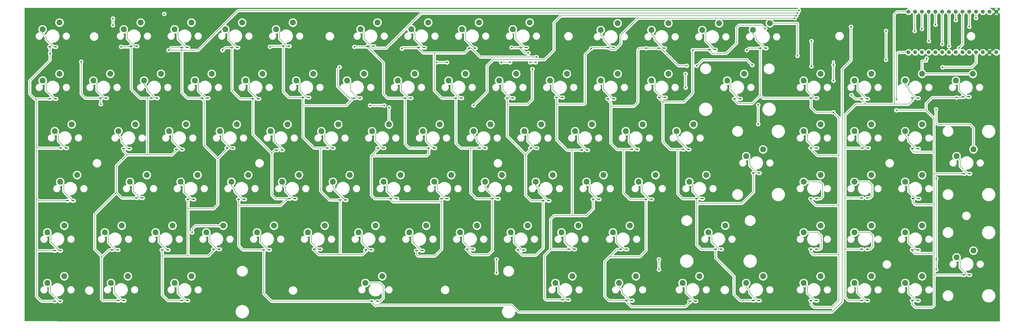
<source format=gbl>
G04 #@! TF.GenerationSoftware,KiCad,Pcbnew,(5.1.4)-1*
G04 #@! TF.CreationDate,2019-12-01T17:39:01+00:00*
G04 #@! TF.ProjectId,kb,6b622e6b-6963-4616-945f-706362585858,rev?*
G04 #@! TF.SameCoordinates,Original*
G04 #@! TF.FileFunction,Copper,L2,Bot*
G04 #@! TF.FilePolarity,Positive*
%FSLAX46Y46*%
G04 Gerber Fmt 4.6, Leading zero omitted, Abs format (unit mm)*
G04 Created by KiCad (PCBNEW (5.1.4)-1) date 2019-12-01 17:39:01*
%MOMM*%
%LPD*%
G04 APERTURE LIST*
%ADD10C,1.473200*%
%ADD11C,2.200000*%
%ADD12O,1.137920X0.518160*%
%ADD13C,0.685800*%
%ADD14C,0.152400*%
%ADD15C,0.254000*%
G04 APERTURE END LIST*
D10*
X314678000Y36068000D03*
X314678000Y51308000D03*
X312138000Y36068000D03*
X307058000Y36068000D03*
X304518000Y36068000D03*
X301978000Y36068000D03*
X299438000Y36068000D03*
X296898000Y36068000D03*
X294358000Y36068000D03*
X291818000Y36068000D03*
X289278000Y36068000D03*
X286738000Y36068000D03*
X284198000Y36068000D03*
X281658000Y36068000D03*
X281658000Y51308000D03*
X284198000Y51308000D03*
X286738000Y51308000D03*
X289278000Y51308000D03*
X291818000Y51308000D03*
X294358000Y51308000D03*
X296898000Y51308000D03*
X299438000Y51308000D03*
X301978000Y51308000D03*
X309598000Y36068000D03*
X304518000Y51308000D03*
X307058000Y51308000D03*
X309598000Y51308000D03*
X312138000Y51308000D03*
D11*
X-36830000Y-12700000D03*
X-30480000Y-10160000D03*
X-38862000Y6380480D03*
X-32512000Y8920480D03*
X213614000Y25400000D03*
X219964000Y27940000D03*
X206502000Y-31750000D03*
X212852000Y-29210000D03*
X299720000Y-3048000D03*
X306070000Y-508000D03*
X299720000Y-41148000D03*
X306070000Y-38608000D03*
X99314000Y6350000D03*
X105664000Y8890000D03*
X8382000Y-12700000D03*
X14732000Y-10160000D03*
X147066000Y25400000D03*
X153416000Y27940000D03*
X-1016000Y-31750000D03*
X5334000Y-29210000D03*
X80264000Y6350000D03*
X86614000Y8890000D03*
X18034000Y-31750000D03*
X24384000Y-29210000D03*
X4064000Y6350000D03*
X10414000Y8890000D03*
X56134000Y-31750000D03*
X62484000Y-29210000D03*
X-5334000Y25400000D03*
X1016000Y27940000D03*
X180340000Y-12700000D03*
X186690000Y-10160000D03*
X13716000Y25400000D03*
X20066000Y27940000D03*
X61214000Y6350000D03*
X67564000Y8890000D03*
X77724000Y-50800000D03*
X84074000Y-48260000D03*
X70866000Y25400000D03*
X77216000Y27940000D03*
X89916000Y25400000D03*
X96266000Y27940000D03*
X194564000Y6350000D03*
X200914000Y8890000D03*
X172974000Y-50800000D03*
X179324000Y-48260000D03*
X220726000Y-50800000D03*
X227076000Y-48260000D03*
X149098000Y-50800000D03*
X155448000Y-48260000D03*
X42164000Y6350000D03*
X48514000Y8890000D03*
X-14986000Y6350000D03*
X-8636000Y8890000D03*
X156464000Y6350000D03*
X162814000Y8890000D03*
X-24384000Y25400000D03*
X-18034000Y27940000D03*
X137414000Y6350000D03*
X143764000Y8890000D03*
X261366000Y-50800000D03*
X267716000Y-48260000D03*
X242316000Y-50800000D03*
X248666000Y-48260000D03*
X242316000Y25400000D03*
X248666000Y27940000D03*
X280416000Y25400000D03*
X286766000Y27940000D03*
X261366000Y25400000D03*
X267716000Y27940000D03*
X299466000Y25400000D03*
X305816000Y27940000D03*
X128016000Y25400000D03*
X134366000Y27940000D03*
X280416000Y-50800000D03*
X286766000Y-48260000D03*
X94234000Y-31750000D03*
X100584000Y-29210000D03*
X280416000Y6350000D03*
X286766000Y8890000D03*
X261366000Y6350000D03*
X267716000Y8890000D03*
X242316000Y6350000D03*
X248666000Y8890000D03*
X280416000Y-12700000D03*
X286766000Y-10160000D03*
X261366000Y-12700000D03*
X267716000Y-10160000D03*
X242316000Y-12700000D03*
X248666000Y-10160000D03*
X280416000Y-31750000D03*
X286766000Y-29210000D03*
X261366000Y-31750000D03*
X267716000Y-29210000D03*
X242316000Y-31750000D03*
X248666000Y-29210000D03*
X166116000Y25400000D03*
X172466000Y27940000D03*
X113284000Y-31750000D03*
X119634000Y-29210000D03*
X-41656000Y-31750000D03*
X-35306000Y-29210000D03*
X175514000Y6350000D03*
X181864000Y8890000D03*
X-17780000Y-50800000D03*
X-11430000Y-48260000D03*
X-41656000Y-50800000D03*
X-35306000Y-48260000D03*
X6096000Y-50800000D03*
X12446000Y-48260000D03*
X141732000Y-12700000D03*
X148082000Y-10160000D03*
X122682000Y-12700000D03*
X129032000Y-10160000D03*
X103632000Y-12700000D03*
X109982000Y-10160000D03*
X118364000Y6350000D03*
X124714000Y8890000D03*
X199390000Y-12700000D03*
X205740000Y-10160000D03*
X84582000Y-12700000D03*
X90932000Y-10160000D03*
X65532000Y-12700000D03*
X71882000Y-10160000D03*
X151384000Y-31750000D03*
X157734000Y-29210000D03*
X170688000Y-31750000D03*
X177038000Y-29210000D03*
X32766000Y25400000D03*
X39116000Y27940000D03*
X196850000Y-50800000D03*
X203200000Y-48260000D03*
X51816000Y25400000D03*
X58166000Y27940000D03*
X46482000Y-12700000D03*
X52832000Y-10160000D03*
X223266000Y44450000D03*
X229616000Y46990000D03*
X204216000Y44450000D03*
X210566000Y46990000D03*
X185166000Y44450000D03*
X191516000Y46990000D03*
X166116000Y44450000D03*
X172466000Y46990000D03*
X133096000Y44704000D03*
X139446000Y47244000D03*
X114046000Y44704000D03*
X120396000Y47244000D03*
X94996000Y44704000D03*
X101346000Y47244000D03*
X75946000Y44704000D03*
X82296000Y47244000D03*
X44196000Y44704000D03*
X50546000Y47244000D03*
X25146000Y44704000D03*
X31496000Y47244000D03*
X6096000Y44704000D03*
X12446000Y47244000D03*
X-12954000Y44704000D03*
X-6604000Y47244000D03*
X-43434000Y44704000D03*
X-37084000Y47244000D03*
X185166000Y25400000D03*
X191516000Y27940000D03*
X220726000Y-3048000D03*
X227076000Y-508000D03*
X108966000Y25400000D03*
X115316000Y27940000D03*
X23114000Y6350000D03*
X29464000Y8890000D03*
X27432000Y-12700000D03*
X33782000Y-10160000D03*
X132334000Y-31750000D03*
X138684000Y-29210000D03*
X160782000Y-12700000D03*
X167132000Y-10160000D03*
X37084000Y-31750000D03*
X43434000Y-29210000D03*
X-20066000Y-31750000D03*
X-13716000Y-29210000D03*
X-43434000Y25400000D03*
X-37084000Y27940000D03*
X75184000Y-31750000D03*
X81534000Y-29210000D03*
X-10668000Y-12700000D03*
X-4318000Y-10160000D03*
D12*
X302491140Y-47752000D03*
X304568860Y-47752000D03*
X283187140Y-38354000D03*
X285264860Y-38354000D03*
X264137140Y-57404000D03*
X266214860Y-57404000D03*
X264137140Y-38100000D03*
X266214860Y-38100000D03*
X264137140Y-18796000D03*
X266214860Y-18796000D03*
X264391140Y0D03*
X266468860Y0D03*
X264137140Y18542000D03*
X266214860Y18542000D03*
X283187140Y18796000D03*
X285264860Y18796000D03*
X245087140Y-38100000D03*
X247164860Y-38100000D03*
X245087140Y-19050000D03*
X247164860Y-19050000D03*
X245087140Y0D03*
X247164860Y0D03*
X283441140Y-19050000D03*
X285518860Y-19050000D03*
X283187140Y-254000D03*
X285264860Y-254000D03*
X223497140Y-57404000D03*
X225574860Y-57404000D03*
X209273140Y-38100000D03*
X211350860Y-38100000D03*
X302491140Y-9652000D03*
X304568860Y-9652000D03*
X223497140Y-9398000D03*
X225574860Y-9398000D03*
X216385140Y18542000D03*
X218462860Y18542000D03*
X226037140Y37592000D03*
X228114860Y37592000D03*
X199621140Y-57658000D03*
X201698860Y-57658000D03*
X302237140Y19304000D03*
X304314860Y19304000D03*
X202161140Y-19050000D03*
X204238860Y-19050000D03*
X197081140Y-508000D03*
X199158860Y-508000D03*
X188191140Y19050000D03*
X190268860Y19050000D03*
X206987140Y37084000D03*
X209064860Y37084000D03*
X283187140Y-57404000D03*
X285264860Y-57404000D03*
X97005140Y-38608000D03*
X99082860Y-38608000D03*
X106403140Y-19050000D03*
X108480860Y-19050000D03*
X101577140Y0D03*
X103654860Y0D03*
X92687140Y18796000D03*
X94764860Y18796000D03*
X97767140Y37846000D03*
X99844860Y37846000D03*
X80241140Y-57658000D03*
X82318860Y-57658000D03*
X77955140Y-38354000D03*
X80032860Y-38354000D03*
X87353140Y-19050000D03*
X89430860Y-19050000D03*
X175745140Y-57404000D03*
X177822860Y-57404000D03*
X173713140Y-38100000D03*
X175790860Y-38100000D03*
X183111140Y-19304000D03*
X185188860Y-19304000D03*
X177777140Y-508000D03*
X179854860Y-508000D03*
X168887140Y18542000D03*
X170964860Y18542000D03*
X187937140Y37592000D03*
X190014860Y37592000D03*
X151869140Y-57150000D03*
X153946860Y-57150000D03*
X154155140Y-38100000D03*
X156232860Y-38100000D03*
X163299140Y-19304000D03*
X165376860Y-19304000D03*
X158981140Y-762000D03*
X161058860Y-762000D03*
X149583140Y19050000D03*
X151660860Y19050000D03*
X168887140Y37846000D03*
X170964860Y37846000D03*
X245087140Y-57404000D03*
X247164860Y-57404000D03*
X135105140Y-38354000D03*
X137182860Y-38354000D03*
X144503140Y-19812000D03*
X146580860Y-19812000D03*
X139931140Y0D03*
X142008860Y0D03*
X131041140Y18796000D03*
X133118860Y18796000D03*
X136121140Y37846000D03*
X138198860Y37846000D03*
X245087140Y18796000D03*
X247164860Y18796000D03*
X116055140Y-38100000D03*
X118132860Y-38100000D03*
X125453140Y-19050000D03*
X127530860Y-19050000D03*
X120627140Y0D03*
X122704860Y0D03*
X111737140Y18796000D03*
X113814860Y18796000D03*
X116817140Y37592000D03*
X118894860Y37592000D03*
X82527140Y0D03*
X84604860Y0D03*
X58651140Y-38100000D03*
X60728860Y-38100000D03*
X68303140Y-19558000D03*
X70380860Y-19558000D03*
X63477140Y0D03*
X65554860Y0D03*
X54333140Y19050000D03*
X56410860Y19050000D03*
X46967140Y38354000D03*
X49044860Y38354000D03*
X73637140Y18796000D03*
X75714860Y18796000D03*
X39601140Y-38354000D03*
X41678860Y-38354000D03*
X49253140Y-19050000D03*
X51330860Y-19050000D03*
X44427140Y-762000D03*
X46504860Y-762000D03*
X35537140Y18542000D03*
X37614860Y18542000D03*
X27663140Y37846000D03*
X29740860Y37846000D03*
X78717140Y38354000D03*
X80794860Y38354000D03*
X20805140Y-38100000D03*
X22882860Y-38100000D03*
X30203140Y-19304000D03*
X32280860Y-19304000D03*
X25885140Y0D03*
X27962860Y0D03*
X16487140Y18796000D03*
X18564860Y18796000D03*
X8867140Y37846000D03*
X10944860Y37846000D03*
X8867140Y-57404000D03*
X10944860Y-57404000D03*
X1501140Y-38354000D03*
X3578860Y-38354000D03*
X11153140Y-19304000D03*
X13230860Y-19304000D03*
X6835140Y-508000D03*
X8912860Y-508000D03*
X-2562860Y18796000D03*
X-485140Y18796000D03*
X-15008860Y-57404000D03*
X-12931140Y-57404000D03*
X-17294860Y-38354000D03*
X-15217140Y-38354000D03*
X-8150860Y-18796000D03*
X-6073140Y-18796000D03*
X-12976860Y-254000D03*
X-10899140Y-254000D03*
X-21612860Y18796000D03*
X-19535140Y18796000D03*
X-10182860Y38354000D03*
X-8105140Y38354000D03*
X-38884860Y-57658000D03*
X-36807140Y-57658000D03*
X-38884860Y-38608000D03*
X-36807140Y-38608000D03*
X-34058860Y-19812000D03*
X-31981140Y-19812000D03*
X-36598860Y0D03*
X-34521140Y0D03*
X-40662860Y18542000D03*
X-38585140Y18542000D03*
X-40662860Y38100000D03*
X-38585140Y38100000D03*
D13*
X2250000Y50500000D03*
X254750000Y51750000D03*
X154250000Y35750000D03*
X61250000Y50000000D03*
X269750000Y19250000D03*
X228500000Y-21750000D03*
X109250000Y44250000D03*
X127750000Y16000000D03*
X25250000Y25500000D03*
X25250000Y30500000D03*
X314750000Y39500000D03*
X299000000Y39500000D03*
X299000000Y42750000D03*
X258750000Y42750000D03*
X286750000Y42750000D03*
X292100000Y-45720000D03*
X292100000Y-41910000D03*
X292100000Y-11430000D03*
X294443757Y30422243D03*
X127000000Y-41910000D03*
X127000000Y-46990000D03*
X187960000Y-45720000D03*
X187960000Y-41910000D03*
X12700000Y-31750000D03*
X-40640000Y35560000D03*
X-28956000Y32512000D03*
X-21590000Y16510000D03*
X79502000Y16040100D03*
X84836000Y16040100D03*
X118364000Y16002000D03*
X239522000Y49784000D03*
X-13970000Y38100000D03*
X-17018000Y46228000D03*
X-17018000Y48768000D03*
X3810000Y36830000D03*
X240538000Y51816000D03*
X307058000Y48958490D03*
X24130000Y36830000D03*
X304518000Y45720000D03*
X260096000Y45681900D03*
X73660000Y38100000D03*
X240001093Y50803069D03*
X299438000Y48158390D03*
X41910000Y38100000D03*
X68072000Y30480000D03*
X104432100Y32258000D03*
X108458000Y32258000D03*
X128778000Y32258000D03*
X132080000Y32258000D03*
X139661900Y32258000D03*
X141732000Y32258000D03*
X300657200Y37668200D03*
X91465215Y37419400D03*
X141986000Y34290000D03*
X296898000Y38354000D03*
X220980000Y36830000D03*
X253492000Y13462000D03*
X253492000Y25400000D03*
X253492000Y31258000D03*
X273250000Y33250000D03*
X273250000Y44081700D03*
X284000000Y44081700D03*
X132636387Y37835023D03*
X140462000Y29718000D03*
X138938000Y35814000D03*
X294332590Y39141410D03*
X162561277Y37492745D03*
X291818000Y46482000D03*
X238930245Y48896368D03*
X183244657Y37566090D03*
X198374000Y30988000D03*
X202184000Y30988000D03*
X223012000Y31242000D03*
X245237000Y30734000D03*
X245237000Y40284400D03*
X289328800Y40284400D03*
X299720000Y19050000D03*
X277114000Y14224000D03*
X277114000Y18288000D03*
X200660000Y36830000D03*
X286738000Y44881800D03*
X227838000Y44958000D03*
X260250000Y20000000D03*
X288500000Y33750000D03*
X240000000Y34750000D03*
X292036490Y14605000D03*
X197940000Y27940000D03*
X198000000Y22750000D03*
X86625136Y15255754D03*
X225250000Y9000000D03*
X225250000Y16250000D03*
D14*
X25250000Y30500000D02*
X25250000Y25500000D01*
X314678000Y51308000D02*
X314678000Y39572000D01*
X314678000Y39572000D02*
X314750000Y39500000D01*
X299000000Y39500000D02*
X299000000Y42750000D01*
X-6794500Y-18796000D02*
X-6073140Y-18796000D01*
X-9315201Y-16275299D02*
X-6794500Y-18796000D01*
X-9315201Y-14052799D02*
X-9315201Y-16275299D01*
X-10668000Y-12700000D02*
X-9315201Y-14052799D01*
X79311500Y-38354000D02*
X80032860Y-38354000D01*
X76536799Y-35579299D02*
X79311500Y-38354000D01*
X76536799Y-33102799D02*
X76536799Y-35579299D01*
X75184000Y-31750000D02*
X76536799Y-33102799D01*
X292100000Y-45720000D02*
X292100000Y-41910000D01*
X292100000Y-41910000D02*
X292100000Y-11430000D01*
X294443757Y30422243D02*
X300678243Y30422243D01*
X300678243Y30422243D02*
X300736000Y30480000D01*
X300678243Y30422243D02*
X305422243Y30422243D01*
X307058000Y32058000D02*
X307058000Y36068000D01*
X305422243Y30422243D02*
X307058000Y32058000D01*
X-38895020Y18542000D02*
X-38585140Y18542000D01*
X-42081201Y21728181D02*
X-38895020Y18542000D01*
X-42081201Y24047201D02*
X-42081201Y21728181D01*
X-43434000Y25400000D02*
X-42081201Y24047201D01*
X214966799Y21680543D02*
X217447342Y19200000D01*
X213614000Y25400000D02*
X214966799Y24047201D01*
X214966799Y24047201D02*
X214966799Y21680543D01*
X218152980Y18542000D02*
X218462860Y18542000D01*
X217494980Y19200000D02*
X218152980Y18542000D01*
X217447342Y19200000D02*
X217494980Y19200000D01*
X127000000Y-41910000D02*
X127000000Y-46990000D01*
X187960000Y-45720000D02*
X187960000Y-41910000D01*
X12700000Y-31750000D02*
X12700000Y-30480000D01*
X13970000Y-29210000D02*
X24384000Y-29210000D01*
X12700000Y-30480000D02*
X13970000Y-29210000D01*
X-15938500Y-38354000D02*
X-15217140Y-38354000D01*
X-18713201Y-35579299D02*
X-15938500Y-38354000D01*
X-20066000Y-31750000D02*
X-18713201Y-33102799D01*
X-18713201Y-33102799D02*
X-18713201Y-35579299D01*
X41368980Y-38354000D02*
X41678860Y-38354000D01*
X38436799Y-35421819D02*
X41368980Y-38354000D01*
X38436799Y-33102799D02*
X38436799Y-35421819D01*
X37084000Y-31750000D02*
X38436799Y-33102799D01*
X-35477201Y-16419457D02*
X-32396658Y-19500000D01*
X-36830000Y-12700000D02*
X-35477201Y-14052799D01*
X-35477201Y-14052799D02*
X-35477201Y-16419457D01*
X-32293140Y-19500000D02*
X-31981140Y-19812000D01*
X-32396658Y-19500000D02*
X-32293140Y-19500000D01*
X162134799Y-16371819D02*
X164962980Y-19200000D01*
X160782000Y-12700000D02*
X162134799Y-14052799D01*
X162134799Y-14052799D02*
X162134799Y-16371819D01*
X165272860Y-19200000D02*
X165376860Y-19304000D01*
X164962980Y-19200000D02*
X165272860Y-19200000D01*
X136461500Y-38354000D02*
X137182860Y-38354000D01*
X133686799Y-35579299D02*
X136461500Y-38354000D01*
X132334000Y-31750000D02*
X133686799Y-33102799D01*
X133686799Y-33102799D02*
X133686799Y-35579299D01*
X-39306500Y38100000D02*
X-38585140Y38100000D01*
X-42081201Y40874701D02*
X-39306500Y38100000D01*
X-42081201Y41795567D02*
X-42081201Y40874701D01*
X-43434000Y43148366D02*
X-42081201Y41795567D01*
X-43434000Y44704000D02*
X-43434000Y43148366D01*
X-40640000Y38077140D02*
X-40662860Y38100000D01*
X-40640000Y35560000D02*
X-40640000Y38077140D01*
X-48260000Y20320000D02*
X-46482000Y18542000D01*
X-48260000Y25400000D02*
X-48260000Y20320000D01*
X-40640000Y35560000D02*
X-40640000Y33020000D01*
X-40640000Y33020000D02*
X-48260000Y25400000D01*
X-36830000Y0D02*
X-36598860Y0D01*
X-45720000Y-26670000D02*
X-45720000Y-35560000D01*
X-43942000Y-57658000D02*
X-38884860Y-57658000D01*
X-45720000Y-55880000D02*
X-43942000Y-57658000D01*
X-45720000Y18034000D02*
X-46228000Y18542000D01*
X-46482000Y18542000D02*
X-46228000Y18542000D01*
X-46228000Y18542000D02*
X-40662860Y18542000D01*
X-42418000Y-38608000D02*
X-45212000Y-38608000D01*
X-42418000Y-38608000D02*
X-38884860Y-38608000D01*
X-42672000Y-38608000D02*
X-42418000Y-38608000D01*
X-45212000Y-38608000D02*
X-45720000Y-38100000D01*
X-45720000Y-35560000D02*
X-45720000Y-38100000D01*
X-45720000Y-38100000D02*
X-45720000Y-55880000D01*
X-44958000Y-19812000D02*
X-45720000Y-19050000D01*
X-34058860Y-19812000D02*
X-44958000Y-19812000D01*
X-45720000Y-26670000D02*
X-45720000Y-19050000D01*
X-36598860Y0D02*
X-45085000Y0D01*
X-45085000Y0D02*
X-45720000Y635000D01*
X-45720000Y-19050000D02*
X-45720000Y635000D01*
X-45720000Y635000D02*
X-45720000Y18034000D01*
X-28956000Y32512000D02*
X-28956000Y20320000D01*
X-27432000Y18796000D02*
X-21612860Y18796000D01*
X-28956000Y20320000D02*
X-27432000Y18796000D01*
X-21612860Y18796000D02*
X-21612860Y16532860D01*
X-21612860Y16532860D02*
X-21590000Y16510000D01*
X79502000Y16040100D02*
X84836000Y16040100D01*
X118364000Y16002000D02*
X123444000Y21082000D01*
X123444000Y30988000D02*
X125730000Y33274000D01*
X145034000Y33274000D02*
X148590000Y36830000D01*
X148590000Y36830000D02*
X148590000Y47244000D01*
X148590000Y47244000D02*
X151130040Y49784040D01*
X125730000Y33274000D02*
X145034000Y33274000D01*
X123444000Y21082000D02*
X123444000Y30988000D01*
X239037027Y49784040D02*
X151130040Y49784040D01*
X239037067Y49784000D02*
X239037027Y49784040D01*
X239522000Y49784000D02*
X239037067Y49784000D01*
X-34831020Y0D02*
X-34521140Y0D01*
X-37509201Y2678181D02*
X-34831020Y0D01*
X-37509201Y5027681D02*
X-37509201Y2678181D01*
X-38862000Y6380480D02*
X-37509201Y5027681D01*
X-37117020Y-38608000D02*
X-36807140Y-38608000D01*
X-40303201Y-35421819D02*
X-37117020Y-38608000D01*
X-40303201Y-33102799D02*
X-40303201Y-35421819D01*
X-41656000Y-31750000D02*
X-40303201Y-33102799D01*
X-37117020Y-57658000D02*
X-36807140Y-57658000D01*
X-40556001Y-54219019D02*
X-37117020Y-57658000D01*
X-40556001Y-51899999D02*
X-40556001Y-54219019D01*
X-41656000Y-50800000D02*
X-40556001Y-51899999D01*
X-8826500Y38354000D02*
X-8105140Y38354000D01*
X-11601201Y41128701D02*
X-8826500Y38354000D01*
X-11601201Y43351201D02*
X-11601201Y41128701D01*
X-12954000Y44704000D02*
X-11601201Y43351201D01*
X-10436860Y38100000D02*
X-10182860Y38354000D01*
X-13970000Y38100000D02*
X-10436860Y38100000D01*
X6835140Y-919480D02*
X6835140Y-508000D01*
X5214620Y-2540000D02*
X6835140Y-919480D01*
X-12976860Y-1247140D02*
X-11684000Y-2540000D01*
X-12976860Y-254000D02*
X-12976860Y-1247140D01*
X-13716000Y-18796000D02*
X-8150860Y-18796000D01*
X-15748000Y-16764000D02*
X-13716000Y-18796000D01*
X-11684000Y-2540000D02*
X-15748000Y-6604000D01*
X-15748000Y-6604000D02*
X-15748000Y-16764000D01*
X-17294860Y-38354000D02*
X-18542000Y-38354000D01*
X-18542000Y-38354000D02*
X-21336000Y-41148000D01*
X-21336000Y-41148000D02*
X-21336000Y-56896000D01*
X-20828000Y-57404000D02*
X-15008860Y-57404000D01*
X-21336000Y-56896000D02*
X-20828000Y-57404000D01*
X-23876000Y-24892000D02*
X-15748000Y-16764000D01*
X-23876000Y-38100000D02*
X-23876000Y-24892000D01*
X-21336000Y-41148000D02*
X-21336000Y-40640000D01*
X-21336000Y-40640000D02*
X-23876000Y-38100000D01*
X-10182860Y37942520D02*
X-10160000Y37919660D01*
X-10182860Y38354000D02*
X-10182860Y37942520D01*
X-10160000Y37919660D02*
X-10160000Y22098000D01*
X-10160000Y22098000D02*
X-6858000Y18796000D01*
X-4064000Y18796000D02*
X-4064000Y-2540000D01*
X-4064000Y-2540000D02*
X5214620Y-2540000D01*
X-11684000Y-2540000D02*
X-4064000Y-2540000D01*
X-4064000Y18796000D02*
X-2562860Y18796000D01*
X-6858000Y18796000D02*
X-4064000Y18796000D01*
X-17018000Y46712933D02*
X-17011211Y46719722D01*
X-17018000Y46228000D02*
X-17018000Y46712933D01*
X-17011211Y46719722D02*
X-17011211Y48761211D01*
X-17011211Y48761211D02*
X-17018000Y48768000D01*
X-20256500Y18796000D02*
X-19535140Y18796000D01*
X-23031201Y21570701D02*
X-20256500Y18796000D01*
X-24384000Y25400000D02*
X-23031201Y24047201D01*
X-23031201Y24047201D02*
X-23031201Y21570701D01*
X-11209020Y-254000D02*
X-10899140Y-254000D01*
X-13633201Y2170181D02*
X-11209020Y-254000D01*
X-13633201Y3441567D02*
X-13633201Y2170181D01*
X-14986000Y4794366D02*
X-13633201Y3441567D01*
X-14986000Y6350000D02*
X-14986000Y4794366D01*
X-13652500Y-57404000D02*
X-12931140Y-57404000D01*
X-16427201Y-54629299D02*
X-13652500Y-57404000D01*
X-17780000Y-50800000D02*
X-16427201Y-52152799D01*
X-16427201Y-52152799D02*
X-16427201Y-54629299D01*
X-1206500Y18796000D02*
X-485140Y18796000D01*
X-3981201Y21570701D02*
X-1206500Y18796000D01*
X-3981201Y22491567D02*
X-3981201Y21570701D01*
X-5334000Y23844366D02*
X-3981201Y22491567D01*
X-5334000Y25400000D02*
X-5334000Y23844366D01*
X8602980Y-508000D02*
X8912860Y-508000D01*
X5416799Y2678181D02*
X8602980Y-508000D01*
X5416799Y4997201D02*
X5416799Y2678181D01*
X4064000Y6350000D02*
X5416799Y4997201D01*
X12509500Y-19304000D02*
X13230860Y-19304000D01*
X9734799Y-16529299D02*
X12509500Y-19304000D01*
X8382000Y-12700000D02*
X9734799Y-14052799D01*
X9734799Y-14052799D02*
X9734799Y-16529299D01*
X8867140Y37846000D02*
X4826000Y37846000D01*
X4826000Y37846000D02*
X3810000Y36830000D01*
X3556000Y-57404000D02*
X8867140Y-57404000D01*
X1501140Y-55349140D02*
X3556000Y-57404000D01*
X1501140Y-40617140D02*
X1501140Y-55349140D01*
X1501140Y-38354000D02*
X1501140Y-40617140D01*
X18310860Y-40617140D02*
X18773140Y-40617140D01*
X20805140Y-38585140D02*
X20805140Y-38100000D01*
X18773140Y-40617140D02*
X20805140Y-38585140D01*
X11153140Y-19304000D02*
X11153140Y-19715480D01*
X1501140Y-40617140D02*
X11153140Y-40617140D01*
X11153140Y-40617140D02*
X18310860Y-40617140D01*
X11153140Y-22882860D02*
X20805140Y-22882860D01*
X11153140Y-22882860D02*
X11153140Y-40617140D01*
X11153140Y-19715480D02*
X11153140Y-22882860D01*
X20805140Y-22882860D02*
X22352000Y-21336000D01*
X25885140Y-411480D02*
X25885140Y0D01*
X22352000Y-3944620D02*
X25885140Y-411480D01*
X16487140Y18384520D02*
X17272000Y17599660D01*
X16487140Y18796000D02*
X16487140Y18384520D01*
X17272000Y1016000D02*
X22352000Y-4064000D01*
X17272000Y17599660D02*
X17272000Y1016000D01*
X22352000Y-21336000D02*
X22352000Y-4064000D01*
X22352000Y-4064000D02*
X22352000Y-3944620D01*
X8867140Y37846000D02*
X8867140Y20850860D01*
X10922000Y18796000D02*
X16487140Y18796000D01*
X8867140Y20850860D02*
X10922000Y18796000D01*
X29953342Y51816000D02*
X239014000Y51816000D01*
X3810000Y36830000D02*
X14967342Y36830000D01*
X14967342Y36830000D02*
X29953342Y51816000D01*
X307058000Y48958490D02*
X307058000Y51308000D01*
X239014000Y51816000D02*
X240538000Y51816000D01*
X3268980Y-38354000D02*
X3578860Y-38354000D01*
X336799Y-35421819D02*
X3268980Y-38354000D01*
X336799Y-33102799D02*
X336799Y-35421819D01*
X-1016000Y-31750000D02*
X336799Y-33102799D01*
X10223500Y-57404000D02*
X10944860Y-57404000D01*
X7448799Y-54629299D02*
X10223500Y-57404000D01*
X6096000Y-50800000D02*
X7448799Y-52152799D01*
X7448799Y-52152799D02*
X7448799Y-54629299D01*
X10634980Y37846000D02*
X10944860Y37846000D01*
X7448799Y41032181D02*
X10634980Y37846000D01*
X7448799Y43351201D02*
X7448799Y41032181D01*
X6096000Y44704000D02*
X7448799Y43351201D01*
X17843500Y18796000D02*
X18564860Y18796000D01*
X15068799Y21570701D02*
X17843500Y18796000D01*
X15068799Y24047201D02*
X15068799Y21570701D01*
X13716000Y25400000D02*
X15068799Y24047201D01*
X27241500Y0D02*
X27962860Y0D01*
X24213999Y3027501D02*
X27241500Y0D01*
X24213999Y5250001D02*
X24213999Y3027501D01*
X23114000Y6350000D02*
X24213999Y5250001D01*
X28784799Y-16419457D02*
X31365342Y-19000000D01*
X28784799Y-15608433D02*
X28784799Y-16419457D01*
X27432000Y-12700000D02*
X27432000Y-14255634D01*
X27432000Y-14255634D02*
X28784799Y-15608433D01*
X31559500Y-19304000D02*
X32280860Y-19304000D01*
X31365342Y-19109842D02*
X31559500Y-19304000D01*
X31365342Y-19000000D02*
X31365342Y-19109842D01*
X25146000Y37846000D02*
X27663140Y37846000D01*
X24130000Y36830000D02*
X25146000Y37846000D01*
X39601140Y-38354000D02*
X39601140Y-54841140D01*
X42418000Y-57658000D02*
X79883000Y-57658000D01*
X39601140Y-54841140D02*
X42418000Y-57658000D01*
X79883000Y-57658000D02*
X80241140Y-57658000D01*
X39601140Y-38354000D02*
X31750000Y-38354000D01*
X31750000Y-38354000D02*
X30203140Y-36807140D01*
X48531780Y-19050000D02*
X49253140Y-19050000D01*
X45968920Y-21612860D02*
X48531780Y-19050000D01*
X30203140Y-21612860D02*
X45968920Y-21612860D01*
X30203140Y-21612860D02*
X30203140Y-19304000D01*
X30203140Y-36807140D02*
X30203140Y-21612860D01*
X43705780Y-762000D02*
X42672000Y-1795780D01*
X44427140Y-762000D02*
X43705780Y-762000D01*
X43942000Y-19050000D02*
X49253140Y-19050000D01*
X42672000Y-17780000D02*
X43942000Y-19050000D01*
X35537140Y5102860D02*
X42672000Y-2032000D01*
X35537140Y18542000D02*
X35537140Y5102860D01*
X42672000Y-1795780D02*
X42672000Y-2032000D01*
X42672000Y-2032000D02*
X42672000Y-17780000D01*
X27663140Y37846000D02*
X27663140Y21612860D01*
X30734000Y18542000D02*
X35537140Y18542000D01*
X27663140Y21612860D02*
X30734000Y18542000D01*
X80241140Y-58069480D02*
X81607660Y-59436000D01*
X80241140Y-57658000D02*
X80241140Y-58069480D01*
X132713457Y-59122799D02*
X135312658Y-61722000D01*
X81607660Y-59436000D02*
X81920861Y-59122799D01*
X81920861Y-59122799D02*
X132713457Y-59122799D01*
X135312658Y-61722000D02*
X252984000Y-61722000D01*
X252984000Y-61722000D02*
X256794000Y-57912000D01*
X256794000Y-57912000D02*
X256794000Y-49276000D01*
X256794000Y-49276000D02*
X256794000Y8890000D01*
X256794000Y8890000D02*
X256794000Y29718000D01*
X304518000Y45720000D02*
X304518000Y51308000D01*
X260096000Y33020000D02*
X260096000Y45681900D01*
X256794000Y29718000D02*
X259842000Y32766000D01*
X259842000Y32766000D02*
X260096000Y33020000D01*
X22161500Y-38100000D02*
X22882860Y-38100000D01*
X19386799Y-35325299D02*
X22161500Y-38100000D01*
X19386799Y-33102799D02*
X19386799Y-35325299D01*
X18034000Y-31750000D02*
X19386799Y-33102799D01*
X80073500Y38354000D02*
X80794860Y38354000D01*
X77298799Y41128701D02*
X80073500Y38354000D01*
X77298799Y43351201D02*
X77298799Y41128701D01*
X75946000Y44704000D02*
X77298799Y43351201D01*
X78463140Y38100000D02*
X78717140Y38354000D01*
X73660000Y38100000D02*
X78463140Y38100000D01*
X97005140Y-40109140D02*
X97005140Y-38608000D01*
X97536000Y-40640000D02*
X97005140Y-40109140D01*
X103886000Y-40640000D02*
X97536000Y-40640000D01*
X106403140Y-38122860D02*
X103886000Y-40640000D01*
X87353140Y-19461480D02*
X88138000Y-20246340D01*
X87353140Y-19050000D02*
X87353140Y-19461480D01*
X106352340Y-20246340D02*
X106403140Y-20297140D01*
X88138000Y-20246340D02*
X106352340Y-20246340D01*
X106403140Y-19050000D02*
X106403140Y-20297140D01*
X106403140Y-20297140D02*
X106403140Y-38122860D01*
X82527140Y-411480D02*
X80010000Y-2928620D01*
X82527140Y0D02*
X82527140Y-411480D01*
X80010000Y-2928620D02*
X80010000Y-17780000D01*
X81280000Y-19050000D02*
X87353140Y-19050000D01*
X80010000Y-17780000D02*
X81280000Y-19050000D01*
X80010000Y-2928620D02*
X100703380Y-2928620D01*
X101577140Y-2054860D02*
X101577140Y0D01*
X100703380Y-2928620D02*
X101577140Y-2054860D01*
X92687140Y18384520D02*
X92710000Y18361660D01*
X92687140Y18796000D02*
X92687140Y18384520D01*
X92710000Y18361660D02*
X92710000Y1524000D01*
X94234000Y0D02*
X101577140Y0D01*
X92710000Y1524000D02*
X94234000Y0D01*
X78717140Y37942520D02*
X84582000Y32077660D01*
X78717140Y38354000D02*
X78717140Y37942520D01*
X84582000Y32077660D02*
X84582000Y20320000D01*
X86106000Y18796000D02*
X92687140Y18796000D01*
X84582000Y20320000D02*
X86106000Y18796000D01*
X85625052Y37637710D02*
X98787342Y50800000D01*
X80035435Y37637710D02*
X85625052Y37637710D01*
X73660000Y38100000D02*
X79573145Y38100000D01*
X79573145Y38100000D02*
X80035435Y37637710D01*
X98787342Y50800000D02*
X240030000Y50800000D01*
X299438000Y48158390D02*
X299438000Y51308000D01*
X29430980Y37846000D02*
X29740860Y37846000D01*
X26498799Y40778181D02*
X29430980Y37846000D01*
X26498799Y43351201D02*
X26498799Y40778181D01*
X25146000Y44704000D02*
X26498799Y43351201D01*
X37304980Y18542000D02*
X37614860Y18542000D01*
X34118799Y21728181D02*
X37304980Y18542000D01*
X34118799Y24047201D02*
X34118799Y21728181D01*
X32766000Y25400000D02*
X34118799Y24047201D01*
X46504860Y-350520D02*
X46504860Y-762000D01*
X43516799Y2637541D02*
X46504860Y-350520D01*
X43516799Y4997201D02*
X43516799Y2637541D01*
X42164000Y6350000D02*
X43516799Y4997201D01*
X46482000Y-12700000D02*
X46482000Y-13462000D01*
X50609500Y-19050000D02*
X51330860Y-19050000D01*
X47834799Y-16275299D02*
X50609500Y-19050000D01*
X47834799Y-14814799D02*
X47834799Y-16275299D01*
X46482000Y-13462000D02*
X47834799Y-14814799D01*
X74993500Y18796000D02*
X75714860Y18796000D01*
X72218799Y21570701D02*
X74993500Y18796000D01*
X72218799Y24047201D02*
X72218799Y21570701D01*
X70866000Y25400000D02*
X72218799Y24047201D01*
X46967140Y38354000D02*
X42164000Y38354000D01*
X42164000Y38354000D02*
X41910000Y38100000D01*
X46967140Y24504202D02*
X46953957Y24491019D01*
X46967140Y38354000D02*
X46967140Y24504202D01*
X46953957Y24491019D02*
X46953957Y21118043D01*
X49022000Y19050000D02*
X54333140Y19050000D01*
X46953957Y21118043D02*
X49022000Y19050000D01*
X54333140Y4086860D02*
X58420000Y0D01*
X60960000Y0D02*
X60960000Y-16256000D01*
X60960000Y0D02*
X63477140Y0D01*
X58420000Y0D02*
X60960000Y0D01*
X60960000Y-16256000D02*
X64262000Y-19558000D01*
X77955140Y-38884860D02*
X77955140Y-38354000D01*
X76708000Y-40132000D02*
X77955140Y-38884860D01*
X58651140Y-38100000D02*
X58651140Y-38511480D01*
X58651140Y-38511480D02*
X60271660Y-40132000D01*
X64262000Y-19558000D02*
X68303140Y-19558000D01*
X68303140Y-40109140D02*
X68326000Y-40132000D01*
X68303140Y-19558000D02*
X68303140Y-40109140D01*
X60271660Y-40132000D02*
X68326000Y-40132000D01*
X68326000Y-40132000D02*
X76708000Y-40132000D01*
X70556120Y16024860D02*
X54333140Y16024860D01*
X73327260Y18796000D02*
X70556120Y16024860D01*
X73637140Y18796000D02*
X73327260Y18796000D01*
X54333140Y19050000D02*
X54333140Y16024860D01*
X54333140Y16024860D02*
X54333140Y4086860D01*
X71725342Y18796000D02*
X67310000Y23211342D01*
X73637140Y18796000D02*
X71725342Y18796000D01*
X67310000Y23211342D02*
X67310000Y29718000D01*
X67310000Y29718000D02*
X68072000Y30480000D01*
X104432100Y32258000D02*
X108458000Y32258000D01*
X128778000Y32258000D02*
X131572000Y32258000D01*
X131572000Y32258000D02*
X132080000Y32258000D01*
X139661900Y32258000D02*
X141732000Y32258000D01*
X301978000Y38989000D02*
X301978000Y51308000D01*
X300657200Y37668200D02*
X301978000Y38989000D01*
X48323500Y38354000D02*
X49044860Y38354000D01*
X45548799Y41128701D02*
X48323500Y38354000D01*
X45548799Y43351201D02*
X45548799Y41128701D01*
X44196000Y44704000D02*
X45548799Y43351201D01*
X55689500Y19050000D02*
X56410860Y19050000D01*
X53168799Y21570701D02*
X55689500Y19050000D01*
X53168799Y24047201D02*
X53168799Y21570701D01*
X51816000Y25400000D02*
X53168799Y24047201D01*
X62566799Y2630543D02*
X64897342Y300000D01*
X61214000Y6350000D02*
X62566799Y4997201D01*
X62566799Y4997201D02*
X62566799Y2630543D01*
X65254860Y300000D02*
X65554860Y0D01*
X64897342Y300000D02*
X65254860Y300000D01*
X70070980Y-19558000D02*
X70380860Y-19558000D01*
X70070980Y-19558000D02*
X65876274Y-15363294D01*
X65532000Y-14255634D02*
X65532000Y-12700000D01*
X65876274Y-14599908D02*
X65532000Y-14255634D01*
X65876274Y-15363294D02*
X65876274Y-14599908D01*
X60007500Y-38100000D02*
X60728860Y-38100000D01*
X57486799Y-35579299D02*
X60007500Y-38100000D01*
X56134000Y-31750000D02*
X57486799Y-33102799D01*
X57486799Y-33102799D02*
X57486799Y-35579299D01*
X84294980Y0D02*
X84604860Y0D01*
X81616799Y2678181D02*
X84294980Y0D01*
X81616799Y4997201D02*
X81616799Y2678181D01*
X80264000Y6350000D02*
X81616799Y4997201D01*
X97767140Y37846000D02*
X91891815Y37846000D01*
X91891815Y37846000D02*
X91465215Y37419400D01*
X116817140Y37569140D02*
X116817140Y37592000D01*
X115062000Y35814000D02*
X116817140Y37569140D01*
X97767140Y37846000D02*
X97767140Y37434520D01*
X97767140Y37434520D02*
X99387660Y35814000D01*
X111737140Y18796000D02*
X106426000Y18796000D01*
X106426000Y18796000D02*
X103632000Y21590000D01*
X103632000Y21590000D02*
X103632000Y35814000D01*
X99387660Y35814000D02*
X103632000Y35814000D01*
X103632000Y35814000D02*
X115062000Y35814000D01*
X111737140Y18384520D02*
X111760000Y18361660D01*
X111737140Y18796000D02*
X111737140Y18384520D01*
X111760000Y18361660D02*
X111760000Y1778000D01*
X111760000Y1778000D02*
X113538000Y0D01*
X117348000Y0D02*
X117348000Y-17018000D01*
X117348000Y0D02*
X120627140Y0D01*
X113538000Y0D02*
X117348000Y0D01*
X119380000Y-19050000D02*
X125453140Y-19050000D01*
X117348000Y-17018000D02*
X119380000Y-19050000D01*
X125453140Y-38630860D02*
X125453140Y-19050000D01*
X123952000Y-40132000D02*
X125453140Y-38630860D01*
X117675660Y-40132000D02*
X123952000Y-40132000D01*
X116055140Y-38100000D02*
X116055140Y-38511480D01*
X116055140Y-38511480D02*
X117675660Y-40132000D01*
X120873993Y34290000D02*
X141986000Y34290000D01*
X120840500Y34290000D02*
X120873993Y34290000D01*
X116817140Y37592000D02*
X117538500Y37592000D01*
X117538500Y37592000D02*
X120840500Y34290000D01*
X296898000Y38354000D02*
X296898000Y51308000D01*
X118584980Y37592000D02*
X118894860Y37592000D01*
X115398799Y40778181D02*
X118584980Y37592000D01*
X115398799Y43351201D02*
X115398799Y40778181D01*
X114046000Y44704000D02*
X115398799Y43351201D01*
X110318799Y21680543D02*
X113099342Y18900000D01*
X108966000Y25400000D02*
X110318799Y24047201D01*
X110318799Y24047201D02*
X110318799Y21680543D01*
X113710860Y18900000D02*
X113814860Y18796000D01*
X113099342Y18900000D02*
X113710860Y18900000D01*
X119716799Y2630543D02*
X122047342Y300000D01*
X119716799Y3441567D02*
X119716799Y2630543D01*
X118364000Y6350000D02*
X118364000Y4794366D01*
X118364000Y4794366D02*
X119716799Y3441567D01*
X122404860Y300000D02*
X122704860Y0D01*
X122047342Y300000D02*
X122404860Y300000D01*
X126809500Y-19050000D02*
X127530860Y-19050000D01*
X122682000Y-12700000D02*
X122682000Y-14922500D01*
X122682000Y-14922500D02*
X126809500Y-19050000D01*
X117411500Y-38100000D02*
X118132860Y-38100000D01*
X114636799Y-35325299D02*
X117411500Y-38100000D01*
X114636799Y-33102799D02*
X114636799Y-35325299D01*
X113284000Y-31750000D02*
X114636799Y-33102799D01*
X221742000Y37592000D02*
X226037140Y37592000D01*
X220980000Y36830000D02*
X221742000Y37592000D01*
X216385140Y18542000D02*
X216385140Y18056860D01*
X216385140Y18056860D02*
X217678000Y16764000D01*
X217678000Y16764000D02*
X223012000Y16764000D01*
X226037140Y19789140D02*
X226037140Y37592000D01*
X223012000Y16764000D02*
X226037140Y19789140D01*
X227030280Y18796000D02*
X226037140Y19789140D01*
X245087140Y18796000D02*
X227030280Y18796000D01*
X246126000Y-59944000D02*
X245087140Y-58905140D01*
X252984000Y-59944000D02*
X246126000Y-59944000D01*
X255524000Y-57404000D02*
X252984000Y-59944000D01*
X245087140Y18384520D02*
X245110000Y18361660D01*
X245087140Y18796000D02*
X245087140Y18384520D01*
X245110000Y18361660D02*
X245110000Y15240000D01*
X245110000Y15240000D02*
X246888000Y13462000D01*
X245087140Y-58905140D02*
X245087140Y-57404000D01*
X246888000Y13462000D02*
X253492000Y13462000D01*
X253492000Y13462000D02*
X255524000Y11430000D01*
X245087140Y-38100000D02*
X245087140Y-39347140D01*
X245872000Y-40132000D02*
X255524000Y-40132000D01*
X245087140Y-39347140D02*
X245872000Y-40132000D01*
X255524000Y-40132000D02*
X255524000Y-57404000D01*
X245087140Y-19050000D02*
X245087140Y-19789140D01*
X246888000Y-21590000D02*
X255524000Y-21590000D01*
X245087140Y-19789140D02*
X246888000Y-21590000D01*
X255524000Y-21590000D02*
X255524000Y-40132000D01*
X245087140Y-411480D02*
X247469660Y-2794000D01*
X245087140Y0D02*
X245087140Y-411480D01*
X247469660Y-2794000D02*
X255524000Y-2794000D01*
X255524000Y11430000D02*
X255524000Y-2794000D01*
X255524000Y-2794000D02*
X255524000Y-21590000D01*
X253492000Y31008000D02*
X253492000Y31258000D01*
X253492000Y31008000D02*
X253492000Y32512000D01*
X253492000Y25400000D02*
X253492000Y31008000D01*
X273250000Y33250000D02*
X273250000Y44081700D01*
X284000000Y51110000D02*
X284198000Y51308000D01*
X284000000Y44081700D02*
X284000000Y51110000D01*
X246443500Y18796000D02*
X247164860Y18796000D01*
X243668799Y21570701D02*
X246443500Y18796000D01*
X242316000Y25400000D02*
X243668799Y24047201D01*
X243668799Y24047201D02*
X243668799Y21570701D01*
X136110163Y37835023D02*
X136121140Y37846000D01*
X132636387Y37835023D02*
X136110163Y37835023D01*
X144503140Y-37614860D02*
X144503140Y-19812000D01*
X141805660Y-40312340D02*
X144503140Y-37614860D01*
X136652000Y-40312340D02*
X141805660Y-40312340D01*
X135105140Y-38354000D02*
X135105140Y-38765480D01*
X135105140Y-38765480D02*
X136652000Y-40312340D01*
X139931140Y-411480D02*
X139931140Y0D01*
X137922000Y-2420620D02*
X139931140Y-411480D01*
X137922000Y-17780000D02*
X137922000Y-2420620D01*
X139954000Y-19812000D02*
X137922000Y-17780000D01*
X144503140Y-19812000D02*
X139954000Y-19812000D01*
X131041140Y18384520D02*
X131064000Y18361660D01*
X131041140Y18796000D02*
X131041140Y18384520D01*
X137922000Y-2420620D02*
X137904488Y-2420620D01*
X131064000Y4419868D02*
X131064000Y5080000D01*
X137904488Y-2420620D02*
X131064000Y4419868D01*
X131064000Y16510000D02*
X138684000Y16510000D01*
X131064000Y16510000D02*
X131064000Y5080000D01*
X131064000Y18361660D02*
X131064000Y16510000D01*
X138684000Y16510000D02*
X140462000Y18288000D01*
X140462000Y18288000D02*
X140462000Y29718000D01*
X136121140Y37434520D02*
X136121140Y37846000D01*
X137741660Y35814000D02*
X136121140Y37434520D01*
X138938000Y35814000D02*
X137741660Y35814000D01*
X294358000Y39166820D02*
X294332590Y39141410D01*
X294358000Y51308000D02*
X294358000Y39166820D01*
X137477500Y37846000D02*
X138198860Y37846000D01*
X134195999Y41127501D02*
X137477500Y37846000D01*
X133096000Y44704000D02*
X134195999Y43604001D01*
X134195999Y43604001D02*
X134195999Y41127501D01*
X132397500Y18796000D02*
X133118860Y18796000D01*
X129368799Y21824701D02*
X132397500Y18796000D01*
X129368799Y24047201D02*
X129368799Y21824701D01*
X128016000Y25400000D02*
X129368799Y24047201D01*
X141287500Y0D02*
X142008860Y0D01*
X138766799Y2520701D02*
X141287500Y0D01*
X137414000Y6350000D02*
X138766799Y4997201D01*
X138766799Y4997201D02*
X138766799Y2520701D01*
X146270980Y-19812000D02*
X146580860Y-19812000D01*
X143084799Y-16625819D02*
X146270980Y-19812000D01*
X143084799Y-15608433D02*
X143084799Y-16625819D01*
X141732000Y-14255634D02*
X143084799Y-15608433D01*
X141732000Y-12700000D02*
X141732000Y-14255634D01*
X246443500Y-57404000D02*
X247164860Y-57404000D01*
X243668799Y-54629299D02*
X246443500Y-57404000D01*
X242316000Y-50800000D02*
X243668799Y-52152799D01*
X243668799Y-52152799D02*
X243668799Y-54629299D01*
X168887140Y37846000D02*
X162914532Y37846000D01*
X162914532Y37846000D02*
X162561277Y37492745D01*
X147320000Y-38100000D02*
X154155140Y-38100000D01*
X145034000Y-40386000D02*
X147320000Y-38100000D01*
X145034000Y-56642000D02*
X145034000Y-40386000D01*
X151869140Y-57150000D02*
X145542000Y-57150000D01*
X145542000Y-57150000D02*
X145034000Y-56642000D01*
X147320000Y-38100000D02*
X147320000Y-26670000D01*
X147320000Y-26670000D02*
X148590000Y-25400000D01*
X163299140Y-22882860D02*
X163299140Y-19304000D01*
X160782000Y-25400000D02*
X163299140Y-22882860D01*
X149583140Y3070860D02*
X153416000Y-762000D01*
X155448000Y-762000D02*
X155448000Y-25146000D01*
X155448000Y-762000D02*
X158981140Y-762000D01*
X153416000Y-762000D02*
X155448000Y-762000D01*
X155448000Y-25146000D02*
X155448000Y-25400000D01*
X148590000Y-25400000D02*
X155448000Y-25400000D01*
X155448000Y-25400000D02*
X160782000Y-25400000D01*
X149583140Y16487140D02*
X159997140Y16487140D01*
X149583140Y16487140D02*
X149583140Y3070860D01*
X149583140Y19050000D02*
X149583140Y16487140D01*
X159997140Y16487140D02*
X160274000Y16764000D01*
X160274000Y35205468D02*
X162561277Y37492745D01*
X160274000Y16764000D02*
X160274000Y35205468D01*
X291818000Y46482000D02*
X291818000Y51308000D01*
X169913310Y37129710D02*
X171571437Y37129710D01*
X171571437Y37129710D02*
X173698799Y39257072D01*
X173698799Y39257072D02*
X173698799Y42537457D01*
X169197020Y37846000D02*
X169913310Y37129710D01*
X168887140Y37846000D02*
X169197020Y37846000D01*
X238930245Y48896368D02*
X237361632Y48896368D01*
X237361632Y48896368D02*
X237360264Y48895000D01*
X180056342Y48895000D02*
X179944171Y48782829D01*
X237360264Y48895000D02*
X180056342Y48895000D01*
X173698799Y42537457D02*
X179944171Y48782829D01*
X179944171Y48782829D02*
X180044661Y48883319D01*
X167468799Y40620701D02*
X170243500Y37846000D01*
X167468799Y41221859D02*
X167468799Y40620701D01*
X166116000Y44450000D02*
X166116000Y42574658D01*
X166116000Y42574658D02*
X167468799Y41221859D01*
X170243500Y37846000D02*
X170964860Y37846000D01*
X150939500Y19050000D02*
X151660860Y19050000D01*
X148165999Y21823501D02*
X150939500Y19050000D01*
X148165999Y24300001D02*
X148165999Y21823501D01*
X147066000Y25400000D02*
X148165999Y24300001D01*
X160748980Y-762000D02*
X161058860Y-762000D01*
X157816799Y2170181D02*
X160748980Y-762000D01*
X157816799Y4997201D02*
X157816799Y2170181D01*
X156464000Y6350000D02*
X157816799Y4997201D01*
X154014543Y-36747201D02*
X154647201Y-36747201D01*
X152736799Y-35469457D02*
X154014543Y-36747201D01*
X151384000Y-31750000D02*
X152736799Y-33102799D01*
X152736799Y-33102799D02*
X152736799Y-35469457D01*
X155922980Y-38100000D02*
X156232860Y-38100000D01*
X154647201Y-36824221D02*
X155922980Y-38100000D01*
X154647201Y-36747201D02*
X154647201Y-36824221D01*
X153225500Y-57150000D02*
X153946860Y-57150000D01*
X150450799Y-54375299D02*
X153225500Y-57150000D01*
X150450799Y-52152799D02*
X150450799Y-54375299D01*
X149098000Y-50800000D02*
X150450799Y-52152799D01*
X189704980Y37592000D02*
X190014860Y37592000D01*
X186518799Y40778181D02*
X189704980Y37592000D01*
X186518799Y41541567D02*
X186518799Y40778181D01*
X185166000Y42894366D02*
X186518799Y41541567D01*
X185166000Y44450000D02*
X185166000Y42894366D01*
X187911230Y37566090D02*
X187937140Y37592000D01*
X183244657Y37566090D02*
X187911230Y37566090D01*
X175745140Y-57404000D02*
X169164000Y-57404000D01*
X169164000Y-57404000D02*
X167640000Y-55880000D01*
X167640000Y-55880000D02*
X167640000Y-42672000D01*
X172212000Y-38100000D02*
X173713140Y-38100000D01*
X199621140Y-58069480D02*
X199621140Y-57658000D01*
X198000620Y-59690000D02*
X199621140Y-58069480D01*
X177619660Y-59690000D02*
X198000620Y-59690000D01*
X175745140Y-57815480D02*
X177619660Y-59690000D01*
X175745140Y-57404000D02*
X175745140Y-57815480D01*
X168887140Y18130520D02*
X169926000Y17091660D01*
X168887140Y18542000D02*
X168887140Y18130520D01*
X169926000Y1778000D02*
X172212000Y-508000D01*
X169926000Y15748000D02*
X178562000Y15748000D01*
X169926000Y15748000D02*
X169926000Y1778000D01*
X169926000Y17091660D02*
X169926000Y15748000D01*
X178562000Y15748000D02*
X180086000Y17272000D01*
X180086000Y17272000D02*
X180086000Y37084000D01*
X180086000Y37084000D02*
X180594000Y37592000D01*
X180619910Y37566090D02*
X183244657Y37566090D01*
X180594000Y37592000D02*
X180619910Y37566090D01*
X183111140Y-19304000D02*
X183111140Y-38630860D01*
X183111140Y-38630860D02*
X180848000Y-40894000D01*
X180848000Y-40894000D02*
X169418000Y-40894000D01*
X167640000Y-42672000D02*
X169418000Y-40894000D01*
X169418000Y-40894000D02*
X172212000Y-38100000D01*
X174752000Y-508000D02*
X174752000Y-17018000D01*
X174752000Y-508000D02*
X177777140Y-508000D01*
X172212000Y-508000D02*
X174752000Y-508000D01*
X177038000Y-19304000D02*
X183111140Y-19304000D01*
X174752000Y-17018000D02*
X177038000Y-19304000D01*
X195295993Y30988000D02*
X198374000Y30988000D01*
X195262500Y30988000D02*
X195295993Y30988000D01*
X187937140Y37592000D02*
X188658500Y37592000D01*
X188658500Y37592000D02*
X195262500Y30988000D01*
X202184000Y30988000D02*
X202526899Y31330899D01*
X202526899Y31330899D02*
X203038201Y31842201D01*
X203038201Y31842201D02*
X204470000Y33274000D01*
X204470000Y33274000D02*
X220980000Y33274000D01*
X220980000Y33274000D02*
X223012000Y31242000D01*
X245237000Y30734000D02*
X245237000Y40284400D01*
X289328800Y51257200D02*
X289278000Y51308000D01*
X289328800Y40284400D02*
X289328800Y51257200D01*
X167215999Y21980981D02*
X170596980Y18600000D01*
X166116000Y25400000D02*
X167215999Y24300001D01*
X167215999Y24300001D02*
X167215999Y21980981D01*
X170906860Y18600000D02*
X170964860Y18542000D01*
X170596980Y18600000D02*
X170906860Y18600000D01*
X179544980Y-508000D02*
X179854860Y-508000D01*
X176866799Y2170181D02*
X179544980Y-508000D01*
X176866799Y4997201D02*
X176866799Y2170181D01*
X175514000Y6350000D02*
X176866799Y4997201D01*
X184467500Y-19304000D02*
X185188860Y-19304000D01*
X181692799Y-16529299D02*
X184467500Y-19304000D01*
X180340000Y-12700000D02*
X181692799Y-14052799D01*
X181692799Y-14052799D02*
X181692799Y-16529299D01*
X175069500Y-38100000D02*
X175790860Y-38100000D01*
X174353210Y-37383710D02*
X175069500Y-38100000D01*
X173955052Y-37383710D02*
X174353210Y-37383710D01*
X172040799Y-35469457D02*
X173955052Y-37383710D01*
X172040799Y-33102799D02*
X172040799Y-35469457D01*
X170688000Y-31750000D02*
X172040799Y-33102799D01*
X177101500Y-57404000D02*
X177822860Y-57404000D01*
X174326799Y-54629299D02*
X177101500Y-57404000D01*
X174326799Y-53708433D02*
X174326799Y-54629299D01*
X172974000Y-52355634D02*
X174326799Y-53708433D01*
X172974000Y-50800000D02*
X172974000Y-52355634D01*
X88709500Y-19050000D02*
X89430860Y-19050000D01*
X85934799Y-16275299D02*
X88709500Y-19050000D01*
X85934799Y-14052799D02*
X85934799Y-16275299D01*
X84582000Y-12700000D02*
X85934799Y-14052799D01*
X77724000Y-50800000D02*
X83185000Y-50800000D01*
X83185000Y-50800000D02*
X84455000Y-52070000D01*
X84455000Y-52070000D02*
X84455000Y-56515000D01*
X83312000Y-57658000D02*
X82318860Y-57658000D01*
X84455000Y-56515000D02*
X83312000Y-57658000D01*
X99534980Y37846000D02*
X99844860Y37846000D01*
X96348799Y41032181D02*
X99534980Y37846000D01*
X96348799Y43351201D02*
X96348799Y41032181D01*
X94996000Y44704000D02*
X96348799Y43351201D01*
X94043500Y18796000D02*
X94764860Y18796000D01*
X91268799Y21570701D02*
X94043500Y18796000D01*
X89916000Y25400000D02*
X91268799Y24047201D01*
X91268799Y24047201D02*
X91268799Y21570701D01*
X100666799Y2630543D02*
X102997342Y300000D01*
X99314000Y6350000D02*
X100666799Y4997201D01*
X100666799Y4997201D02*
X100666799Y2630543D01*
X102997342Y300000D02*
X103700000Y300000D01*
X103700000Y45140D02*
X103654860Y0D01*
X103700000Y300000D02*
X103700000Y45140D01*
X107759500Y-19050000D02*
X108480860Y-19050000D01*
X104731999Y-16022499D02*
X107759500Y-19050000D01*
X104731999Y-13799999D02*
X104731999Y-16022499D01*
X103632000Y-12700000D02*
X104731999Y-13799999D01*
X98772980Y-38608000D02*
X99082860Y-38608000D01*
X95586799Y-35421819D02*
X98772980Y-38608000D01*
X95586799Y-33102799D02*
X95586799Y-35421819D01*
X94234000Y-31750000D02*
X95586799Y-33102799D01*
X284543500Y-57404000D02*
X285264860Y-57404000D01*
X281768799Y-54629299D02*
X284543500Y-57404000D01*
X280416000Y-50800000D02*
X281768799Y-52152799D01*
X281768799Y-52152799D02*
X281768799Y-54629299D01*
X299720000Y19050000D02*
X302260000Y19050000D01*
X302260000Y19281140D02*
X302237140Y19304000D01*
X302260000Y19050000D02*
X302260000Y19281140D01*
X283187140Y-993140D02*
X283187140Y-665480D01*
X291237940Y-1524000D02*
X283718000Y-1524000D01*
X291287970Y-1574030D02*
X291237940Y-1524000D01*
X283187140Y-58905140D02*
X284226000Y-59944000D01*
X283187140Y-57404000D02*
X283187140Y-58905140D01*
X283187140Y-665480D02*
X283187140Y-254000D01*
X284226000Y-59944000D02*
X290576000Y-59944000D01*
X290576000Y-59944000D02*
X291299899Y-59220101D01*
X283718000Y-1524000D02*
X283187140Y-993140D01*
X291299899Y-24168101D02*
X291287970Y-24156172D01*
X283441140Y-19461480D02*
X283464000Y-19484340D01*
X283441140Y-19050000D02*
X283441140Y-19461480D01*
X283464000Y-19484340D02*
X283464000Y-20574000D01*
X283464000Y-20574000D02*
X284226000Y-21336000D01*
X291237940Y-21336000D02*
X291287970Y-21386030D01*
X284226000Y-21336000D02*
X291237940Y-21336000D01*
X291287970Y-24156172D02*
X291287970Y-21386030D01*
X291338000Y-9652000D02*
X291287970Y-9702030D01*
X291287970Y-21386030D02*
X291287970Y-9702030D01*
X291287970Y-9702030D02*
X291287970Y-1574030D01*
X291287970Y-1574030D02*
X291287970Y11226030D01*
X291287970Y11226030D02*
X288290000Y14224000D01*
X288290000Y14224000D02*
X277114000Y14224000D01*
X299720000Y19050000D02*
X290576000Y19050000D01*
X290576000Y19050000D02*
X288290000Y16764000D01*
X288290000Y16764000D02*
X288290000Y14224000D01*
X298196000Y-9652000D02*
X297434000Y-9652000D01*
X302491140Y-9652000D02*
X298196000Y-9652000D01*
X298196000Y-9652000D02*
X291338000Y-9652000D01*
X283187140Y-38354000D02*
X283187140Y-38839140D01*
X284010101Y-39662101D02*
X291299899Y-39662101D01*
X283187140Y-38839140D02*
X284010101Y-39662101D01*
X291299899Y-39662101D02*
X291299899Y-24168101D01*
X291338000Y-47752000D02*
X291299899Y-47713899D01*
X302491140Y-47752000D02*
X291338000Y-47752000D01*
X291299899Y-59220101D02*
X291299899Y-47713899D01*
X291299899Y-47713899D02*
X291299899Y-39662101D01*
X280134000Y36068000D02*
X281658000Y36068000D01*
X277114000Y34636000D02*
X277114000Y35364000D01*
X277114000Y34636000D02*
X277114000Y34798000D01*
X277114000Y18288000D02*
X277114000Y34636000D01*
X277818000Y36068000D02*
X281658000Y36068000D01*
X277114000Y35364000D02*
X277818000Y36068000D01*
X206987140Y37084000D02*
X200914000Y37084000D01*
X200914000Y37084000D02*
X200660000Y36830000D01*
X208551780Y-38100000D02*
X209273140Y-38100000D01*
X203708000Y-38100000D02*
X208551780Y-38100000D01*
X202161140Y-36553140D02*
X203708000Y-38100000D01*
X209273140Y-38100000D02*
X209273140Y-41379140D01*
X209273140Y-41379140D02*
X216154000Y-48260000D01*
X216154000Y-48260000D02*
X216154000Y-55118000D01*
X218440000Y-57404000D02*
X223497140Y-57404000D01*
X216154000Y-55118000D02*
X218440000Y-57404000D01*
X188191140Y18638520D02*
X189484000Y17345660D01*
X188191140Y19050000D02*
X188191140Y18638520D01*
X189484000Y17345660D02*
X189484000Y2286000D01*
X189484000Y2286000D02*
X192278000Y-508000D01*
X200660000Y20574000D02*
X200660000Y36830000D01*
X189484000Y17345660D02*
X197431660Y17345660D01*
X197431660Y17345660D02*
X200660000Y20574000D01*
X202161140Y-20850860D02*
X219179140Y-20850860D01*
X202161140Y-20850860D02*
X202161140Y-36553140D01*
X202161140Y-19050000D02*
X202161140Y-20850860D01*
X223497140Y-16532860D02*
X223497140Y-9398000D01*
X219179140Y-20850860D02*
X223497140Y-16532860D01*
X195072000Y-508000D02*
X195072000Y-17272000D01*
X195072000Y-508000D02*
X197081140Y-508000D01*
X192278000Y-508000D02*
X195072000Y-508000D01*
X196850000Y-19050000D02*
X202161140Y-19050000D01*
X195072000Y-17272000D02*
X196850000Y-19050000D01*
X206987140Y36672520D02*
X208026000Y35633660D01*
X206987140Y37084000D02*
X206987140Y36672520D01*
X208026000Y35633660D02*
X213286340Y35633660D01*
X213286340Y35633660D02*
X217170000Y39517320D01*
X217170000Y39517320D02*
X217170000Y45466000D01*
X286738000Y44881800D02*
X286738000Y51308000D01*
X217977000Y46273000D02*
X226523000Y46273000D01*
X226523000Y46273000D02*
X227838000Y44958000D01*
X217170000Y45466000D02*
X217977000Y46273000D01*
X208754980Y37084000D02*
X209064860Y37084000D01*
X205568799Y40270181D02*
X208754980Y37084000D01*
X205568799Y43097201D02*
X205568799Y40270181D01*
X204216000Y44450000D02*
X205568799Y43097201D01*
X189547500Y19050000D02*
X190268860Y19050000D01*
X188831210Y19766290D02*
X189547500Y19050000D01*
X188433052Y19766290D02*
X188831210Y19766290D01*
X186518799Y21680543D02*
X188433052Y19766290D01*
X186518799Y24047201D02*
X186518799Y21680543D01*
X185166000Y25400000D02*
X186518799Y24047201D01*
X194564000Y6350000D02*
X194564000Y4794366D01*
X194564000Y4794366D02*
X195100000Y4258366D01*
X198848980Y-508000D02*
X199158860Y-508000D01*
X195100000Y3240980D02*
X198848980Y-508000D01*
X195100000Y4258366D02*
X195100000Y3240980D01*
X203517500Y-19050000D02*
X204238860Y-19050000D01*
X200742799Y-16275299D02*
X203517500Y-19050000D01*
X200742799Y-14052799D02*
X200742799Y-16275299D01*
X199390000Y-12700000D02*
X200742799Y-14052799D01*
X303593500Y19304000D02*
X304314860Y19304000D01*
X302877210Y20020290D02*
X303593500Y19304000D01*
X302479052Y20020290D02*
X302877210Y20020290D01*
X300818799Y21680543D02*
X302479052Y20020290D01*
X300818799Y24047201D02*
X300818799Y21680543D01*
X299466000Y25400000D02*
X300818799Y24047201D01*
X201388980Y-57658000D02*
X201698860Y-57658000D01*
X198202799Y-54471819D02*
X201388980Y-57658000D01*
X198202799Y-52152799D02*
X198202799Y-54471819D01*
X196850000Y-50800000D02*
X198202799Y-52152799D01*
X227804980Y37592000D02*
X228114860Y37592000D01*
X224618799Y40778181D02*
X227804980Y37592000D01*
X224618799Y41541567D02*
X224618799Y40778181D01*
X223266000Y42894366D02*
X224618799Y41541567D01*
X223266000Y44450000D02*
X223266000Y42894366D01*
X222078799Y-6623299D02*
X224853500Y-9398000D01*
X220726000Y-3048000D02*
X222078799Y-4400799D01*
X222078799Y-4400799D02*
X222078799Y-6623299D01*
X224853500Y-9398000D02*
X225574860Y-9398000D01*
X303847500Y-9652000D02*
X304568860Y-9652000D01*
X301072799Y-6877299D02*
X303847500Y-9652000D01*
X299720000Y-3048000D02*
X301072799Y-4400799D01*
X301072799Y-4400799D02*
X301072799Y-6877299D01*
X210629500Y-38100000D02*
X211350860Y-38100000D01*
X207854799Y-35325299D02*
X210629500Y-38100000D01*
X207854799Y-33102799D02*
X207854799Y-35325299D01*
X206502000Y-31750000D02*
X207854799Y-33102799D01*
X224853500Y-57404000D02*
X225574860Y-57404000D01*
X222078799Y-54629299D02*
X224853500Y-57404000D01*
X222078799Y-53708433D02*
X222078799Y-54629299D01*
X220726000Y-52355634D02*
X222078799Y-53708433D01*
X220726000Y-50800000D02*
X220726000Y-52355634D01*
X284543500Y-254000D02*
X285264860Y-254000D01*
X281768799Y2520701D02*
X284543500Y-254000D01*
X281768799Y3441567D02*
X281768799Y2520701D01*
X280416000Y4794366D02*
X281768799Y3441567D01*
X280416000Y6350000D02*
X280416000Y4794366D01*
X284797500Y-19050000D02*
X285518860Y-19050000D01*
X284081210Y-18333710D02*
X284797500Y-19050000D01*
X283683052Y-18333710D02*
X284081210Y-18333710D01*
X281768799Y-16419457D02*
X283683052Y-18333710D01*
X281768799Y-14052799D02*
X281768799Y-16419457D01*
X280416000Y-12700000D02*
X281768799Y-14052799D01*
X246443500Y0D02*
X247164860Y0D01*
X243668799Y2774701D02*
X246443500Y0D01*
X243668799Y4997201D02*
X243668799Y2774701D01*
X242316000Y6350000D02*
X243668799Y4997201D01*
X242316000Y-12700000D02*
X248412000Y-12700000D01*
X248412000Y-12700000D02*
X249428000Y-13716000D01*
X249428000Y-13716000D02*
X249428000Y-18288000D01*
X248666000Y-19050000D02*
X247164860Y-19050000D01*
X249428000Y-18288000D02*
X248666000Y-19050000D01*
X248412000Y-38100000D02*
X247164860Y-38100000D01*
X248920000Y-37592000D02*
X248412000Y-38100000D01*
X248920000Y-33020000D02*
X248920000Y-37592000D01*
X242316000Y-31750000D02*
X247650000Y-31750000D01*
X247650000Y-31750000D02*
X248920000Y-33020000D01*
X284543500Y18796000D02*
X285264860Y18796000D01*
X281768799Y21570701D02*
X284543500Y18796000D01*
X281768799Y22491567D02*
X281768799Y21570701D01*
X280416000Y23844366D02*
X281768799Y22491567D01*
X280416000Y25400000D02*
X280416000Y23844366D01*
X264137140Y18130520D02*
X265757660Y16510000D01*
X264137140Y18542000D02*
X264137140Y18130520D01*
X283187140Y18011140D02*
X283187140Y18796000D01*
X281686000Y16510000D02*
X283187140Y18011140D01*
X259080000Y-57404000D02*
X264137140Y-57404000D01*
X257810000Y-56134000D02*
X259080000Y-57404000D01*
X265757660Y16510000D02*
X261874000Y16510000D01*
X261874000Y16510000D02*
X257810000Y12446000D01*
X264137140Y-38100000D02*
X257810000Y-38100000D01*
X257810000Y-38100000D02*
X257810000Y-56134000D01*
X264137140Y-18796000D02*
X257810000Y-18796000D01*
X257810000Y-18796000D02*
X257810000Y-38100000D01*
X264391140Y0D02*
X257810000Y0D01*
X257810000Y12446000D02*
X257810000Y0D01*
X257810000Y0D02*
X257810000Y-18796000D01*
X276352000Y16510000D02*
X281686000Y16510000D01*
X265757660Y16510000D02*
X276352000Y16510000D01*
X264137140Y18542000D02*
X261708000Y18542000D01*
X261708000Y18542000D02*
X260250000Y20000000D01*
X277308000Y51308000D02*
X278942000Y51308000D01*
X278942000Y51308000D02*
X281658000Y51308000D01*
X278356000Y51308000D02*
X278942000Y51308000D01*
X276352000Y16510000D02*
X276352000Y17865850D01*
X276352000Y17865850D02*
X276313899Y17903951D01*
X276313899Y17903951D02*
X276313899Y50313899D01*
X276313899Y50313899D02*
X277308000Y51308000D01*
X265904980Y18542000D02*
X266214860Y18542000D01*
X262718799Y21728181D02*
X265904980Y18542000D01*
X262718799Y24047201D02*
X262718799Y21728181D01*
X261366000Y25400000D02*
X262718799Y24047201D01*
X265747500Y0D02*
X266468860Y0D01*
X265031210Y716290D02*
X265747500Y0D01*
X264633052Y716290D02*
X265031210Y716290D01*
X262718799Y2630543D02*
X264633052Y716290D01*
X262718799Y4997201D02*
X262718799Y2630543D01*
X261366000Y6350000D02*
X262718799Y4997201D01*
X267208000Y-18796000D02*
X266214860Y-18796000D01*
X267970000Y-18034000D02*
X267208000Y-18796000D01*
X267970000Y-13970000D02*
X267970000Y-18034000D01*
X261366000Y-12700000D02*
X266700000Y-12700000D01*
X266700000Y-12700000D02*
X267970000Y-13970000D01*
X261366000Y-31750000D02*
X266954000Y-31750000D01*
X266954000Y-31750000D02*
X268224000Y-33020000D01*
X268224000Y-33020000D02*
X268224000Y-37084000D01*
X267208000Y-38100000D02*
X266214860Y-38100000D01*
X268224000Y-37084000D02*
X267208000Y-38100000D01*
X265493500Y-57404000D02*
X266214860Y-57404000D01*
X262465999Y-54376499D02*
X265493500Y-57404000D01*
X262465999Y-51899999D02*
X262465999Y-54376499D01*
X261366000Y-50800000D02*
X262465999Y-51899999D01*
X284543500Y-38354000D02*
X285264860Y-38354000D01*
X281768799Y-35579299D02*
X284543500Y-38354000D01*
X280416000Y-31750000D02*
X281768799Y-33102799D01*
X281768799Y-33102799D02*
X281768799Y-35579299D01*
X303847500Y-47752000D02*
X304568860Y-47752000D01*
X301072799Y-44977299D02*
X303847500Y-47752000D01*
X299720000Y-41148000D02*
X301072799Y-42500799D01*
X301072799Y-42500799D02*
X301072799Y-44977299D01*
X286766000Y28956000D02*
X286766000Y27940000D01*
X286766000Y29495634D02*
X286750000Y29511634D01*
X286766000Y27940000D02*
X286766000Y29495634D01*
X286750000Y29511634D02*
X286750000Y32750000D01*
X304260366Y27940000D02*
X286766000Y27940000D01*
X305816000Y27940000D02*
X304260366Y27940000D01*
X288500000Y32750000D02*
X288500000Y33750000D01*
X240000000Y34750000D02*
X240000000Y47000000D01*
X239990000Y46990000D02*
X229616000Y46990000D01*
X240000000Y47000000D02*
X239990000Y46990000D01*
X286750000Y32750000D02*
X288500000Y32750000D01*
X306070000Y7620000D02*
X306070000Y-508000D01*
X304800000Y8890000D02*
X306070000Y7620000D01*
X292735000Y8890000D02*
X304800000Y8890000D01*
X292036490Y14605000D02*
X292036490Y9588510D01*
X292036490Y9588510D02*
X292735000Y8890000D01*
X197940000Y27940000D02*
X197940000Y22810000D01*
X197940000Y22810000D02*
X198000000Y22750000D01*
X86625136Y8901136D02*
X86614000Y8890000D01*
X86625136Y15255754D02*
X86625136Y8901136D01*
X225250000Y9000000D02*
X225250000Y16250000D01*
D15*
G36*
X239914625Y52575585D02*
G01*
X239866240Y52527200D01*
X29988259Y52527200D01*
X29953341Y52530639D01*
X29918423Y52527200D01*
X29918406Y52527200D01*
X29813922Y52516909D01*
X29679861Y52476242D01*
X29610888Y52439375D01*
X29556309Y52410202D01*
X29475150Y52343597D01*
X29475146Y52343593D01*
X29448015Y52321327D01*
X29425749Y52294196D01*
X14672755Y37541200D01*
X12096591Y37541200D01*
X12135883Y37670730D01*
X12153146Y37846000D01*
X12135883Y38021270D01*
X12084759Y38189805D01*
X12001737Y38345128D01*
X11890009Y38481269D01*
X11753868Y38592997D01*
X11598545Y38676019D01*
X11430010Y38727143D01*
X11298662Y38740080D01*
X10746689Y38740080D01*
X9957768Y39529000D01*
X10165525Y39529000D01*
X10674601Y39630261D01*
X11154141Y39828893D01*
X11585715Y40117262D01*
X11952738Y40484285D01*
X12241107Y40915859D01*
X12439739Y41395399D01*
X12541000Y41904475D01*
X12541000Y42310260D01*
X13501000Y42310260D01*
X13501000Y42017740D01*
X13558068Y41730842D01*
X13670010Y41460589D01*
X13832525Y41217368D01*
X14039368Y41010525D01*
X14282589Y40848010D01*
X14552842Y40736068D01*
X14839740Y40679000D01*
X15132260Y40679000D01*
X15419158Y40736068D01*
X15689411Y40848010D01*
X15932632Y41010525D01*
X16139475Y41217368D01*
X16301990Y41460589D01*
X16413932Y41730842D01*
X16471000Y42017740D01*
X16471000Y42310260D01*
X16413932Y42597158D01*
X16301990Y42867411D01*
X16139475Y43110632D01*
X15932632Y43317475D01*
X15689411Y43479990D01*
X15419158Y43591932D01*
X15132260Y43649000D01*
X14839740Y43649000D01*
X14552842Y43591932D01*
X14282589Y43479990D01*
X14039368Y43317475D01*
X13832525Y43110632D01*
X13670010Y42867411D01*
X13558068Y42597158D01*
X13501000Y42310260D01*
X12541000Y42310260D01*
X12541000Y42423525D01*
X12439739Y42932601D01*
X12241107Y43412141D01*
X11952738Y43843715D01*
X11585715Y44210738D01*
X11154141Y44499107D01*
X10674601Y44697739D01*
X10165525Y44799000D01*
X9646475Y44799000D01*
X9137399Y44697739D01*
X8657859Y44499107D01*
X8226285Y44210738D01*
X7910668Y43895121D01*
X7718500Y44087288D01*
X7764325Y44197919D01*
X7831000Y44533117D01*
X7831000Y44874883D01*
X7764325Y45210081D01*
X7633537Y45525831D01*
X7443663Y45809998D01*
X7201998Y46051663D01*
X6917831Y46241537D01*
X6602081Y46372325D01*
X6266883Y46439000D01*
X5925117Y46439000D01*
X5589919Y46372325D01*
X5274169Y46241537D01*
X4990002Y46051663D01*
X4748337Y45809998D01*
X4558463Y45525831D01*
X4427675Y45210081D01*
X4361000Y44874883D01*
X4361000Y44533117D01*
X4427675Y44197919D01*
X4558463Y43882169D01*
X4714261Y43649000D01*
X4679740Y43649000D01*
X4392842Y43591932D01*
X4122589Y43479990D01*
X3879368Y43317475D01*
X3672525Y43110632D01*
X3510010Y42867411D01*
X3398068Y42597158D01*
X3341000Y42310260D01*
X3341000Y42017740D01*
X3398068Y41730842D01*
X3510010Y41460589D01*
X3672525Y41217368D01*
X3879368Y41010525D01*
X4122589Y40848010D01*
X4392842Y40736068D01*
X4679740Y40679000D01*
X4972260Y40679000D01*
X5259158Y40736068D01*
X5529411Y40848010D01*
X5772632Y41010525D01*
X5979475Y41217368D01*
X6141990Y41460589D01*
X6253932Y41730842D01*
X6311000Y42017740D01*
X6311000Y42310260D01*
X6253932Y42597158D01*
X6141990Y42867411D01*
X6074110Y42969000D01*
X6266883Y42969000D01*
X6602081Y43035675D01*
X6712712Y43081500D01*
X6737599Y43056612D01*
X6737600Y41067117D01*
X6734159Y41032181D01*
X6737600Y40997245D01*
X6747891Y40892761D01*
X6783459Y40775508D01*
X6788558Y40758700D01*
X6854597Y40635149D01*
X6918010Y40557881D01*
X6943473Y40526854D01*
X6970609Y40504584D01*
X8735112Y38740080D01*
X8513338Y38740080D01*
X8381990Y38727143D01*
X8213455Y38676019D01*
X8058132Y38592997D01*
X8014513Y38557200D01*
X4860928Y38557200D01*
X4826000Y38560640D01*
X4791071Y38557200D01*
X4791064Y38557200D01*
X4686580Y38546909D01*
X4552519Y38506242D01*
X4428967Y38440202D01*
X4320673Y38351327D01*
X4298404Y38324192D01*
X3782113Y37807900D01*
X3713685Y37807900D01*
X3524757Y37770320D01*
X3346790Y37696604D01*
X3186625Y37589585D01*
X3050415Y37453375D01*
X2943396Y37293210D01*
X2869680Y37115243D01*
X2832100Y36926315D01*
X2832100Y36733685D01*
X2869680Y36544757D01*
X2943396Y36366790D01*
X3050415Y36206625D01*
X3186625Y36070415D01*
X3346790Y35963396D01*
X3524757Y35889680D01*
X3713685Y35852100D01*
X3906315Y35852100D01*
X4095243Y35889680D01*
X4273210Y35963396D01*
X4433375Y36070415D01*
X4481760Y36118800D01*
X8155940Y36118800D01*
X8155941Y20885796D01*
X8152500Y20850860D01*
X8155941Y20815924D01*
X8165290Y20721010D01*
X8166232Y20711441D01*
X8206899Y20577379D01*
X8272938Y20453828D01*
X8295340Y20426531D01*
X8361814Y20345533D01*
X8388950Y20323263D01*
X10394403Y18317809D01*
X10416673Y18290673D01*
X10524967Y18201798D01*
X10648519Y18135758D01*
X10782580Y18095091D01*
X10887064Y18084800D01*
X10887071Y18084800D01*
X10922000Y18081360D01*
X10956928Y18084800D01*
X15634513Y18084800D01*
X15678132Y18049003D01*
X15833455Y17965981D01*
X15936155Y17934828D01*
X15981814Y17879193D01*
X16008950Y17856923D01*
X16560800Y17305072D01*
X16560801Y1050936D01*
X16557360Y1016000D01*
X16560801Y981064D01*
X16571092Y876580D01*
X16592707Y805326D01*
X16611759Y742519D01*
X16677798Y618968D01*
X16715129Y573480D01*
X16766674Y510673D01*
X16793810Y488403D01*
X21640801Y-4358589D01*
X21640800Y-21041411D01*
X20510553Y-22171660D01*
X11864340Y-22171660D01*
X11864340Y-20103277D01*
X11962148Y-20050997D01*
X12098289Y-19939269D01*
X12126038Y-19905456D01*
X12236018Y-19964242D01*
X12319834Y-19989667D01*
X12363122Y-20002798D01*
X12421852Y-20050997D01*
X12577175Y-20134019D01*
X12745710Y-20185143D01*
X12877058Y-20198080D01*
X13584662Y-20198080D01*
X13716010Y-20185143D01*
X13884545Y-20134019D01*
X14039868Y-20050997D01*
X14176009Y-19939269D01*
X14287737Y-19803128D01*
X14370759Y-19647805D01*
X14421883Y-19479270D01*
X14439146Y-19304000D01*
X14421883Y-19128730D01*
X14370759Y-18960195D01*
X14287737Y-18804872D01*
X14176009Y-18668731D01*
X14039868Y-18557003D01*
X13884545Y-18473981D01*
X13716010Y-18422857D01*
X13584662Y-18409920D01*
X12877058Y-18409920D01*
X12745710Y-18422857D01*
X12660111Y-18448823D01*
X12086288Y-17875000D01*
X12451525Y-17875000D01*
X12960601Y-17773739D01*
X13440141Y-17575107D01*
X13871715Y-17286738D01*
X14238738Y-16919715D01*
X14527107Y-16488141D01*
X14725739Y-16008601D01*
X14827000Y-15499525D01*
X14827000Y-15093740D01*
X15787000Y-15093740D01*
X15787000Y-15386260D01*
X15844068Y-15673158D01*
X15956010Y-15943411D01*
X16118525Y-16186632D01*
X16325368Y-16393475D01*
X16568589Y-16555990D01*
X16838842Y-16667932D01*
X17125740Y-16725000D01*
X17418260Y-16725000D01*
X17705158Y-16667932D01*
X17975411Y-16555990D01*
X18218632Y-16393475D01*
X18425475Y-16186632D01*
X18587990Y-15943411D01*
X18699932Y-15673158D01*
X18757000Y-15386260D01*
X18757000Y-15093740D01*
X18699932Y-14806842D01*
X18587990Y-14536589D01*
X18425475Y-14293368D01*
X18218632Y-14086525D01*
X17975411Y-13924010D01*
X17705158Y-13812068D01*
X17418260Y-13755000D01*
X17125740Y-13755000D01*
X16838842Y-13812068D01*
X16568589Y-13924010D01*
X16325368Y-14086525D01*
X16118525Y-14293368D01*
X15956010Y-14536589D01*
X15844068Y-14806842D01*
X15787000Y-15093740D01*
X14827000Y-15093740D01*
X14827000Y-14980475D01*
X14725739Y-14471399D01*
X14527107Y-13991859D01*
X14238738Y-13560285D01*
X13871715Y-13193262D01*
X13440141Y-12904893D01*
X12960601Y-12706261D01*
X12451525Y-12605000D01*
X11932475Y-12605000D01*
X11423399Y-12706261D01*
X10943859Y-12904893D01*
X10512285Y-13193262D01*
X10196668Y-13508879D01*
X10004500Y-13316712D01*
X10050325Y-13206081D01*
X10117000Y-12870883D01*
X10117000Y-12529117D01*
X10050325Y-12193919D01*
X9919537Y-11878169D01*
X9729663Y-11594002D01*
X9487998Y-11352337D01*
X9203831Y-11162463D01*
X8888081Y-11031675D01*
X8552883Y-10965000D01*
X8211117Y-10965000D01*
X7875919Y-11031675D01*
X7560169Y-11162463D01*
X7276002Y-11352337D01*
X7034337Y-11594002D01*
X6844463Y-11878169D01*
X6713675Y-12193919D01*
X6647000Y-12529117D01*
X6647000Y-12870883D01*
X6713675Y-13206081D01*
X6844463Y-13521831D01*
X7000261Y-13755000D01*
X6965740Y-13755000D01*
X6678842Y-13812068D01*
X6408589Y-13924010D01*
X6165368Y-14086525D01*
X5958525Y-14293368D01*
X5796010Y-14536589D01*
X5684068Y-14806842D01*
X5627000Y-15093740D01*
X5627000Y-15386260D01*
X5684068Y-15673158D01*
X5796010Y-15943411D01*
X5958525Y-16186632D01*
X6165368Y-16393475D01*
X6408589Y-16555990D01*
X6678842Y-16667932D01*
X6965740Y-16725000D01*
X7258260Y-16725000D01*
X7545158Y-16667932D01*
X7815411Y-16555990D01*
X8058632Y-16393475D01*
X8265475Y-16186632D01*
X8427990Y-15943411D01*
X8539932Y-15673158D01*
X8597000Y-15386260D01*
X8597000Y-15093740D01*
X8539932Y-14806842D01*
X8427990Y-14536589D01*
X8360110Y-14435000D01*
X8552883Y-14435000D01*
X8888081Y-14368325D01*
X8998712Y-14322500D01*
X9023599Y-14347388D01*
X9023600Y-16494363D01*
X9020159Y-16529299D01*
X9023600Y-16564235D01*
X9033891Y-16668719D01*
X9054646Y-16737140D01*
X9074558Y-16802780D01*
X9140597Y-16926331D01*
X9207202Y-17007489D01*
X9229473Y-17034626D01*
X9256609Y-17056896D01*
X10633141Y-18433428D01*
X10499455Y-18473981D01*
X10344132Y-18557003D01*
X10207991Y-18668731D01*
X10096263Y-18804872D01*
X10013241Y-18960195D01*
X9962117Y-19128730D01*
X9944854Y-19304000D01*
X9962117Y-19479270D01*
X10013241Y-19647805D01*
X10096263Y-19803128D01*
X10207991Y-19939269D01*
X10344132Y-20050997D01*
X10441940Y-20103277D01*
X10441941Y-22847914D01*
X10438499Y-22882860D01*
X10441940Y-22917795D01*
X10441941Y-39905940D01*
X2212340Y-39905940D01*
X2212340Y-39153277D01*
X2310148Y-39100997D01*
X2446289Y-38989269D01*
X2540000Y-38875082D01*
X2633711Y-38989269D01*
X2769852Y-39100997D01*
X2925175Y-39184019D01*
X3093710Y-39235143D01*
X3225058Y-39248080D01*
X3932662Y-39248080D01*
X4064010Y-39235143D01*
X4232545Y-39184019D01*
X4387868Y-39100997D01*
X4524009Y-38989269D01*
X4635737Y-38853128D01*
X4718759Y-38697805D01*
X4769883Y-38529270D01*
X4787146Y-38354000D01*
X4769883Y-38178730D01*
X4718759Y-38010195D01*
X4635737Y-37854872D01*
X4524009Y-37718731D01*
X4387868Y-37607003D01*
X4232545Y-37523981D01*
X4064010Y-37472857D01*
X3932662Y-37459920D01*
X3380688Y-37459920D01*
X2845768Y-36925000D01*
X3053525Y-36925000D01*
X3562601Y-36823739D01*
X4042141Y-36625107D01*
X4473715Y-36336738D01*
X4840738Y-35969715D01*
X5129107Y-35538141D01*
X5327739Y-35058601D01*
X5429000Y-34549525D01*
X5429000Y-34143740D01*
X6389000Y-34143740D01*
X6389000Y-34436260D01*
X6446068Y-34723158D01*
X6558010Y-34993411D01*
X6720525Y-35236632D01*
X6927368Y-35443475D01*
X7170589Y-35605990D01*
X7440842Y-35717932D01*
X7727740Y-35775000D01*
X8020260Y-35775000D01*
X8307158Y-35717932D01*
X8577411Y-35605990D01*
X8820632Y-35443475D01*
X9027475Y-35236632D01*
X9189990Y-34993411D01*
X9301932Y-34723158D01*
X9359000Y-34436260D01*
X9359000Y-34143740D01*
X9301932Y-33856842D01*
X9189990Y-33586589D01*
X9027475Y-33343368D01*
X8820632Y-33136525D01*
X8577411Y-32974010D01*
X8307158Y-32862068D01*
X8020260Y-32805000D01*
X7727740Y-32805000D01*
X7440842Y-32862068D01*
X7170589Y-32974010D01*
X6927368Y-33136525D01*
X6720525Y-33343368D01*
X6558010Y-33586589D01*
X6446068Y-33856842D01*
X6389000Y-34143740D01*
X5429000Y-34143740D01*
X5429000Y-34030475D01*
X5327739Y-33521399D01*
X5129107Y-33041859D01*
X4840738Y-32610285D01*
X4473715Y-32243262D01*
X4042141Y-31954893D01*
X3562601Y-31756261D01*
X3053525Y-31655000D01*
X2534475Y-31655000D01*
X2025399Y-31756261D01*
X1545859Y-31954893D01*
X1114285Y-32243262D01*
X798668Y-32558879D01*
X606500Y-32366712D01*
X652325Y-32256081D01*
X719000Y-31920883D01*
X719000Y-31579117D01*
X652325Y-31243919D01*
X521537Y-30928169D01*
X331663Y-30644002D01*
X89998Y-30402337D01*
X-194169Y-30212463D01*
X-509919Y-30081675D01*
X-845117Y-30015000D01*
X-1186883Y-30015000D01*
X-1522081Y-30081675D01*
X-1837831Y-30212463D01*
X-2121998Y-30402337D01*
X-2363663Y-30644002D01*
X-2553537Y-30928169D01*
X-2684325Y-31243919D01*
X-2751000Y-31579117D01*
X-2751000Y-31920883D01*
X-2684325Y-32256081D01*
X-2553537Y-32571831D01*
X-2397739Y-32805000D01*
X-2432260Y-32805000D01*
X-2719158Y-32862068D01*
X-2989411Y-32974010D01*
X-3232632Y-33136525D01*
X-3439475Y-33343368D01*
X-3601990Y-33586589D01*
X-3713932Y-33856842D01*
X-3771000Y-34143740D01*
X-3771000Y-34436260D01*
X-3713932Y-34723158D01*
X-3601990Y-34993411D01*
X-3439475Y-35236632D01*
X-3232632Y-35443475D01*
X-2989411Y-35605990D01*
X-2719158Y-35717932D01*
X-2432260Y-35775000D01*
X-2139740Y-35775000D01*
X-1852842Y-35717932D01*
X-1582589Y-35605990D01*
X-1339368Y-35443475D01*
X-1132525Y-35236632D01*
X-970010Y-34993411D01*
X-858068Y-34723158D01*
X-801000Y-34436260D01*
X-801000Y-34143740D01*
X-858068Y-33856842D01*
X-970010Y-33586589D01*
X-1037890Y-33485000D01*
X-845117Y-33485000D01*
X-509919Y-33418325D01*
X-399288Y-33372500D01*
X-374401Y-33397388D01*
X-374400Y-35386883D01*
X-377841Y-35421819D01*
X-374400Y-35456755D01*
X-364109Y-35561239D01*
X-353887Y-35594936D01*
X-323442Y-35695300D01*
X-280841Y-35775000D01*
X-257402Y-35818852D01*
X-168527Y-35927146D01*
X-141391Y-35949416D01*
X1369112Y-37459920D01*
X1147338Y-37459920D01*
X1015990Y-37472857D01*
X847455Y-37523981D01*
X692132Y-37607003D01*
X555991Y-37718731D01*
X444263Y-37854872D01*
X361241Y-38010195D01*
X310117Y-38178730D01*
X292854Y-38354000D01*
X310117Y-38529270D01*
X361241Y-38697805D01*
X444263Y-38853128D01*
X555991Y-38989269D01*
X692132Y-39100997D01*
X789940Y-39153277D01*
X789941Y-40582194D01*
X786499Y-40617140D01*
X789940Y-40652076D01*
X789941Y-55314204D01*
X786500Y-55349140D01*
X800232Y-55488559D01*
X840899Y-55622621D01*
X902019Y-55736968D01*
X906939Y-55746173D01*
X995814Y-55854467D01*
X1022950Y-55876737D01*
X3028403Y-57882191D01*
X3050673Y-57909327D01*
X3158967Y-57998202D01*
X3282519Y-58064242D01*
X3416580Y-58104909D01*
X3521064Y-58115200D01*
X3521071Y-58115200D01*
X3556000Y-58118640D01*
X3590928Y-58115200D01*
X8014513Y-58115200D01*
X8058132Y-58150997D01*
X8213455Y-58234019D01*
X8381990Y-58285143D01*
X8513338Y-58298080D01*
X9220942Y-58298080D01*
X9352290Y-58285143D01*
X9520825Y-58234019D01*
X9676148Y-58150997D01*
X9812289Y-58039269D01*
X9840038Y-58005456D01*
X9950018Y-58064242D01*
X10077122Y-58102798D01*
X10135852Y-58150997D01*
X10291175Y-58234019D01*
X10459710Y-58285143D01*
X10591058Y-58298080D01*
X11298662Y-58298080D01*
X11430010Y-58285143D01*
X11598545Y-58234019D01*
X11753868Y-58150997D01*
X11890009Y-58039269D01*
X12001737Y-57903128D01*
X12084759Y-57747805D01*
X12135883Y-57579270D01*
X12153146Y-57404000D01*
X12135883Y-57228730D01*
X12084759Y-57060195D01*
X12001737Y-56904872D01*
X11890009Y-56768731D01*
X11753868Y-56657003D01*
X11598545Y-56573981D01*
X11430010Y-56522857D01*
X11298662Y-56509920D01*
X10591058Y-56509920D01*
X10459710Y-56522857D01*
X10374111Y-56548823D01*
X9800288Y-55975000D01*
X10165525Y-55975000D01*
X10674601Y-55873739D01*
X11154141Y-55675107D01*
X11585715Y-55386738D01*
X11952738Y-55019715D01*
X12241107Y-54588141D01*
X12439739Y-54108601D01*
X12541000Y-53599525D01*
X12541000Y-53193740D01*
X13501000Y-53193740D01*
X13501000Y-53486260D01*
X13558068Y-53773158D01*
X13670010Y-54043411D01*
X13832525Y-54286632D01*
X14039368Y-54493475D01*
X14282589Y-54655990D01*
X14552842Y-54767932D01*
X14839740Y-54825000D01*
X15132260Y-54825000D01*
X15419158Y-54767932D01*
X15689411Y-54655990D01*
X15932632Y-54493475D01*
X16139475Y-54286632D01*
X16301990Y-54043411D01*
X16413932Y-53773158D01*
X16471000Y-53486260D01*
X16471000Y-53193740D01*
X16413932Y-52906842D01*
X16301990Y-52636589D01*
X16139475Y-52393368D01*
X15932632Y-52186525D01*
X15689411Y-52024010D01*
X15419158Y-51912068D01*
X15132260Y-51855000D01*
X14839740Y-51855000D01*
X14552842Y-51912068D01*
X14282589Y-52024010D01*
X14039368Y-52186525D01*
X13832525Y-52393368D01*
X13670010Y-52636589D01*
X13558068Y-52906842D01*
X13501000Y-53193740D01*
X12541000Y-53193740D01*
X12541000Y-53080475D01*
X12439739Y-52571399D01*
X12241107Y-52091859D01*
X11952738Y-51660285D01*
X11585715Y-51293262D01*
X11154141Y-51004893D01*
X10674601Y-50806261D01*
X10165525Y-50705000D01*
X9646475Y-50705000D01*
X9137399Y-50806261D01*
X8657859Y-51004893D01*
X8226285Y-51293262D01*
X7910668Y-51608879D01*
X7718500Y-51416712D01*
X7764325Y-51306081D01*
X7831000Y-50970883D01*
X7831000Y-50629117D01*
X7764325Y-50293919D01*
X7633537Y-49978169D01*
X7443663Y-49694002D01*
X7201998Y-49452337D01*
X6917831Y-49262463D01*
X6602081Y-49131675D01*
X6266883Y-49065000D01*
X5925117Y-49065000D01*
X5589919Y-49131675D01*
X5274169Y-49262463D01*
X4990002Y-49452337D01*
X4748337Y-49694002D01*
X4558463Y-49978169D01*
X4427675Y-50293919D01*
X4361000Y-50629117D01*
X4361000Y-50970883D01*
X4427675Y-51306081D01*
X4558463Y-51621831D01*
X4714261Y-51855000D01*
X4679740Y-51855000D01*
X4392842Y-51912068D01*
X4122589Y-52024010D01*
X3879368Y-52186525D01*
X3672525Y-52393368D01*
X3510010Y-52636589D01*
X3398068Y-52906842D01*
X3341000Y-53193740D01*
X3341000Y-53486260D01*
X3398068Y-53773158D01*
X3510010Y-54043411D01*
X3672525Y-54286632D01*
X3879368Y-54493475D01*
X4122589Y-54655990D01*
X4392842Y-54767932D01*
X4679740Y-54825000D01*
X4972260Y-54825000D01*
X5259158Y-54767932D01*
X5529411Y-54655990D01*
X5772632Y-54493475D01*
X5979475Y-54286632D01*
X6141990Y-54043411D01*
X6253932Y-53773158D01*
X6311000Y-53486260D01*
X6311000Y-53193740D01*
X6253932Y-52906842D01*
X6141990Y-52636589D01*
X6074110Y-52535000D01*
X6266883Y-52535000D01*
X6602081Y-52468325D01*
X6712712Y-52422500D01*
X6737599Y-52447388D01*
X6737600Y-54594363D01*
X6734159Y-54629299D01*
X6737600Y-54664235D01*
X6747814Y-54767932D01*
X6747891Y-54768718D01*
X6788558Y-54902780D01*
X6854597Y-55026331D01*
X6863140Y-55036741D01*
X6943473Y-55134626D01*
X6970609Y-55156896D01*
X8347141Y-56533428D01*
X8213455Y-56573981D01*
X8058132Y-56657003D01*
X8014513Y-56692800D01*
X3850588Y-56692800D01*
X2212340Y-55054553D01*
X2212340Y-48089117D01*
X10711000Y-48089117D01*
X10711000Y-48430883D01*
X10777675Y-48766081D01*
X10908463Y-49081831D01*
X11098337Y-49365998D01*
X11340002Y-49607663D01*
X11624169Y-49797537D01*
X11939919Y-49928325D01*
X12275117Y-49995000D01*
X12616883Y-49995000D01*
X12952081Y-49928325D01*
X13267831Y-49797537D01*
X13551998Y-49607663D01*
X13793663Y-49365998D01*
X13983537Y-49081831D01*
X14114325Y-48766081D01*
X14181000Y-48430883D01*
X14181000Y-48089117D01*
X14114325Y-47753919D01*
X13983537Y-47438169D01*
X13793663Y-47154002D01*
X13551998Y-46912337D01*
X13267831Y-46722463D01*
X12952081Y-46591675D01*
X12616883Y-46525000D01*
X12275117Y-46525000D01*
X11939919Y-46591675D01*
X11624169Y-46722463D01*
X11340002Y-46912337D01*
X11098337Y-47154002D01*
X10908463Y-47438169D01*
X10777675Y-47753919D01*
X10711000Y-48089117D01*
X2212340Y-48089117D01*
X2212340Y-46127259D01*
X29374000Y-46127259D01*
X29374000Y-46552741D01*
X29457008Y-46970049D01*
X29619833Y-47363144D01*
X29856219Y-47716920D01*
X30157080Y-48017781D01*
X30510856Y-48254167D01*
X30903951Y-48416992D01*
X31321259Y-48500000D01*
X31746741Y-48500000D01*
X32164049Y-48416992D01*
X32557144Y-48254167D01*
X32910920Y-48017781D01*
X33211781Y-47716920D01*
X33448167Y-47363144D01*
X33610992Y-46970049D01*
X33694000Y-46552741D01*
X33694000Y-46127259D01*
X33610992Y-45709951D01*
X33448167Y-45316856D01*
X33211781Y-44963080D01*
X32910920Y-44662219D01*
X32557144Y-44425833D01*
X32164049Y-44263008D01*
X31746741Y-44180000D01*
X31321259Y-44180000D01*
X30903951Y-44263008D01*
X30510856Y-44425833D01*
X30157080Y-44662219D01*
X29856219Y-44963080D01*
X29619833Y-45316856D01*
X29457008Y-45709951D01*
X29374000Y-46127259D01*
X2212340Y-46127259D01*
X2212340Y-41328340D01*
X11118204Y-41328340D01*
X11153140Y-41331781D01*
X11188076Y-41328340D01*
X18738214Y-41328340D01*
X18773140Y-41331780D01*
X18808066Y-41328340D01*
X18808076Y-41328340D01*
X18912560Y-41318049D01*
X19046621Y-41277382D01*
X19170173Y-41211342D01*
X19278467Y-41122467D01*
X19300742Y-41095325D01*
X21283335Y-39112733D01*
X21310466Y-39090467D01*
X21332733Y-39063335D01*
X21332737Y-39063331D01*
X21399342Y-38982173D01*
X21417500Y-38948202D01*
X21421103Y-38941462D01*
X21458825Y-38930019D01*
X21614148Y-38846997D01*
X21750289Y-38735269D01*
X21778038Y-38701456D01*
X21888018Y-38760242D01*
X22015122Y-38798798D01*
X22073852Y-38846997D01*
X22229175Y-38930019D01*
X22397710Y-38981143D01*
X22529058Y-38994080D01*
X23236662Y-38994080D01*
X23368010Y-38981143D01*
X23536545Y-38930019D01*
X23691868Y-38846997D01*
X23828009Y-38735269D01*
X23939737Y-38599128D01*
X24022759Y-38443805D01*
X24073883Y-38275270D01*
X24091146Y-38100000D01*
X24073883Y-37924730D01*
X24022759Y-37756195D01*
X23939737Y-37600872D01*
X23828009Y-37464731D01*
X23691868Y-37353003D01*
X23536545Y-37269981D01*
X23368010Y-37218857D01*
X23236662Y-37205920D01*
X22529058Y-37205920D01*
X22397710Y-37218857D01*
X22312111Y-37244823D01*
X21992288Y-36925000D01*
X22103525Y-36925000D01*
X22612601Y-36823739D01*
X23092141Y-36625107D01*
X23523715Y-36336738D01*
X23890738Y-35969715D01*
X24179107Y-35538141D01*
X24377739Y-35058601D01*
X24479000Y-34549525D01*
X24479000Y-34143740D01*
X25439000Y-34143740D01*
X25439000Y-34436260D01*
X25496068Y-34723158D01*
X25608010Y-34993411D01*
X25770525Y-35236632D01*
X25977368Y-35443475D01*
X26220589Y-35605990D01*
X26490842Y-35717932D01*
X26777740Y-35775000D01*
X27070260Y-35775000D01*
X27357158Y-35717932D01*
X27627411Y-35605990D01*
X27870632Y-35443475D01*
X28077475Y-35236632D01*
X28239990Y-34993411D01*
X28351932Y-34723158D01*
X28409000Y-34436260D01*
X28409000Y-34143740D01*
X28351932Y-33856842D01*
X28239990Y-33586589D01*
X28077475Y-33343368D01*
X27870632Y-33136525D01*
X27627411Y-32974010D01*
X27357158Y-32862068D01*
X27070260Y-32805000D01*
X26777740Y-32805000D01*
X26490842Y-32862068D01*
X26220589Y-32974010D01*
X25977368Y-33136525D01*
X25770525Y-33343368D01*
X25608010Y-33586589D01*
X25496068Y-33856842D01*
X25439000Y-34143740D01*
X24479000Y-34143740D01*
X24479000Y-34030475D01*
X24377739Y-33521399D01*
X24179107Y-33041859D01*
X23890738Y-32610285D01*
X23523715Y-32243262D01*
X23092141Y-31954893D01*
X22612601Y-31756261D01*
X22103525Y-31655000D01*
X21584475Y-31655000D01*
X21075399Y-31756261D01*
X20595859Y-31954893D01*
X20164285Y-32243262D01*
X19848668Y-32558879D01*
X19656500Y-32366712D01*
X19702325Y-32256081D01*
X19769000Y-31920883D01*
X19769000Y-31579117D01*
X19702325Y-31243919D01*
X19571537Y-30928169D01*
X19381663Y-30644002D01*
X19139998Y-30402337D01*
X18855831Y-30212463D01*
X18540081Y-30081675D01*
X18204883Y-30015000D01*
X17863117Y-30015000D01*
X17527919Y-30081675D01*
X17212169Y-30212463D01*
X16928002Y-30402337D01*
X16686337Y-30644002D01*
X16496463Y-30928169D01*
X16365675Y-31243919D01*
X16299000Y-31579117D01*
X16299000Y-31920883D01*
X16365675Y-32256081D01*
X16496463Y-32571831D01*
X16652261Y-32805000D01*
X16617740Y-32805000D01*
X16330842Y-32862068D01*
X16060589Y-32974010D01*
X15817368Y-33136525D01*
X15610525Y-33343368D01*
X15448010Y-33586589D01*
X15336068Y-33856842D01*
X15279000Y-34143740D01*
X15279000Y-34436260D01*
X15336068Y-34723158D01*
X15448010Y-34993411D01*
X15610525Y-35236632D01*
X15817368Y-35443475D01*
X16060589Y-35605990D01*
X16330842Y-35717932D01*
X16617740Y-35775000D01*
X16910260Y-35775000D01*
X17197158Y-35717932D01*
X17467411Y-35605990D01*
X17710632Y-35443475D01*
X17917475Y-35236632D01*
X18079990Y-34993411D01*
X18191932Y-34723158D01*
X18249000Y-34436260D01*
X18249000Y-34143740D01*
X18191932Y-33856842D01*
X18079990Y-33586589D01*
X18012110Y-33485000D01*
X18204883Y-33485000D01*
X18540081Y-33418325D01*
X18650712Y-33372500D01*
X18675599Y-33397388D01*
X18675600Y-35290363D01*
X18672159Y-35325299D01*
X18675600Y-35360235D01*
X18685891Y-35464719D01*
X18725392Y-35594936D01*
X18726558Y-35598780D01*
X18790667Y-35718719D01*
X18792598Y-35722332D01*
X18881473Y-35830626D01*
X18908609Y-35852896D01*
X20285141Y-37229428D01*
X20151455Y-37269981D01*
X19996132Y-37353003D01*
X19859991Y-37464731D01*
X19748263Y-37600872D01*
X19665241Y-37756195D01*
X19614117Y-37924730D01*
X19596854Y-38100000D01*
X19614117Y-38275270D01*
X19665241Y-38443805D01*
X19748263Y-38599128D01*
X19764987Y-38619506D01*
X18478553Y-39905940D01*
X11864340Y-39905940D01*
X11864340Y-32259521D01*
X11940415Y-32373375D01*
X12076625Y-32509585D01*
X12236790Y-32616604D01*
X12414757Y-32690320D01*
X12603685Y-32727900D01*
X12796315Y-32727900D01*
X12985243Y-32690320D01*
X13163210Y-32616604D01*
X13323375Y-32509585D01*
X13459585Y-32373375D01*
X13566604Y-32213210D01*
X13640320Y-32035243D01*
X13677900Y-31846315D01*
X13677900Y-31653685D01*
X13640320Y-31464757D01*
X13566604Y-31286790D01*
X13459585Y-31126625D01*
X13411200Y-31078240D01*
X13411200Y-30774587D01*
X14264589Y-29921200D01*
X22800638Y-29921200D01*
X22846463Y-30031831D01*
X23036337Y-30315998D01*
X23278002Y-30557663D01*
X23562169Y-30747537D01*
X23877919Y-30878325D01*
X24213117Y-30945000D01*
X24554883Y-30945000D01*
X24890081Y-30878325D01*
X25205831Y-30747537D01*
X25489998Y-30557663D01*
X25731663Y-30315998D01*
X25921537Y-30031831D01*
X26052325Y-29716081D01*
X26119000Y-29380883D01*
X26119000Y-29039117D01*
X26052325Y-28703919D01*
X25921537Y-28388169D01*
X25731663Y-28104002D01*
X25489998Y-27862337D01*
X25205831Y-27672463D01*
X24890081Y-27541675D01*
X24554883Y-27475000D01*
X24213117Y-27475000D01*
X23877919Y-27541675D01*
X23562169Y-27672463D01*
X23278002Y-27862337D01*
X23036337Y-28104002D01*
X22846463Y-28388169D01*
X22800638Y-28498800D01*
X14004925Y-28498800D01*
X13969999Y-28495360D01*
X13935073Y-28498800D01*
X13935064Y-28498800D01*
X13830580Y-28509091D01*
X13696519Y-28549758D01*
X13572967Y-28615798D01*
X13491808Y-28682403D01*
X13491804Y-28682407D01*
X13464673Y-28704673D01*
X13442407Y-28731804D01*
X12221810Y-29952403D01*
X12194674Y-29974673D01*
X12172404Y-30001809D01*
X12172403Y-30001810D01*
X12105798Y-30082968D01*
X12039759Y-30206519D01*
X11999092Y-30340581D01*
X11985360Y-30480000D01*
X11988801Y-30514935D01*
X11988801Y-31078239D01*
X11940415Y-31126625D01*
X11864340Y-31240479D01*
X11864340Y-23594060D01*
X20770214Y-23594060D01*
X20805140Y-23597500D01*
X20840066Y-23594060D01*
X20840076Y-23594060D01*
X20944560Y-23583769D01*
X21078621Y-23543102D01*
X21202173Y-23477062D01*
X21310467Y-23388187D01*
X21332742Y-23361046D01*
X22830201Y-21863588D01*
X22857326Y-21841327D01*
X22879588Y-21814201D01*
X22879597Y-21814192D01*
X22946202Y-21733033D01*
X22991762Y-21647796D01*
X23012242Y-21609481D01*
X23052909Y-21475420D01*
X23063200Y-21370936D01*
X23063200Y-21370927D01*
X23066640Y-21336001D01*
X23063200Y-21301075D01*
X23063200Y-9989117D01*
X32047000Y-9989117D01*
X32047000Y-10330883D01*
X32113675Y-10666081D01*
X32244463Y-10981831D01*
X32434337Y-11265998D01*
X32676002Y-11507663D01*
X32960169Y-11697537D01*
X33275919Y-11828325D01*
X33611117Y-11895000D01*
X33952883Y-11895000D01*
X34288081Y-11828325D01*
X34603831Y-11697537D01*
X34887998Y-11507663D01*
X35129663Y-11265998D01*
X35319537Y-10981831D01*
X35450325Y-10666081D01*
X35517000Y-10330883D01*
X35517000Y-9989117D01*
X35450325Y-9653919D01*
X35319537Y-9338169D01*
X35129663Y-9054002D01*
X34887998Y-8812337D01*
X34603831Y-8622463D01*
X34288081Y-8491675D01*
X33952883Y-8425000D01*
X33611117Y-8425000D01*
X33275919Y-8491675D01*
X32960169Y-8622463D01*
X32676002Y-8812337D01*
X32434337Y-9054002D01*
X32244463Y-9338169D01*
X32113675Y-9653919D01*
X32047000Y-9989117D01*
X23063200Y-9989117D01*
X23063200Y-5529117D01*
X36265000Y-5529117D01*
X36265000Y-5870883D01*
X36331675Y-6206081D01*
X36462463Y-6521831D01*
X36652337Y-6805998D01*
X36894002Y-7047663D01*
X37178169Y-7237537D01*
X37493919Y-7368325D01*
X37829117Y-7435000D01*
X38170883Y-7435000D01*
X38506081Y-7368325D01*
X38821831Y-7237537D01*
X39105998Y-7047663D01*
X39347663Y-6805998D01*
X39537537Y-6521831D01*
X39668325Y-6206081D01*
X39735000Y-5870883D01*
X39735000Y-5529117D01*
X39668325Y-5193919D01*
X39537537Y-4878169D01*
X39347663Y-4594002D01*
X39105998Y-4352337D01*
X38821831Y-4162463D01*
X38506081Y-4031675D01*
X38170883Y-3965000D01*
X37829117Y-3965000D01*
X37493919Y-4031675D01*
X37178169Y-4162463D01*
X36894002Y-4352337D01*
X36652337Y-4594002D01*
X36462463Y-4878169D01*
X36331675Y-5193919D01*
X36265000Y-5529117D01*
X23063200Y-5529117D01*
X23063200Y-4239207D01*
X26363341Y-939068D01*
X26390466Y-916807D01*
X26412728Y-889681D01*
X26412738Y-889671D01*
X26436126Y-861172D01*
X26538825Y-830019D01*
X26694148Y-746997D01*
X26830289Y-635269D01*
X26858039Y-601456D01*
X26968019Y-660242D01*
X27095122Y-698798D01*
X27153852Y-746997D01*
X27309175Y-830019D01*
X27477710Y-881143D01*
X27609058Y-894080D01*
X28316662Y-894080D01*
X28448010Y-881143D01*
X28616545Y-830019D01*
X28771868Y-746997D01*
X28908009Y-635269D01*
X29019737Y-499128D01*
X29102759Y-343805D01*
X29153883Y-175270D01*
X29171146Y0D01*
X29153883Y175270D01*
X29102759Y343805D01*
X29019737Y499128D01*
X28908009Y635269D01*
X28771868Y746997D01*
X28616545Y830019D01*
X28448010Y881143D01*
X28316662Y894080D01*
X27609058Y894080D01*
X27477710Y881143D01*
X27392111Y855177D01*
X27072288Y1175000D01*
X27183525Y1175000D01*
X27692601Y1276261D01*
X28172141Y1474893D01*
X28603715Y1763262D01*
X28970738Y2130285D01*
X29259107Y2561859D01*
X29457739Y3041399D01*
X29559000Y3550475D01*
X29559000Y3956260D01*
X30519000Y3956260D01*
X30519000Y3663740D01*
X30576068Y3376842D01*
X30688010Y3106589D01*
X30850525Y2863368D01*
X31057368Y2656525D01*
X31300589Y2494010D01*
X31570842Y2382068D01*
X31857740Y2325000D01*
X32150260Y2325000D01*
X32437158Y2382068D01*
X32707411Y2494010D01*
X32950632Y2656525D01*
X33157475Y2863368D01*
X33319990Y3106589D01*
X33431932Y3376842D01*
X33489000Y3663740D01*
X33489000Y3956260D01*
X33431932Y4243158D01*
X33319990Y4513411D01*
X33157475Y4756632D01*
X32950632Y4963475D01*
X32707411Y5125990D01*
X32437158Y5237932D01*
X32150260Y5295000D01*
X31857740Y5295000D01*
X31570842Y5237932D01*
X31300589Y5125990D01*
X31057368Y4963475D01*
X30850525Y4756632D01*
X30688010Y4513411D01*
X30576068Y4243158D01*
X30519000Y3956260D01*
X29559000Y3956260D01*
X29559000Y4069525D01*
X29457739Y4578601D01*
X29259107Y5058141D01*
X28970738Y5489715D01*
X28603715Y5856738D01*
X28172141Y6145107D01*
X27692601Y6343739D01*
X27183525Y6445000D01*
X26664475Y6445000D01*
X26155399Y6343739D01*
X25675859Y6145107D01*
X25244285Y5856738D01*
X24882803Y5495256D01*
X24874241Y5523482D01*
X24808201Y5647034D01*
X24741597Y5728192D01*
X24741587Y5728202D01*
X24736806Y5734027D01*
X24782325Y5843919D01*
X24849000Y6179117D01*
X24849000Y6520883D01*
X24782325Y6856081D01*
X24651537Y7171831D01*
X24461663Y7455998D01*
X24219998Y7697663D01*
X23935831Y7887537D01*
X23620081Y8018325D01*
X23284883Y8085000D01*
X22943117Y8085000D01*
X22607919Y8018325D01*
X22292169Y7887537D01*
X22008002Y7697663D01*
X21766337Y7455998D01*
X21576463Y7171831D01*
X21445675Y6856081D01*
X21379000Y6520883D01*
X21379000Y6179117D01*
X21445675Y5843919D01*
X21576463Y5528169D01*
X21732261Y5295000D01*
X21697740Y5295000D01*
X21410842Y5237932D01*
X21140589Y5125990D01*
X20897368Y4963475D01*
X20690525Y4756632D01*
X20528010Y4513411D01*
X20416068Y4243158D01*
X20359000Y3956260D01*
X20359000Y3663740D01*
X20416068Y3376842D01*
X20528010Y3106589D01*
X20690525Y2863368D01*
X20897368Y2656525D01*
X21140589Y2494010D01*
X21410842Y2382068D01*
X21697740Y2325000D01*
X21990260Y2325000D01*
X22277158Y2382068D01*
X22547411Y2494010D01*
X22790632Y2656525D01*
X22997475Y2863368D01*
X23159990Y3106589D01*
X23271932Y3376842D01*
X23329000Y3663740D01*
X23329000Y3956260D01*
X23271932Y4243158D01*
X23159990Y4513411D01*
X23092110Y4615000D01*
X23284883Y4615000D01*
X23502799Y4658346D01*
X23502800Y3062437D01*
X23499359Y3027501D01*
X23502800Y2992565D01*
X23513091Y2888081D01*
X23548922Y2769962D01*
X23553758Y2754020D01*
X23619797Y2630469D01*
X23671710Y2567213D01*
X23708673Y2522174D01*
X23735809Y2499904D01*
X25365141Y870572D01*
X25231455Y830019D01*
X25076132Y746997D01*
X24939991Y635269D01*
X24828263Y499128D01*
X24745241Y343805D01*
X24694117Y175270D01*
X24676854Y0D01*
X24694117Y-175270D01*
X24745241Y-343805D01*
X24815528Y-475303D01*
X22292310Y-2998522D01*
X17983200Y1310587D01*
X17983200Y9060883D01*
X27729000Y9060883D01*
X27729000Y8719117D01*
X27795675Y8383919D01*
X27926463Y8068169D01*
X28116337Y7784002D01*
X28358002Y7542337D01*
X28642169Y7352463D01*
X28957919Y7221675D01*
X29293117Y7155000D01*
X29634883Y7155000D01*
X29970081Y7221675D01*
X30285831Y7352463D01*
X30569998Y7542337D01*
X30811663Y7784002D01*
X31001537Y8068169D01*
X31132325Y8383919D01*
X31199000Y8719117D01*
X31199000Y9060883D01*
X31132325Y9396081D01*
X31001537Y9711831D01*
X30811663Y9995998D01*
X30569998Y10237663D01*
X30285831Y10427537D01*
X29970081Y10558325D01*
X29634883Y10625000D01*
X29293117Y10625000D01*
X28957919Y10558325D01*
X28642169Y10427537D01*
X28358002Y10237663D01*
X28116337Y9995998D01*
X27926463Y9711831D01*
X27795675Y9396081D01*
X27729000Y9060883D01*
X17983200Y9060883D01*
X17983200Y17564732D01*
X17986640Y17599660D01*
X17983200Y17634589D01*
X17983200Y17634596D01*
X17972909Y17739080D01*
X17971813Y17742693D01*
X17932242Y17873142D01*
X17871196Y17987350D01*
X17911175Y17965981D01*
X18079710Y17914857D01*
X18211058Y17901920D01*
X18918662Y17901920D01*
X19050010Y17914857D01*
X19218545Y17965981D01*
X19373868Y18049003D01*
X19510009Y18160731D01*
X19621737Y18296872D01*
X19704759Y18452195D01*
X19755883Y18620730D01*
X19773146Y18796000D01*
X19755883Y18971270D01*
X19704759Y19139805D01*
X19621737Y19295128D01*
X19510009Y19431269D01*
X19373868Y19542997D01*
X19218545Y19626019D01*
X19050010Y19677143D01*
X18918662Y19690080D01*
X18211058Y19690080D01*
X18079710Y19677143D01*
X17994111Y19651177D01*
X17420288Y20225000D01*
X17785525Y20225000D01*
X18294601Y20326261D01*
X18774141Y20524893D01*
X19205715Y20813262D01*
X19572738Y21180285D01*
X19861107Y21611859D01*
X20059739Y22091399D01*
X20161000Y22600475D01*
X20161000Y23006260D01*
X21121000Y23006260D01*
X21121000Y22713740D01*
X21178068Y22426842D01*
X21290010Y22156589D01*
X21452525Y21913368D01*
X21659368Y21706525D01*
X21902589Y21544010D01*
X22172842Y21432068D01*
X22459740Y21375000D01*
X22752260Y21375000D01*
X23039158Y21432068D01*
X23309411Y21544010D01*
X23552632Y21706525D01*
X23759475Y21913368D01*
X23921990Y22156589D01*
X24033932Y22426842D01*
X24091000Y22713740D01*
X24091000Y23006260D01*
X24033932Y23293158D01*
X23921990Y23563411D01*
X23759475Y23806632D01*
X23552632Y24013475D01*
X23309411Y24175990D01*
X23039158Y24287932D01*
X22752260Y24345000D01*
X22459740Y24345000D01*
X22172842Y24287932D01*
X21902589Y24175990D01*
X21659368Y24013475D01*
X21452525Y23806632D01*
X21290010Y23563411D01*
X21178068Y23293158D01*
X21121000Y23006260D01*
X20161000Y23006260D01*
X20161000Y23119525D01*
X20059739Y23628601D01*
X19861107Y24108141D01*
X19572738Y24539715D01*
X19205715Y24906738D01*
X18774141Y25195107D01*
X18294601Y25393739D01*
X17785525Y25495000D01*
X17266475Y25495000D01*
X16757399Y25393739D01*
X16277859Y25195107D01*
X15846285Y24906738D01*
X15530668Y24591121D01*
X15338500Y24783288D01*
X15384325Y24893919D01*
X15451000Y25229117D01*
X15451000Y25570883D01*
X15384325Y25906081D01*
X15253537Y26221831D01*
X15063663Y26505998D01*
X14821998Y26747663D01*
X14537831Y26937537D01*
X14222081Y27068325D01*
X13886883Y27135000D01*
X13545117Y27135000D01*
X13209919Y27068325D01*
X12894169Y26937537D01*
X12610002Y26747663D01*
X12368337Y26505998D01*
X12178463Y26221831D01*
X12047675Y25906081D01*
X11981000Y25570883D01*
X11981000Y25229117D01*
X12047675Y24893919D01*
X12178463Y24578169D01*
X12334261Y24345000D01*
X12299740Y24345000D01*
X12012842Y24287932D01*
X11742589Y24175990D01*
X11499368Y24013475D01*
X11292525Y23806632D01*
X11130010Y23563411D01*
X11018068Y23293158D01*
X10961000Y23006260D01*
X10961000Y22713740D01*
X11018068Y22426842D01*
X11130010Y22156589D01*
X11292525Y21913368D01*
X11499368Y21706525D01*
X11742589Y21544010D01*
X12012842Y21432068D01*
X12299740Y21375000D01*
X12592260Y21375000D01*
X12879158Y21432068D01*
X13149411Y21544010D01*
X13392632Y21706525D01*
X13599475Y21913368D01*
X13761990Y22156589D01*
X13873932Y22426842D01*
X13931000Y22713740D01*
X13931000Y23006260D01*
X13873932Y23293158D01*
X13761990Y23563411D01*
X13694110Y23665000D01*
X13886883Y23665000D01*
X14222081Y23731675D01*
X14332712Y23777500D01*
X14357599Y23752612D01*
X14357600Y21605637D01*
X14354159Y21570701D01*
X14357600Y21535765D01*
X14367891Y21431281D01*
X14379951Y21391524D01*
X14408558Y21297220D01*
X14474597Y21173669D01*
X14483140Y21163259D01*
X14563473Y21065374D01*
X14590609Y21043104D01*
X15967141Y19666572D01*
X15833455Y19626019D01*
X15678132Y19542997D01*
X15634513Y19507200D01*
X11216588Y19507200D01*
X9578340Y21145447D01*
X9578340Y28110883D01*
X18331000Y28110883D01*
X18331000Y27769117D01*
X18397675Y27433919D01*
X18528463Y27118169D01*
X18718337Y26834002D01*
X18960002Y26592337D01*
X19244169Y26402463D01*
X19559919Y26271675D01*
X19895117Y26205000D01*
X20236883Y26205000D01*
X20572081Y26271675D01*
X20887831Y26402463D01*
X21171998Y26592337D01*
X21413663Y26834002D01*
X21603537Y27118169D01*
X21734325Y27433919D01*
X21801000Y27769117D01*
X21801000Y28110883D01*
X21734325Y28446081D01*
X21603537Y28761831D01*
X21413663Y29045998D01*
X21171998Y29287663D01*
X20887831Y29477537D01*
X20572081Y29608325D01*
X20236883Y29675000D01*
X19895117Y29675000D01*
X19559919Y29608325D01*
X19244169Y29477537D01*
X18960002Y29287663D01*
X18718337Y29045998D01*
X18528463Y28761831D01*
X18397675Y28446081D01*
X18331000Y28110883D01*
X9578340Y28110883D01*
X9578340Y36118800D01*
X14932416Y36118800D01*
X14967342Y36115360D01*
X15002268Y36118800D01*
X15002278Y36118800D01*
X15106762Y36129091D01*
X15240823Y36169758D01*
X15364375Y36235798D01*
X15472669Y36324673D01*
X15494944Y36351815D01*
X23455007Y44311877D01*
X23477675Y44197919D01*
X23608463Y43882169D01*
X23764261Y43649000D01*
X23729740Y43649000D01*
X23442842Y43591932D01*
X23172589Y43479990D01*
X22929368Y43317475D01*
X22722525Y43110632D01*
X22560010Y42867411D01*
X22448068Y42597158D01*
X22391000Y42310260D01*
X22391000Y42017740D01*
X22448068Y41730842D01*
X22560010Y41460589D01*
X22722525Y41217368D01*
X22929368Y41010525D01*
X23172589Y40848010D01*
X23442842Y40736068D01*
X23729740Y40679000D01*
X24022260Y40679000D01*
X24309158Y40736068D01*
X24579411Y40848010D01*
X24822632Y41010525D01*
X25029475Y41217368D01*
X25191990Y41460589D01*
X25303932Y41730842D01*
X25361000Y42017740D01*
X25361000Y42310260D01*
X25303932Y42597158D01*
X25191990Y42867411D01*
X25124110Y42969000D01*
X25316883Y42969000D01*
X25652081Y43035675D01*
X25762712Y43081500D01*
X25787599Y43056612D01*
X25787600Y40813117D01*
X25784159Y40778181D01*
X25787600Y40743245D01*
X25797891Y40638761D01*
X25822426Y40557881D01*
X25838558Y40504700D01*
X25904597Y40381149D01*
X25945530Y40331272D01*
X25993473Y40272854D01*
X26020609Y40250584D01*
X27531112Y38740080D01*
X27309338Y38740080D01*
X27177990Y38727143D01*
X27009455Y38676019D01*
X26854132Y38592997D01*
X26810513Y38557200D01*
X25180928Y38557200D01*
X25146000Y38560640D01*
X25111071Y38557200D01*
X25111064Y38557200D01*
X25006580Y38546909D01*
X24872519Y38506242D01*
X24748967Y38440202D01*
X24640673Y38351327D01*
X24618404Y38324192D01*
X24102113Y37807900D01*
X24033685Y37807900D01*
X23844757Y37770320D01*
X23666790Y37696604D01*
X23506625Y37589585D01*
X23370415Y37453375D01*
X23263396Y37293210D01*
X23189680Y37115243D01*
X23152100Y36926315D01*
X23152100Y36733685D01*
X23189680Y36544757D01*
X23263396Y36366790D01*
X23370415Y36206625D01*
X23506625Y36070415D01*
X23666790Y35963396D01*
X23844757Y35889680D01*
X24033685Y35852100D01*
X24226315Y35852100D01*
X24415243Y35889680D01*
X24593210Y35963396D01*
X24753375Y36070415D01*
X24889585Y36206625D01*
X24996604Y36366790D01*
X25070320Y36544757D01*
X25107900Y36733685D01*
X25107900Y36802113D01*
X25440588Y37134800D01*
X26810513Y37134800D01*
X26854132Y37099003D01*
X26951940Y37046723D01*
X26951941Y21647796D01*
X26948500Y21612860D01*
X26951941Y21577924D01*
X26962232Y21473440D01*
X26997800Y21356187D01*
X27002899Y21339379D01*
X27068938Y21215828D01*
X27135543Y21134670D01*
X27157814Y21107533D01*
X27184950Y21085263D01*
X30206402Y18063810D01*
X30228673Y18036673D01*
X30336967Y17947798D01*
X30460519Y17881758D01*
X30594580Y17841091D01*
X30699064Y17830800D01*
X30699071Y17830800D01*
X30734000Y17827360D01*
X30768928Y17830800D01*
X34684513Y17830800D01*
X34728132Y17795003D01*
X34825940Y17742723D01*
X34825941Y5137796D01*
X34822500Y5102860D01*
X34825941Y5067924D01*
X34836232Y4963440D01*
X34841078Y4947465D01*
X34876899Y4829379D01*
X34942938Y4705828D01*
X35004636Y4630649D01*
X35031814Y4597533D01*
X35058950Y4575263D01*
X41960800Y-2326588D01*
X41960801Y-17745064D01*
X41957360Y-17780000D01*
X41960801Y-17814935D01*
X41960801Y-17814936D01*
X41971092Y-17919420D01*
X42010401Y-18049003D01*
X42011759Y-18053481D01*
X42077798Y-18177032D01*
X42091962Y-18194291D01*
X42166674Y-18285327D01*
X42193810Y-18307597D01*
X43414407Y-19528196D01*
X43436673Y-19555327D01*
X43463804Y-19577593D01*
X43463808Y-19577597D01*
X43509590Y-19615169D01*
X43544967Y-19644202D01*
X43668519Y-19710242D01*
X43802580Y-19750909D01*
X43907064Y-19761200D01*
X43907073Y-19761200D01*
X43941999Y-19764640D01*
X43976925Y-19761200D01*
X46814792Y-19761200D01*
X45674333Y-20901660D01*
X30914340Y-20901660D01*
X30914340Y-20103277D01*
X31012148Y-20050997D01*
X31148289Y-19939269D01*
X31176039Y-19905456D01*
X31286019Y-19964242D01*
X31413122Y-20002798D01*
X31471852Y-20050997D01*
X31627175Y-20134019D01*
X31795710Y-20185143D01*
X31927058Y-20198080D01*
X32634662Y-20198080D01*
X32766010Y-20185143D01*
X32934545Y-20134019D01*
X33089868Y-20050997D01*
X33226009Y-19939269D01*
X33337737Y-19803128D01*
X33420759Y-19647805D01*
X33471883Y-19479270D01*
X33489146Y-19304000D01*
X33471883Y-19128730D01*
X33420759Y-18960195D01*
X33337737Y-18804872D01*
X33226009Y-18668731D01*
X33089868Y-18557003D01*
X32934545Y-18473981D01*
X32766010Y-18422857D01*
X32634662Y-18409920D01*
X31927058Y-18409920D01*
X31795710Y-18422857D01*
X31794388Y-18423258D01*
X31246130Y-17875000D01*
X31501525Y-17875000D01*
X32010601Y-17773739D01*
X32490141Y-17575107D01*
X32921715Y-17286738D01*
X33288738Y-16919715D01*
X33577107Y-16488141D01*
X33775739Y-16008601D01*
X33877000Y-15499525D01*
X33877000Y-15093740D01*
X34837000Y-15093740D01*
X34837000Y-15386260D01*
X34894068Y-15673158D01*
X35006010Y-15943411D01*
X35168525Y-16186632D01*
X35375368Y-16393475D01*
X35618589Y-16555990D01*
X35888842Y-16667932D01*
X36175740Y-16725000D01*
X36468260Y-16725000D01*
X36755158Y-16667932D01*
X37025411Y-16555990D01*
X37268632Y-16393475D01*
X37475475Y-16186632D01*
X37637990Y-15943411D01*
X37749932Y-15673158D01*
X37807000Y-15386260D01*
X37807000Y-15093740D01*
X37749932Y-14806842D01*
X37637990Y-14536589D01*
X37475475Y-14293368D01*
X37268632Y-14086525D01*
X37025411Y-13924010D01*
X36755158Y-13812068D01*
X36468260Y-13755000D01*
X36175740Y-13755000D01*
X35888842Y-13812068D01*
X35618589Y-13924010D01*
X35375368Y-14086525D01*
X35168525Y-14293368D01*
X35006010Y-14536589D01*
X34894068Y-14806842D01*
X34837000Y-15093740D01*
X33877000Y-15093740D01*
X33877000Y-14980475D01*
X33775739Y-14471399D01*
X33577107Y-13991859D01*
X33288738Y-13560285D01*
X32921715Y-13193262D01*
X32490141Y-12904893D01*
X32010601Y-12706261D01*
X31501525Y-12605000D01*
X30982475Y-12605000D01*
X30473399Y-12706261D01*
X29993859Y-12904893D01*
X29562285Y-13193262D01*
X29195262Y-13560285D01*
X28906893Y-13991859D01*
X28708261Y-14471399D01*
X28699184Y-14517030D01*
X28353257Y-14171103D01*
X28537998Y-14047663D01*
X28779663Y-13805998D01*
X28969537Y-13521831D01*
X29100325Y-13206081D01*
X29167000Y-12870883D01*
X29167000Y-12529117D01*
X29100325Y-12193919D01*
X28969537Y-11878169D01*
X28779663Y-11594002D01*
X28537998Y-11352337D01*
X28253831Y-11162463D01*
X27938081Y-11031675D01*
X27602883Y-10965000D01*
X27261117Y-10965000D01*
X26925919Y-11031675D01*
X26610169Y-11162463D01*
X26326002Y-11352337D01*
X26084337Y-11594002D01*
X25894463Y-11878169D01*
X25763675Y-12193919D01*
X25697000Y-12529117D01*
X25697000Y-12870883D01*
X25763675Y-13206081D01*
X25894463Y-13521831D01*
X26050261Y-13755000D01*
X26015740Y-13755000D01*
X25728842Y-13812068D01*
X25458589Y-13924010D01*
X25215368Y-14086525D01*
X25008525Y-14293368D01*
X24846010Y-14536589D01*
X24734068Y-14806842D01*
X24677000Y-15093740D01*
X24677000Y-15386260D01*
X24734068Y-15673158D01*
X24846010Y-15943411D01*
X25008525Y-16186632D01*
X25215368Y-16393475D01*
X25458589Y-16555990D01*
X25728842Y-16667932D01*
X26015740Y-16725000D01*
X26308260Y-16725000D01*
X26595158Y-16667932D01*
X26865411Y-16555990D01*
X27108632Y-16393475D01*
X27315475Y-16186632D01*
X27477990Y-15943411D01*
X27589932Y-15673158D01*
X27632041Y-15461463D01*
X28073599Y-15903022D01*
X28073599Y-16384531D01*
X28070159Y-16419457D01*
X28073599Y-16454383D01*
X28073599Y-16454393D01*
X28083890Y-16558877D01*
X28118307Y-16672331D01*
X28124558Y-16692938D01*
X28185174Y-16806342D01*
X28190598Y-16816490D01*
X28279473Y-16924784D01*
X28306609Y-16947054D01*
X29776635Y-18417081D01*
X29717990Y-18422857D01*
X29549455Y-18473981D01*
X29394132Y-18557003D01*
X29257991Y-18668731D01*
X29146263Y-18804872D01*
X29063241Y-18960195D01*
X29012117Y-19128730D01*
X28994854Y-19304000D01*
X29012117Y-19479270D01*
X29063241Y-19647805D01*
X29146263Y-19803128D01*
X29257991Y-19939269D01*
X29394132Y-20050997D01*
X29491941Y-20103277D01*
X29491940Y-21577923D01*
X29488499Y-21612860D01*
X29491941Y-21647806D01*
X29491940Y-36772214D01*
X29488500Y-36807140D01*
X29491940Y-36842066D01*
X29491940Y-36842075D01*
X29502231Y-36946559D01*
X29542898Y-37080620D01*
X29608938Y-37204172D01*
X29697813Y-37312466D01*
X29724950Y-37334737D01*
X31222407Y-38832196D01*
X31244673Y-38859327D01*
X31271804Y-38881593D01*
X31271808Y-38881597D01*
X31318353Y-38919795D01*
X31352967Y-38948202D01*
X31476519Y-39014242D01*
X31610580Y-39054909D01*
X31715064Y-39065200D01*
X31715073Y-39065200D01*
X31749999Y-39068640D01*
X31784925Y-39065200D01*
X38748513Y-39065200D01*
X38792132Y-39100997D01*
X38889940Y-39153277D01*
X38889941Y-54806204D01*
X38886500Y-54841140D01*
X38889941Y-54876076D01*
X38900232Y-54980560D01*
X38926156Y-55066021D01*
X38940899Y-55114621D01*
X38999097Y-55223501D01*
X39006939Y-55238173D01*
X39095814Y-55346467D01*
X39122950Y-55368737D01*
X41890407Y-58136196D01*
X41912673Y-58163327D01*
X41939804Y-58185593D01*
X41939809Y-58185598D01*
X42020967Y-58252202D01*
X42144518Y-58318242D01*
X42278577Y-58358908D01*
X42278580Y-58358909D01*
X42383064Y-58369200D01*
X42383071Y-58369200D01*
X42418000Y-58372640D01*
X42452928Y-58369200D01*
X79388513Y-58369200D01*
X79432132Y-58404997D01*
X79587455Y-58488019D01*
X79690155Y-58519172D01*
X79735814Y-58574807D01*
X79762950Y-58597077D01*
X81080064Y-59914192D01*
X81102333Y-59941327D01*
X81129468Y-59963596D01*
X81129469Y-59963597D01*
X81210627Y-60030202D01*
X81334178Y-60096241D01*
X81468240Y-60136908D01*
X81607659Y-60150640D01*
X81607660Y-60150640D01*
X81747079Y-60136908D01*
X81881141Y-60096241D01*
X82004692Y-60030202D01*
X82112987Y-59941327D01*
X82135261Y-59914186D01*
X82215448Y-59833999D01*
X129553548Y-59833999D01*
X129487262Y-59900285D01*
X129198893Y-60331859D01*
X129000261Y-60811399D01*
X128899000Y-61320475D01*
X128899000Y-61839525D01*
X129000261Y-62348601D01*
X129198893Y-62828141D01*
X129487262Y-63259715D01*
X129854285Y-63626738D01*
X130285859Y-63915107D01*
X130765399Y-64113739D01*
X131274475Y-64215000D01*
X131793525Y-64215000D01*
X132302601Y-64113739D01*
X132782141Y-63915107D01*
X133213715Y-63626738D01*
X133580738Y-63259715D01*
X133869107Y-62828141D01*
X134067739Y-62348601D01*
X134169000Y-61839525D01*
X134169000Y-61584130D01*
X134785065Y-62200196D01*
X134807331Y-62227327D01*
X134834462Y-62249593D01*
X134834466Y-62249597D01*
X134915625Y-62316202D01*
X135039177Y-62382242D01*
X135173238Y-62422909D01*
X135277722Y-62433200D01*
X135277731Y-62433200D01*
X135312657Y-62436640D01*
X135347583Y-62433200D01*
X252949074Y-62433200D01*
X252984000Y-62436640D01*
X253018926Y-62433200D01*
X253018936Y-62433200D01*
X253123420Y-62422909D01*
X253257481Y-62382242D01*
X253381033Y-62316202D01*
X253489327Y-62227327D01*
X253511602Y-62200185D01*
X257272201Y-58439588D01*
X257299326Y-58417327D01*
X257321588Y-58390201D01*
X257321598Y-58390191D01*
X257388202Y-58309033D01*
X257454242Y-58185482D01*
X257494909Y-58051420D01*
X257496906Y-58031143D01*
X257505200Y-57946936D01*
X257505200Y-57946929D01*
X257508640Y-57912000D01*
X257505200Y-57877072D01*
X257505200Y-56834987D01*
X258552407Y-57882196D01*
X258574673Y-57909327D01*
X258601804Y-57931593D01*
X258601808Y-57931597D01*
X258660811Y-57980019D01*
X258682967Y-57998202D01*
X258806519Y-58064242D01*
X258940580Y-58104909D01*
X259045064Y-58115200D01*
X259045073Y-58115200D01*
X259079999Y-58118640D01*
X259114925Y-58115200D01*
X263284513Y-58115200D01*
X263328132Y-58150997D01*
X263483455Y-58234019D01*
X263651990Y-58285143D01*
X263783338Y-58298080D01*
X264490942Y-58298080D01*
X264622290Y-58285143D01*
X264790825Y-58234019D01*
X264946148Y-58150997D01*
X265082289Y-58039269D01*
X265110039Y-58005456D01*
X265220019Y-58064242D01*
X265347122Y-58102798D01*
X265405852Y-58150997D01*
X265561175Y-58234019D01*
X265729710Y-58285143D01*
X265861058Y-58298080D01*
X266568662Y-58298080D01*
X266700010Y-58285143D01*
X266868545Y-58234019D01*
X267023868Y-58150997D01*
X267160009Y-58039269D01*
X267271737Y-57903128D01*
X267354759Y-57747805D01*
X267405883Y-57579270D01*
X267423146Y-57404000D01*
X267405883Y-57228730D01*
X267354759Y-57060195D01*
X267271737Y-56904872D01*
X267160009Y-56768731D01*
X267023868Y-56657003D01*
X266868545Y-56573981D01*
X266700010Y-56522857D01*
X266568662Y-56509920D01*
X265861058Y-56509920D01*
X265729710Y-56522857D01*
X265644111Y-56548823D01*
X265070288Y-55975000D01*
X265435525Y-55975000D01*
X265944601Y-55873739D01*
X266424141Y-55675107D01*
X266855715Y-55386738D01*
X267222738Y-55019715D01*
X267511107Y-54588141D01*
X267709739Y-54108601D01*
X267811000Y-53599525D01*
X267811000Y-53193740D01*
X268771000Y-53193740D01*
X268771000Y-53486260D01*
X268828068Y-53773158D01*
X268940010Y-54043411D01*
X269102525Y-54286632D01*
X269309368Y-54493475D01*
X269552589Y-54655990D01*
X269822842Y-54767932D01*
X270109740Y-54825000D01*
X270402260Y-54825000D01*
X270689158Y-54767932D01*
X270959411Y-54655990D01*
X271202632Y-54493475D01*
X271409475Y-54286632D01*
X271571990Y-54043411D01*
X271683932Y-53773158D01*
X271741000Y-53486260D01*
X271741000Y-53193740D01*
X271683932Y-52906842D01*
X271571990Y-52636589D01*
X271409475Y-52393368D01*
X271202632Y-52186525D01*
X270959411Y-52024010D01*
X270689158Y-51912068D01*
X270402260Y-51855000D01*
X270109740Y-51855000D01*
X269822842Y-51912068D01*
X269552589Y-52024010D01*
X269309368Y-52186525D01*
X269102525Y-52393368D01*
X268940010Y-52636589D01*
X268828068Y-52906842D01*
X268771000Y-53193740D01*
X267811000Y-53193740D01*
X267811000Y-53080475D01*
X267709739Y-52571399D01*
X267511107Y-52091859D01*
X267222738Y-51660285D01*
X266855715Y-51293262D01*
X266424141Y-51004893D01*
X265944601Y-50806261D01*
X265435525Y-50705000D01*
X264916475Y-50705000D01*
X264407399Y-50806261D01*
X263927859Y-51004893D01*
X263496285Y-51293262D01*
X263134803Y-51654744D01*
X263126241Y-51626518D01*
X263060201Y-51502966D01*
X263058513Y-51500909D01*
X262993597Y-51421808D01*
X262993587Y-51421798D01*
X262988806Y-51415973D01*
X263034325Y-51306081D01*
X263101000Y-50970883D01*
X263101000Y-50629117D01*
X263034325Y-50293919D01*
X262903537Y-49978169D01*
X262713663Y-49694002D01*
X262471998Y-49452337D01*
X262187831Y-49262463D01*
X261872081Y-49131675D01*
X261536883Y-49065000D01*
X261195117Y-49065000D01*
X260859919Y-49131675D01*
X260544169Y-49262463D01*
X260260002Y-49452337D01*
X260018337Y-49694002D01*
X259828463Y-49978169D01*
X259697675Y-50293919D01*
X259631000Y-50629117D01*
X259631000Y-50970883D01*
X259697675Y-51306081D01*
X259828463Y-51621831D01*
X259984261Y-51855000D01*
X259949740Y-51855000D01*
X259662842Y-51912068D01*
X259392589Y-52024010D01*
X259149368Y-52186525D01*
X258942525Y-52393368D01*
X258780010Y-52636589D01*
X258668068Y-52906842D01*
X258611000Y-53193740D01*
X258611000Y-53486260D01*
X258668068Y-53773158D01*
X258780010Y-54043411D01*
X258942525Y-54286632D01*
X259149368Y-54493475D01*
X259392589Y-54655990D01*
X259662842Y-54767932D01*
X259949740Y-54825000D01*
X260242260Y-54825000D01*
X260529158Y-54767932D01*
X260799411Y-54655990D01*
X261042632Y-54493475D01*
X261249475Y-54286632D01*
X261411990Y-54043411D01*
X261523932Y-53773158D01*
X261581000Y-53486260D01*
X261581000Y-53193740D01*
X261523932Y-52906842D01*
X261411990Y-52636589D01*
X261344110Y-52535000D01*
X261536883Y-52535000D01*
X261754799Y-52491654D01*
X261754800Y-54341563D01*
X261751359Y-54376499D01*
X261754800Y-54411435D01*
X261765091Y-54515919D01*
X261801062Y-54634500D01*
X261805758Y-54649980D01*
X261871157Y-54772332D01*
X261871798Y-54773532D01*
X261960673Y-54881826D01*
X261987809Y-54904096D01*
X263617141Y-56533428D01*
X263483455Y-56573981D01*
X263328132Y-56657003D01*
X263284513Y-56692800D01*
X259374589Y-56692800D01*
X258521200Y-55839413D01*
X258521200Y-48089117D01*
X265981000Y-48089117D01*
X265981000Y-48430883D01*
X266047675Y-48766081D01*
X266178463Y-49081831D01*
X266368337Y-49365998D01*
X266610002Y-49607663D01*
X266894169Y-49797537D01*
X267209919Y-49928325D01*
X267545117Y-49995000D01*
X267886883Y-49995000D01*
X268222081Y-49928325D01*
X268537831Y-49797537D01*
X268821998Y-49607663D01*
X269063663Y-49365998D01*
X269253537Y-49081831D01*
X269384325Y-48766081D01*
X269451000Y-48430883D01*
X269451000Y-48089117D01*
X285031000Y-48089117D01*
X285031000Y-48430883D01*
X285097675Y-48766081D01*
X285228463Y-49081831D01*
X285418337Y-49365998D01*
X285660002Y-49607663D01*
X285944169Y-49797537D01*
X286259919Y-49928325D01*
X286595117Y-49995000D01*
X286936883Y-49995000D01*
X287272081Y-49928325D01*
X287587831Y-49797537D01*
X287871998Y-49607663D01*
X288113663Y-49365998D01*
X288303537Y-49081831D01*
X288434325Y-48766081D01*
X288501000Y-48430883D01*
X288501000Y-48089117D01*
X288434325Y-47753919D01*
X288303537Y-47438169D01*
X288113663Y-47154002D01*
X287871998Y-46912337D01*
X287587831Y-46722463D01*
X287272081Y-46591675D01*
X286936883Y-46525000D01*
X286595117Y-46525000D01*
X286259919Y-46591675D01*
X285944169Y-46722463D01*
X285660002Y-46912337D01*
X285418337Y-47154002D01*
X285228463Y-47438169D01*
X285097675Y-47753919D01*
X285031000Y-48089117D01*
X269451000Y-48089117D01*
X269384325Y-47753919D01*
X269253537Y-47438169D01*
X269063663Y-47154002D01*
X268821998Y-46912337D01*
X268537831Y-46722463D01*
X268222081Y-46591675D01*
X267886883Y-46525000D01*
X267545117Y-46525000D01*
X267209919Y-46591675D01*
X266894169Y-46722463D01*
X266610002Y-46912337D01*
X266368337Y-47154002D01*
X266178463Y-47438169D01*
X266047675Y-47753919D01*
X265981000Y-48089117D01*
X258521200Y-48089117D01*
X258521200Y-43629117D01*
X271823000Y-43629117D01*
X271823000Y-43970883D01*
X271889675Y-44306081D01*
X272020463Y-44621831D01*
X272210337Y-44905998D01*
X272452002Y-45147663D01*
X272736169Y-45337537D01*
X273051919Y-45468325D01*
X273387117Y-45535000D01*
X273728883Y-45535000D01*
X274064081Y-45468325D01*
X274379831Y-45337537D01*
X274663998Y-45147663D01*
X274905663Y-44905998D01*
X275095537Y-44621831D01*
X275226325Y-44306081D01*
X275293000Y-43970883D01*
X275293000Y-43629117D01*
X275226325Y-43293919D01*
X275095537Y-42978169D01*
X274905663Y-42694002D01*
X274663998Y-42452337D01*
X274379831Y-42262463D01*
X274064081Y-42131675D01*
X273728883Y-42065000D01*
X273387117Y-42065000D01*
X273051919Y-42131675D01*
X272736169Y-42262463D01*
X272452002Y-42452337D01*
X272210337Y-42694002D01*
X272020463Y-42978169D01*
X271889675Y-43293919D01*
X271823000Y-43629117D01*
X258521200Y-43629117D01*
X258521200Y-38811200D01*
X263284513Y-38811200D01*
X263328132Y-38846997D01*
X263483455Y-38930019D01*
X263651990Y-38981143D01*
X263783338Y-38994080D01*
X264490942Y-38994080D01*
X264622290Y-38981143D01*
X264790825Y-38930019D01*
X264946148Y-38846997D01*
X265082289Y-38735269D01*
X265176000Y-38621082D01*
X265269711Y-38735269D01*
X265405852Y-38846997D01*
X265561175Y-38930019D01*
X265729710Y-38981143D01*
X265861058Y-38994080D01*
X266568662Y-38994080D01*
X266700010Y-38981143D01*
X266868545Y-38930019D01*
X267023868Y-38846997D01*
X267067487Y-38811200D01*
X267173074Y-38811200D01*
X267208000Y-38814640D01*
X267242926Y-38811200D01*
X267242936Y-38811200D01*
X267347420Y-38800909D01*
X267481481Y-38760242D01*
X267605033Y-38694202D01*
X267713327Y-38605327D01*
X267735602Y-38578185D01*
X268702191Y-37611597D01*
X268729327Y-37589327D01*
X268818202Y-37481033D01*
X268884242Y-37357481D01*
X268924909Y-37223420D01*
X268935200Y-37118936D01*
X268935200Y-37118929D01*
X268938640Y-37084000D01*
X268935200Y-37049072D01*
X268935200Y-34981799D01*
X268940010Y-34993411D01*
X269102525Y-35236632D01*
X269309368Y-35443475D01*
X269552589Y-35605990D01*
X269822842Y-35717932D01*
X270109740Y-35775000D01*
X270402260Y-35775000D01*
X270689158Y-35717932D01*
X270959411Y-35605990D01*
X271202632Y-35443475D01*
X271409475Y-35236632D01*
X271571990Y-34993411D01*
X271683932Y-34723158D01*
X271741000Y-34436260D01*
X271741000Y-34143740D01*
X271683932Y-33856842D01*
X271571990Y-33586589D01*
X271409475Y-33343368D01*
X271202632Y-33136525D01*
X270959411Y-32974010D01*
X270689158Y-32862068D01*
X270402260Y-32805000D01*
X270109740Y-32805000D01*
X269822842Y-32862068D01*
X269552589Y-32974010D01*
X269309368Y-33136525D01*
X269102525Y-33343368D01*
X268940010Y-33586589D01*
X268935200Y-33598201D01*
X268935200Y-33054925D01*
X268938640Y-33019999D01*
X268935200Y-32985073D01*
X268935200Y-32985064D01*
X268924909Y-32880580D01*
X268884242Y-32746519D01*
X268818202Y-32622967D01*
X268807794Y-32610285D01*
X268751597Y-32541808D01*
X268751588Y-32541799D01*
X268729326Y-32514673D01*
X268702200Y-32492412D01*
X267481601Y-31271814D01*
X267459327Y-31244673D01*
X267351033Y-31155798D01*
X267227481Y-31089758D01*
X267093420Y-31049091D01*
X266988936Y-31038800D01*
X266988926Y-31038800D01*
X266954000Y-31035360D01*
X266919074Y-31038800D01*
X262949362Y-31038800D01*
X262903537Y-30928169D01*
X262713663Y-30644002D01*
X262471998Y-30402337D01*
X262187831Y-30212463D01*
X261872081Y-30081675D01*
X261536883Y-30015000D01*
X261195117Y-30015000D01*
X260859919Y-30081675D01*
X260544169Y-30212463D01*
X260260002Y-30402337D01*
X260018337Y-30644002D01*
X259828463Y-30928169D01*
X259697675Y-31243919D01*
X259631000Y-31579117D01*
X259631000Y-31920883D01*
X259697675Y-32256081D01*
X259828463Y-32571831D01*
X259984261Y-32805000D01*
X259949740Y-32805000D01*
X259662842Y-32862068D01*
X259392589Y-32974010D01*
X259149368Y-33136525D01*
X258942525Y-33343368D01*
X258780010Y-33586589D01*
X258668068Y-33856842D01*
X258611000Y-34143740D01*
X258611000Y-34436260D01*
X258668068Y-34723158D01*
X258780010Y-34993411D01*
X258942525Y-35236632D01*
X259149368Y-35443475D01*
X259392589Y-35605990D01*
X259662842Y-35717932D01*
X259949740Y-35775000D01*
X260242260Y-35775000D01*
X260529158Y-35717932D01*
X260799411Y-35605990D01*
X261042632Y-35443475D01*
X261249475Y-35236632D01*
X261411990Y-34993411D01*
X261523932Y-34723158D01*
X261581000Y-34436260D01*
X261581000Y-34143740D01*
X261523932Y-33856842D01*
X261411990Y-33586589D01*
X261344110Y-33485000D01*
X261536883Y-33485000D01*
X261872081Y-33418325D01*
X262187831Y-33287537D01*
X262471998Y-33097663D01*
X262713663Y-32855998D01*
X262903537Y-32571831D01*
X262949362Y-32461200D01*
X263278347Y-32461200D01*
X263129262Y-32610285D01*
X262840893Y-33041859D01*
X262642261Y-33521399D01*
X262541000Y-34030475D01*
X262541000Y-34549525D01*
X262642261Y-35058601D01*
X262840893Y-35538141D01*
X263129262Y-35969715D01*
X263496285Y-36336738D01*
X263927859Y-36625107D01*
X264407399Y-36823739D01*
X264916475Y-36925000D01*
X265435525Y-36925000D01*
X265944601Y-36823739D01*
X266424141Y-36625107D01*
X266855715Y-36336738D01*
X267222738Y-35969715D01*
X267511107Y-35538141D01*
X267512801Y-35534052D01*
X267512801Y-36789411D01*
X266975215Y-37326998D01*
X266868545Y-37269981D01*
X266700010Y-37218857D01*
X266568662Y-37205920D01*
X265861058Y-37205920D01*
X265729710Y-37218857D01*
X265561175Y-37269981D01*
X265405852Y-37353003D01*
X265269711Y-37464731D01*
X265176000Y-37578918D01*
X265082289Y-37464731D01*
X264946148Y-37353003D01*
X264790825Y-37269981D01*
X264622290Y-37218857D01*
X264490942Y-37205920D01*
X263783338Y-37205920D01*
X263651990Y-37218857D01*
X263483455Y-37269981D01*
X263328132Y-37353003D01*
X263284513Y-37388800D01*
X258521200Y-37388800D01*
X258521200Y-29039117D01*
X265981000Y-29039117D01*
X265981000Y-29380883D01*
X266047675Y-29716081D01*
X266178463Y-30031831D01*
X266368337Y-30315998D01*
X266610002Y-30557663D01*
X266894169Y-30747537D01*
X267209919Y-30878325D01*
X267545117Y-30945000D01*
X267886883Y-30945000D01*
X268222081Y-30878325D01*
X268537831Y-30747537D01*
X268821998Y-30557663D01*
X269063663Y-30315998D01*
X269253537Y-30031831D01*
X269384325Y-29716081D01*
X269451000Y-29380883D01*
X269451000Y-29039117D01*
X285031000Y-29039117D01*
X285031000Y-29380883D01*
X285097675Y-29716081D01*
X285228463Y-30031831D01*
X285418337Y-30315998D01*
X285660002Y-30557663D01*
X285944169Y-30747537D01*
X286259919Y-30878325D01*
X286595117Y-30945000D01*
X286936883Y-30945000D01*
X287272081Y-30878325D01*
X287587831Y-30747537D01*
X287871998Y-30557663D01*
X288113663Y-30315998D01*
X288303537Y-30031831D01*
X288434325Y-29716081D01*
X288501000Y-29380883D01*
X288501000Y-29039117D01*
X288434325Y-28703919D01*
X288303537Y-28388169D01*
X288113663Y-28104002D01*
X287871998Y-27862337D01*
X287587831Y-27672463D01*
X287272081Y-27541675D01*
X286936883Y-27475000D01*
X286595117Y-27475000D01*
X286259919Y-27541675D01*
X285944169Y-27672463D01*
X285660002Y-27862337D01*
X285418337Y-28104002D01*
X285228463Y-28388169D01*
X285097675Y-28703919D01*
X285031000Y-29039117D01*
X269451000Y-29039117D01*
X269384325Y-28703919D01*
X269253537Y-28388169D01*
X269063663Y-28104002D01*
X268821998Y-27862337D01*
X268537831Y-27672463D01*
X268222081Y-27541675D01*
X267886883Y-27475000D01*
X267545117Y-27475000D01*
X267209919Y-27541675D01*
X266894169Y-27672463D01*
X266610002Y-27862337D01*
X266368337Y-28104002D01*
X266178463Y-28388169D01*
X266047675Y-28703919D01*
X265981000Y-29039117D01*
X258521200Y-29039117D01*
X258521200Y-19507200D01*
X263284513Y-19507200D01*
X263328132Y-19542997D01*
X263483455Y-19626019D01*
X263651990Y-19677143D01*
X263783338Y-19690080D01*
X264490942Y-19690080D01*
X264622290Y-19677143D01*
X264790825Y-19626019D01*
X264946148Y-19542997D01*
X265082289Y-19431269D01*
X265176000Y-19317082D01*
X265269711Y-19431269D01*
X265405852Y-19542997D01*
X265561175Y-19626019D01*
X265729710Y-19677143D01*
X265861058Y-19690080D01*
X266568662Y-19690080D01*
X266700010Y-19677143D01*
X266868545Y-19626019D01*
X267023868Y-19542997D01*
X267067487Y-19507200D01*
X267173074Y-19507200D01*
X267208000Y-19510640D01*
X267242926Y-19507200D01*
X267242936Y-19507200D01*
X267347420Y-19496909D01*
X267481481Y-19456242D01*
X267605033Y-19390202D01*
X267713327Y-19301327D01*
X267735601Y-19274186D01*
X268448196Y-18561593D01*
X268475327Y-18539327D01*
X268497593Y-18512196D01*
X268497598Y-18512191D01*
X268564202Y-18431033D01*
X268630242Y-18307482D01*
X268670909Y-18173420D01*
X268674618Y-18135758D01*
X268681200Y-18068936D01*
X268681200Y-18068929D01*
X268684640Y-18034000D01*
X268681200Y-17999072D01*
X268681200Y-15093740D01*
X268771000Y-15093740D01*
X268771000Y-15386260D01*
X268828068Y-15673158D01*
X268940010Y-15943411D01*
X269102525Y-16186632D01*
X269309368Y-16393475D01*
X269552589Y-16555990D01*
X269822842Y-16667932D01*
X270109740Y-16725000D01*
X270402260Y-16725000D01*
X270689158Y-16667932D01*
X270959411Y-16555990D01*
X271202632Y-16393475D01*
X271409475Y-16186632D01*
X271571990Y-15943411D01*
X271683932Y-15673158D01*
X271741000Y-15386260D01*
X271741000Y-15093740D01*
X271683932Y-14806842D01*
X271571990Y-14536589D01*
X271409475Y-14293368D01*
X271202632Y-14086525D01*
X270959411Y-13924010D01*
X270689158Y-13812068D01*
X270402260Y-13755000D01*
X270109740Y-13755000D01*
X269822842Y-13812068D01*
X269552589Y-13924010D01*
X269309368Y-14086525D01*
X269102525Y-14293368D01*
X268940010Y-14536589D01*
X268828068Y-14806842D01*
X268771000Y-15093740D01*
X268681200Y-15093740D01*
X268681200Y-14004925D01*
X268684640Y-13969999D01*
X268681200Y-13935073D01*
X268681200Y-13935064D01*
X268670909Y-13830580D01*
X268630242Y-13696519D01*
X268564202Y-13572967D01*
X268549232Y-13554726D01*
X268497597Y-13491808D01*
X268497588Y-13491799D01*
X268475326Y-13464673D01*
X268448200Y-13442412D01*
X267227601Y-12221814D01*
X267205327Y-12194673D01*
X267097033Y-12105798D01*
X266973481Y-12039758D01*
X266839420Y-11999091D01*
X266734936Y-11988800D01*
X266734926Y-11988800D01*
X266700000Y-11985360D01*
X266665074Y-11988800D01*
X262949362Y-11988800D01*
X262903537Y-11878169D01*
X262713663Y-11594002D01*
X262471998Y-11352337D01*
X262187831Y-11162463D01*
X261872081Y-11031675D01*
X261536883Y-10965000D01*
X261195117Y-10965000D01*
X260859919Y-11031675D01*
X260544169Y-11162463D01*
X260260002Y-11352337D01*
X260018337Y-11594002D01*
X259828463Y-11878169D01*
X259697675Y-12193919D01*
X259631000Y-12529117D01*
X259631000Y-12870883D01*
X259697675Y-13206081D01*
X259828463Y-13521831D01*
X259984261Y-13755000D01*
X259949740Y-13755000D01*
X259662842Y-13812068D01*
X259392589Y-13924010D01*
X259149368Y-14086525D01*
X258942525Y-14293368D01*
X258780010Y-14536589D01*
X258668068Y-14806842D01*
X258611000Y-15093740D01*
X258611000Y-15386260D01*
X258668068Y-15673158D01*
X258780010Y-15943411D01*
X258942525Y-16186632D01*
X259149368Y-16393475D01*
X259392589Y-16555990D01*
X259662842Y-16667932D01*
X259949740Y-16725000D01*
X260242260Y-16725000D01*
X260529158Y-16667932D01*
X260799411Y-16555990D01*
X261042632Y-16393475D01*
X261249475Y-16186632D01*
X261411990Y-15943411D01*
X261523932Y-15673158D01*
X261581000Y-15386260D01*
X261581000Y-15093740D01*
X261523932Y-14806842D01*
X261411990Y-14536589D01*
X261344110Y-14435000D01*
X261536883Y-14435000D01*
X261872081Y-14368325D01*
X262187831Y-14237537D01*
X262471998Y-14047663D01*
X262713663Y-13805998D01*
X262903537Y-13521831D01*
X262949362Y-13411200D01*
X263278347Y-13411200D01*
X263129262Y-13560285D01*
X262840893Y-13991859D01*
X262642261Y-14471399D01*
X262541000Y-14980475D01*
X262541000Y-15499525D01*
X262642261Y-16008601D01*
X262840893Y-16488141D01*
X263129262Y-16919715D01*
X263496285Y-17286738D01*
X263927859Y-17575107D01*
X264407399Y-17773739D01*
X264916475Y-17875000D01*
X265435525Y-17875000D01*
X265944601Y-17773739D01*
X266424141Y-17575107D01*
X266855715Y-17286738D01*
X267222738Y-16919715D01*
X267258801Y-16865743D01*
X267258801Y-17739411D01*
X266975215Y-18022997D01*
X266868545Y-17965981D01*
X266700010Y-17914857D01*
X266568662Y-17901920D01*
X265861058Y-17901920D01*
X265729710Y-17914857D01*
X265561175Y-17965981D01*
X265405852Y-18049003D01*
X265269711Y-18160731D01*
X265176000Y-18274918D01*
X265082289Y-18160731D01*
X264946148Y-18049003D01*
X264790825Y-17965981D01*
X264622290Y-17914857D01*
X264490942Y-17901920D01*
X263783338Y-17901920D01*
X263651990Y-17914857D01*
X263483455Y-17965981D01*
X263328132Y-18049003D01*
X263284513Y-18084800D01*
X258521200Y-18084800D01*
X258521200Y-9989117D01*
X265981000Y-9989117D01*
X265981000Y-10330883D01*
X266047675Y-10666081D01*
X266178463Y-10981831D01*
X266368337Y-11265998D01*
X266610002Y-11507663D01*
X266894169Y-11697537D01*
X267209919Y-11828325D01*
X267545117Y-11895000D01*
X267886883Y-11895000D01*
X268222081Y-11828325D01*
X268537831Y-11697537D01*
X268821998Y-11507663D01*
X269063663Y-11265998D01*
X269253537Y-10981831D01*
X269384325Y-10666081D01*
X269451000Y-10330883D01*
X269451000Y-9989117D01*
X285031000Y-9989117D01*
X285031000Y-10330883D01*
X285097675Y-10666081D01*
X285228463Y-10981831D01*
X285418337Y-11265998D01*
X285660002Y-11507663D01*
X285944169Y-11697537D01*
X286259919Y-11828325D01*
X286595117Y-11895000D01*
X286936883Y-11895000D01*
X287272081Y-11828325D01*
X287587831Y-11697537D01*
X287871998Y-11507663D01*
X288113663Y-11265998D01*
X288303537Y-10981831D01*
X288434325Y-10666081D01*
X288501000Y-10330883D01*
X288501000Y-9989117D01*
X288434325Y-9653919D01*
X288303537Y-9338169D01*
X288113663Y-9054002D01*
X287871998Y-8812337D01*
X287587831Y-8622463D01*
X287272081Y-8491675D01*
X286936883Y-8425000D01*
X286595117Y-8425000D01*
X286259919Y-8491675D01*
X285944169Y-8622463D01*
X285660002Y-8812337D01*
X285418337Y-9054002D01*
X285228463Y-9338169D01*
X285097675Y-9653919D01*
X285031000Y-9989117D01*
X269451000Y-9989117D01*
X269384325Y-9653919D01*
X269253537Y-9338169D01*
X269063663Y-9054002D01*
X268821998Y-8812337D01*
X268537831Y-8622463D01*
X268222081Y-8491675D01*
X267886883Y-8425000D01*
X267545117Y-8425000D01*
X267209919Y-8491675D01*
X266894169Y-8622463D01*
X266610002Y-8812337D01*
X266368337Y-9054002D01*
X266178463Y-9338169D01*
X266047675Y-9653919D01*
X265981000Y-9989117D01*
X258521200Y-9989117D01*
X258521200Y-5529117D01*
X272865000Y-5529117D01*
X272865000Y-5870883D01*
X272931675Y-6206081D01*
X273062463Y-6521831D01*
X273252337Y-6805998D01*
X273494002Y-7047663D01*
X273778169Y-7237537D01*
X274093919Y-7368325D01*
X274429117Y-7435000D01*
X274770883Y-7435000D01*
X275106081Y-7368325D01*
X275421831Y-7237537D01*
X275705998Y-7047663D01*
X275947663Y-6805998D01*
X276137537Y-6521831D01*
X276268325Y-6206081D01*
X276335000Y-5870883D01*
X276335000Y-5529117D01*
X276268325Y-5193919D01*
X276137537Y-4878169D01*
X275947663Y-4594002D01*
X275705998Y-4352337D01*
X275421831Y-4162463D01*
X275106081Y-4031675D01*
X274770883Y-3965000D01*
X274429117Y-3965000D01*
X274093919Y-4031675D01*
X273778169Y-4162463D01*
X273494002Y-4352337D01*
X273252337Y-4594002D01*
X273062463Y-4878169D01*
X272931675Y-5193919D01*
X272865000Y-5529117D01*
X258521200Y-5529117D01*
X258521200Y-711200D01*
X263538513Y-711200D01*
X263582132Y-746997D01*
X263737455Y-830019D01*
X263905990Y-881143D01*
X264037338Y-894080D01*
X264744942Y-894080D01*
X264876290Y-881143D01*
X265044825Y-830019D01*
X265200148Y-746997D01*
X265336289Y-635269D01*
X265364039Y-601456D01*
X265474019Y-660242D01*
X265601122Y-698798D01*
X265659852Y-746997D01*
X265815175Y-830019D01*
X265983710Y-881143D01*
X266115058Y-894080D01*
X266822662Y-894080D01*
X266954010Y-881143D01*
X267122545Y-830019D01*
X267277868Y-746997D01*
X267414009Y-635269D01*
X267525737Y-499128D01*
X267608759Y-343805D01*
X267659883Y-175270D01*
X267677146Y0D01*
X267659883Y175270D01*
X267608759Y343805D01*
X267525737Y499128D01*
X267414009Y635269D01*
X267277868Y746997D01*
X267122545Y830019D01*
X266954010Y881143D01*
X266822662Y894080D01*
X266115058Y894080D01*
X265983710Y881143D01*
X265898111Y855177D01*
X265558812Y1194476D01*
X265555250Y1198815D01*
X265944601Y1276261D01*
X266424141Y1474893D01*
X266855715Y1763262D01*
X267222738Y2130285D01*
X267511107Y2561859D01*
X267709739Y3041399D01*
X267811000Y3550475D01*
X267811000Y3956260D01*
X268771000Y3956260D01*
X268771000Y3663740D01*
X268828068Y3376842D01*
X268940010Y3106589D01*
X269102525Y2863368D01*
X269309368Y2656525D01*
X269552589Y2494010D01*
X269822842Y2382068D01*
X270109740Y2325000D01*
X270402260Y2325000D01*
X270689158Y2382068D01*
X270959411Y2494010D01*
X271202632Y2656525D01*
X271409475Y2863368D01*
X271571990Y3106589D01*
X271683932Y3376842D01*
X271741000Y3663740D01*
X271741000Y3956260D01*
X271683932Y4243158D01*
X271571990Y4513411D01*
X271409475Y4756632D01*
X271202632Y4963475D01*
X270959411Y5125990D01*
X270689158Y5237932D01*
X270402260Y5295000D01*
X270109740Y5295000D01*
X269822842Y5237932D01*
X269552589Y5125990D01*
X269309368Y4963475D01*
X269102525Y4756632D01*
X268940010Y4513411D01*
X268828068Y4243158D01*
X268771000Y3956260D01*
X267811000Y3956260D01*
X267811000Y4069525D01*
X267709739Y4578601D01*
X267511107Y5058141D01*
X267222738Y5489715D01*
X266855715Y5856738D01*
X266424141Y6145107D01*
X265944601Y6343739D01*
X265435525Y6445000D01*
X264916475Y6445000D01*
X264407399Y6343739D01*
X263927859Y6145107D01*
X263496285Y5856738D01*
X263180668Y5541121D01*
X262988500Y5733288D01*
X263034325Y5843919D01*
X263101000Y6179117D01*
X263101000Y6520883D01*
X263034325Y6856081D01*
X262903537Y7171831D01*
X262713663Y7455998D01*
X262471998Y7697663D01*
X262187831Y7887537D01*
X261872081Y8018325D01*
X261536883Y8085000D01*
X261195117Y8085000D01*
X260859919Y8018325D01*
X260544169Y7887537D01*
X260260002Y7697663D01*
X260018337Y7455998D01*
X259828463Y7171831D01*
X259697675Y6856081D01*
X259631000Y6520883D01*
X259631000Y6179117D01*
X259697675Y5843919D01*
X259828463Y5528169D01*
X259984261Y5295000D01*
X259949740Y5295000D01*
X259662842Y5237932D01*
X259392589Y5125990D01*
X259149368Y4963475D01*
X258942525Y4756632D01*
X258780010Y4513411D01*
X258668068Y4243158D01*
X258611000Y3956260D01*
X258611000Y3663740D01*
X258668068Y3376842D01*
X258780010Y3106589D01*
X258942525Y2863368D01*
X259149368Y2656525D01*
X259392589Y2494010D01*
X259662842Y2382068D01*
X259949740Y2325000D01*
X260242260Y2325000D01*
X260529158Y2382068D01*
X260799411Y2494010D01*
X261042632Y2656525D01*
X261249475Y2863368D01*
X261411990Y3106589D01*
X261523932Y3376842D01*
X261581000Y3663740D01*
X261581000Y3956260D01*
X261523932Y4243158D01*
X261411990Y4513411D01*
X261344110Y4615000D01*
X261536883Y4615000D01*
X261872081Y4681675D01*
X261982712Y4727500D01*
X262007599Y4702612D01*
X262007600Y2665479D01*
X262004159Y2630543D01*
X262007600Y2595607D01*
X262017891Y2491123D01*
X262042312Y2410618D01*
X262058558Y2357062D01*
X262124597Y2233511D01*
X262185459Y2159351D01*
X262213473Y2125216D01*
X262240609Y2102946D01*
X263591532Y752021D01*
X263582132Y746997D01*
X263538513Y711200D01*
X258521200Y711200D01*
X258521200Y9060883D01*
X265981000Y9060883D01*
X265981000Y8719117D01*
X266047675Y8383919D01*
X266178463Y8068169D01*
X266368337Y7784002D01*
X266610002Y7542337D01*
X266894169Y7352463D01*
X267209919Y7221675D01*
X267545117Y7155000D01*
X267886883Y7155000D01*
X268222081Y7221675D01*
X268537831Y7352463D01*
X268821998Y7542337D01*
X269063663Y7784002D01*
X269253537Y8068169D01*
X269384325Y8383919D01*
X269451000Y8719117D01*
X269451000Y9060883D01*
X285031000Y9060883D01*
X285031000Y8719117D01*
X285097675Y8383919D01*
X285228463Y8068169D01*
X285418337Y7784002D01*
X285660002Y7542337D01*
X285944169Y7352463D01*
X286259919Y7221675D01*
X286595117Y7155000D01*
X286936883Y7155000D01*
X287272081Y7221675D01*
X287587831Y7352463D01*
X287871998Y7542337D01*
X288113663Y7784002D01*
X288303537Y8068169D01*
X288434325Y8383919D01*
X288501000Y8719117D01*
X288501000Y9060883D01*
X288434325Y9396081D01*
X288303537Y9711831D01*
X288113663Y9995998D01*
X287871998Y10237663D01*
X287587831Y10427537D01*
X287272081Y10558325D01*
X286936883Y10625000D01*
X286595117Y10625000D01*
X286259919Y10558325D01*
X285944169Y10427537D01*
X285660002Y10237663D01*
X285418337Y9995998D01*
X285228463Y9711831D01*
X285097675Y9396081D01*
X285031000Y9060883D01*
X269451000Y9060883D01*
X269384325Y9396081D01*
X269253537Y9711831D01*
X269063663Y9995998D01*
X268821998Y10237663D01*
X268537831Y10427537D01*
X268222081Y10558325D01*
X267886883Y10625000D01*
X267545117Y10625000D01*
X267209919Y10558325D01*
X266894169Y10427537D01*
X266610002Y10237663D01*
X266368337Y9995998D01*
X266178463Y9711831D01*
X266047675Y9396081D01*
X265981000Y9060883D01*
X258521200Y9060883D01*
X258521200Y12151413D01*
X260690102Y14320315D01*
X276136100Y14320315D01*
X276136100Y14127685D01*
X276173680Y13938757D01*
X276247396Y13760790D01*
X276354415Y13600625D01*
X276490625Y13464415D01*
X276650790Y13357396D01*
X276828757Y13283680D01*
X277017685Y13246100D01*
X277210315Y13246100D01*
X277399243Y13283680D01*
X277577210Y13357396D01*
X277737375Y13464415D01*
X277785760Y13512800D01*
X287995413Y13512800D01*
X290576771Y10931441D01*
X290576770Y4581087D01*
X290459475Y4756632D01*
X290252632Y4963475D01*
X290009411Y5125990D01*
X289739158Y5237932D01*
X289452260Y5295000D01*
X289159740Y5295000D01*
X288872842Y5237932D01*
X288602589Y5125990D01*
X288359368Y4963475D01*
X288152525Y4756632D01*
X287990010Y4513411D01*
X287878068Y4243158D01*
X287821000Y3956260D01*
X287821000Y3663740D01*
X287878068Y3376842D01*
X287990010Y3106589D01*
X288152525Y2863368D01*
X288359368Y2656525D01*
X288602589Y2494010D01*
X288872842Y2382068D01*
X289159740Y2325000D01*
X289452260Y2325000D01*
X289739158Y2382068D01*
X290009411Y2494010D01*
X290252632Y2656525D01*
X290459475Y2863368D01*
X290576770Y3038913D01*
X290576770Y-812800D01*
X286272765Y-812800D01*
X286321737Y-753128D01*
X286404759Y-597805D01*
X286455883Y-429270D01*
X286473146Y-254000D01*
X286455883Y-78730D01*
X286404759Y89805D01*
X286321737Y245128D01*
X286210009Y381269D01*
X286073868Y492997D01*
X285918545Y576019D01*
X285750010Y627143D01*
X285618662Y640080D01*
X284911058Y640080D01*
X284779710Y627143D01*
X284694111Y601177D01*
X284120288Y1175000D01*
X284485525Y1175000D01*
X284994601Y1276261D01*
X285474141Y1474893D01*
X285905715Y1763262D01*
X286272738Y2130285D01*
X286561107Y2561859D01*
X286759739Y3041399D01*
X286861000Y3550475D01*
X286861000Y4069525D01*
X286759739Y4578601D01*
X286561107Y5058141D01*
X286272738Y5489715D01*
X285905715Y5856738D01*
X285474141Y6145107D01*
X284994601Y6343739D01*
X284485525Y6445000D01*
X283966475Y6445000D01*
X283457399Y6343739D01*
X282977859Y6145107D01*
X282546285Y5856738D01*
X282179262Y5489715D01*
X281890893Y5058141D01*
X281692261Y4578601D01*
X281683184Y4532970D01*
X281337257Y4878897D01*
X281521998Y5002337D01*
X281763663Y5244002D01*
X281953537Y5528169D01*
X282084325Y5843919D01*
X282151000Y6179117D01*
X282151000Y6520883D01*
X282084325Y6856081D01*
X281953537Y7171831D01*
X281763663Y7455998D01*
X281521998Y7697663D01*
X281237831Y7887537D01*
X280922081Y8018325D01*
X280586883Y8085000D01*
X280245117Y8085000D01*
X279909919Y8018325D01*
X279594169Y7887537D01*
X279310002Y7697663D01*
X279068337Y7455998D01*
X278878463Y7171831D01*
X278747675Y6856081D01*
X278681000Y6520883D01*
X278681000Y6179117D01*
X278747675Y5843919D01*
X278878463Y5528169D01*
X279034261Y5295000D01*
X278999740Y5295000D01*
X278712842Y5237932D01*
X278442589Y5125990D01*
X278199368Y4963475D01*
X277992525Y4756632D01*
X277830010Y4513411D01*
X277718068Y4243158D01*
X277661000Y3956260D01*
X277661000Y3663740D01*
X277718068Y3376842D01*
X277830010Y3106589D01*
X277992525Y2863368D01*
X278199368Y2656525D01*
X278442589Y2494010D01*
X278712842Y2382068D01*
X278999740Y2325000D01*
X279292260Y2325000D01*
X279579158Y2382068D01*
X279849411Y2494010D01*
X280092632Y2656525D01*
X280299475Y2863368D01*
X280461990Y3106589D01*
X280573932Y3376842D01*
X280616041Y3588537D01*
X281057599Y3146978D01*
X281057600Y2555636D01*
X281054159Y2520701D01*
X281057600Y2485765D01*
X281067891Y2381281D01*
X281075718Y2355480D01*
X281108558Y2247220D01*
X281174597Y2123669D01*
X281241202Y2042511D01*
X281263473Y2015374D01*
X281290609Y1993104D01*
X282667141Y616572D01*
X282533455Y576019D01*
X282378132Y492997D01*
X282241991Y381269D01*
X282130263Y245128D01*
X282047241Y89805D01*
X281996117Y-78730D01*
X281978854Y-254000D01*
X281996117Y-429270D01*
X282047241Y-597805D01*
X282130263Y-753128D01*
X282241991Y-889269D01*
X282378132Y-1000997D01*
X282478560Y-1054677D01*
X282486231Y-1132559D01*
X282526898Y-1266620D01*
X282592938Y-1390172D01*
X282681813Y-1498466D01*
X282708950Y-1520737D01*
X283190407Y-2002195D01*
X283212673Y-2029327D01*
X283239804Y-2051593D01*
X283239808Y-2051597D01*
X283286353Y-2089795D01*
X283320967Y-2118202D01*
X283444519Y-2184242D01*
X283578580Y-2224909D01*
X283683064Y-2235200D01*
X283683073Y-2235200D01*
X283717999Y-2238640D01*
X283752925Y-2235200D01*
X290576771Y-2235200D01*
X290576770Y-9667104D01*
X290573330Y-9702030D01*
X290576770Y-9736956D01*
X290576770Y-9736965D01*
X290576771Y-9736975D01*
X290576771Y-14468913D01*
X290459475Y-14293368D01*
X290252632Y-14086525D01*
X290009411Y-13924010D01*
X289739158Y-13812068D01*
X289452260Y-13755000D01*
X289159740Y-13755000D01*
X288872842Y-13812068D01*
X288602589Y-13924010D01*
X288359368Y-14086525D01*
X288152525Y-14293368D01*
X287990010Y-14536589D01*
X287878068Y-14806842D01*
X287821000Y-15093740D01*
X287821000Y-15386260D01*
X287878068Y-15673158D01*
X287990010Y-15943411D01*
X288152525Y-16186632D01*
X288359368Y-16393475D01*
X288602589Y-16555990D01*
X288872842Y-16667932D01*
X289159740Y-16725000D01*
X289452260Y-16725000D01*
X289739158Y-16667932D01*
X290009411Y-16555990D01*
X290252632Y-16393475D01*
X290459475Y-16186632D01*
X290576770Y-16011087D01*
X290576770Y-20624800D01*
X284520588Y-20624800D01*
X284175200Y-20279412D01*
X284175200Y-19837058D01*
X284250148Y-19796997D01*
X284386289Y-19685269D01*
X284414039Y-19651456D01*
X284524019Y-19710242D01*
X284651122Y-19748798D01*
X284709852Y-19796997D01*
X284865175Y-19880019D01*
X285033710Y-19931143D01*
X285165058Y-19944080D01*
X285872662Y-19944080D01*
X286004010Y-19931143D01*
X286172545Y-19880019D01*
X286327868Y-19796997D01*
X286464009Y-19685269D01*
X286575737Y-19549128D01*
X286658759Y-19393805D01*
X286709883Y-19225270D01*
X286727146Y-19050000D01*
X286709883Y-18874730D01*
X286658759Y-18706195D01*
X286575737Y-18550872D01*
X286464009Y-18414731D01*
X286327868Y-18303003D01*
X286172545Y-18219981D01*
X286004010Y-18168857D01*
X285872662Y-18155920D01*
X285165058Y-18155920D01*
X285033710Y-18168857D01*
X284948111Y-18194823D01*
X284608812Y-17855524D01*
X284605250Y-17851185D01*
X284994601Y-17773739D01*
X285474141Y-17575107D01*
X285905715Y-17286738D01*
X286272738Y-16919715D01*
X286561107Y-16488141D01*
X286759739Y-16008601D01*
X286861000Y-15499525D01*
X286861000Y-14980475D01*
X286759739Y-14471399D01*
X286561107Y-13991859D01*
X286272738Y-13560285D01*
X285905715Y-13193262D01*
X285474141Y-12904893D01*
X284994601Y-12706261D01*
X284485525Y-12605000D01*
X283966475Y-12605000D01*
X283457399Y-12706261D01*
X282977859Y-12904893D01*
X282546285Y-13193262D01*
X282230668Y-13508879D01*
X282038500Y-13316712D01*
X282084325Y-13206081D01*
X282151000Y-12870883D01*
X282151000Y-12529117D01*
X282084325Y-12193919D01*
X281953537Y-11878169D01*
X281763663Y-11594002D01*
X281521998Y-11352337D01*
X281237831Y-11162463D01*
X280922081Y-11031675D01*
X280586883Y-10965000D01*
X280245117Y-10965000D01*
X279909919Y-11031675D01*
X279594169Y-11162463D01*
X279310002Y-11352337D01*
X279068337Y-11594002D01*
X278878463Y-11878169D01*
X278747675Y-12193919D01*
X278681000Y-12529117D01*
X278681000Y-12870883D01*
X278747675Y-13206081D01*
X278878463Y-13521831D01*
X279034261Y-13755000D01*
X278999740Y-13755000D01*
X278712842Y-13812068D01*
X278442589Y-13924010D01*
X278199368Y-14086525D01*
X277992525Y-14293368D01*
X277830010Y-14536589D01*
X277718068Y-14806842D01*
X277661000Y-15093740D01*
X277661000Y-15386260D01*
X277718068Y-15673158D01*
X277830010Y-15943411D01*
X277992525Y-16186632D01*
X278199368Y-16393475D01*
X278442589Y-16555990D01*
X278712842Y-16667932D01*
X278999740Y-16725000D01*
X279292260Y-16725000D01*
X279579158Y-16667932D01*
X279849411Y-16555990D01*
X280092632Y-16393475D01*
X280299475Y-16186632D01*
X280461990Y-15943411D01*
X280573932Y-15673158D01*
X280631000Y-15386260D01*
X280631000Y-15093740D01*
X280573932Y-14806842D01*
X280461990Y-14536589D01*
X280394110Y-14435000D01*
X280586883Y-14435000D01*
X280922081Y-14368325D01*
X281032712Y-14322500D01*
X281057599Y-14347388D01*
X281057600Y-16384521D01*
X281054159Y-16419457D01*
X281057600Y-16454393D01*
X281067891Y-16558877D01*
X281102307Y-16672331D01*
X281108558Y-16692938D01*
X281169174Y-16806342D01*
X281174598Y-16816490D01*
X281263473Y-16924784D01*
X281290609Y-16947054D01*
X282641532Y-18297979D01*
X282632132Y-18303003D01*
X282495991Y-18414731D01*
X282384263Y-18550872D01*
X282301241Y-18706195D01*
X282250117Y-18874730D01*
X282232854Y-19050000D01*
X282250117Y-19225270D01*
X282301241Y-19393805D01*
X282384263Y-19549128D01*
X282495991Y-19685269D01*
X282632132Y-19796997D01*
X282752800Y-19861496D01*
X282752801Y-20539065D01*
X282749360Y-20574000D01*
X282752801Y-20608936D01*
X282763092Y-20713420D01*
X282774694Y-20751667D01*
X282803759Y-20847481D01*
X282869798Y-20971032D01*
X282903239Y-21011780D01*
X282958674Y-21079327D01*
X282985810Y-21101597D01*
X283698407Y-21814196D01*
X283720673Y-21841327D01*
X283747804Y-21863593D01*
X283747809Y-21863598D01*
X283828967Y-21930202D01*
X283952518Y-21996242D01*
X283997520Y-22009893D01*
X284086580Y-22036909D01*
X284191064Y-22047200D01*
X284191071Y-22047200D01*
X284226000Y-22050640D01*
X284260928Y-22047200D01*
X290576771Y-22047200D01*
X290576770Y-24121246D01*
X290573330Y-24156172D01*
X290576770Y-24191098D01*
X290576770Y-24191107D01*
X290587061Y-24295591D01*
X290588700Y-24300994D01*
X290588699Y-33536766D01*
X290459475Y-33343368D01*
X290252632Y-33136525D01*
X290009411Y-32974010D01*
X289739158Y-32862068D01*
X289452260Y-32805000D01*
X289159740Y-32805000D01*
X288872842Y-32862068D01*
X288602589Y-32974010D01*
X288359368Y-33136525D01*
X288152525Y-33343368D01*
X287990010Y-33586589D01*
X287878068Y-33856842D01*
X287821000Y-34143740D01*
X287821000Y-34436260D01*
X287878068Y-34723158D01*
X287990010Y-34993411D01*
X288152525Y-35236632D01*
X288359368Y-35443475D01*
X288602589Y-35605990D01*
X288872842Y-35717932D01*
X289159740Y-35775000D01*
X289452260Y-35775000D01*
X289739158Y-35717932D01*
X290009411Y-35605990D01*
X290252632Y-35443475D01*
X290459475Y-35236632D01*
X290588699Y-35043234D01*
X290588699Y-38950901D01*
X286241497Y-38950901D01*
X286321737Y-38853128D01*
X286404759Y-38697805D01*
X286455883Y-38529270D01*
X286473146Y-38354000D01*
X286455883Y-38178730D01*
X286404759Y-38010195D01*
X286321737Y-37854872D01*
X286210009Y-37718731D01*
X286073868Y-37607003D01*
X285918545Y-37523981D01*
X285750010Y-37472857D01*
X285618662Y-37459920D01*
X284911058Y-37459920D01*
X284779710Y-37472857D01*
X284694111Y-37498823D01*
X284120288Y-36925000D01*
X284485525Y-36925000D01*
X284994601Y-36823739D01*
X285474141Y-36625107D01*
X285905715Y-36336738D01*
X286272738Y-35969715D01*
X286561107Y-35538141D01*
X286759739Y-35058601D01*
X286861000Y-34549525D01*
X286861000Y-34030475D01*
X286759739Y-33521399D01*
X286561107Y-33041859D01*
X286272738Y-32610285D01*
X285905715Y-32243262D01*
X285474141Y-31954893D01*
X284994601Y-31756261D01*
X284485525Y-31655000D01*
X283966475Y-31655000D01*
X283457399Y-31756261D01*
X282977859Y-31954893D01*
X282546285Y-32243262D01*
X282230668Y-32558879D01*
X282038500Y-32366712D01*
X282084325Y-32256081D01*
X282151000Y-31920883D01*
X282151000Y-31579117D01*
X282084325Y-31243919D01*
X281953537Y-30928169D01*
X281763663Y-30644002D01*
X281521998Y-30402337D01*
X281237831Y-30212463D01*
X280922081Y-30081675D01*
X280586883Y-30015000D01*
X280245117Y-30015000D01*
X279909919Y-30081675D01*
X279594169Y-30212463D01*
X279310002Y-30402337D01*
X279068337Y-30644002D01*
X278878463Y-30928169D01*
X278747675Y-31243919D01*
X278681000Y-31579117D01*
X278681000Y-31920883D01*
X278747675Y-32256081D01*
X278878463Y-32571831D01*
X279034261Y-32805000D01*
X278999740Y-32805000D01*
X278712842Y-32862068D01*
X278442589Y-32974010D01*
X278199368Y-33136525D01*
X277992525Y-33343368D01*
X277830010Y-33586589D01*
X277718068Y-33856842D01*
X277661000Y-34143740D01*
X277661000Y-34436260D01*
X277718068Y-34723158D01*
X277830010Y-34993411D01*
X277992525Y-35236632D01*
X278199368Y-35443475D01*
X278442589Y-35605990D01*
X278712842Y-35717932D01*
X278999740Y-35775000D01*
X279292260Y-35775000D01*
X279579158Y-35717932D01*
X279849411Y-35605990D01*
X280092632Y-35443475D01*
X280299475Y-35236632D01*
X280461990Y-34993411D01*
X280573932Y-34723158D01*
X280631000Y-34436260D01*
X280631000Y-34143740D01*
X280573932Y-33856842D01*
X280461990Y-33586589D01*
X280394110Y-33485000D01*
X280586883Y-33485000D01*
X280922081Y-33418325D01*
X281032712Y-33372500D01*
X281057599Y-33397388D01*
X281057600Y-35544363D01*
X281054159Y-35579299D01*
X281057600Y-35614235D01*
X281067814Y-35717932D01*
X281067891Y-35718718D01*
X281108558Y-35852780D01*
X281174597Y-35976331D01*
X281215530Y-36026208D01*
X281263473Y-36084626D01*
X281290609Y-36106896D01*
X282667141Y-37483428D01*
X282533455Y-37523981D01*
X282378132Y-37607003D01*
X282241991Y-37718731D01*
X282130263Y-37854872D01*
X282047241Y-38010195D01*
X281996117Y-38178730D01*
X281978854Y-38354000D01*
X281996117Y-38529270D01*
X282047241Y-38697805D01*
X282130263Y-38853128D01*
X282241991Y-38989269D01*
X282378132Y-39100997D01*
X282533455Y-39184019D01*
X282571177Y-39195462D01*
X282592938Y-39236173D01*
X282681814Y-39344467D01*
X282708950Y-39366737D01*
X283482508Y-40140297D01*
X283504774Y-40167428D01*
X283531905Y-40189694D01*
X283531910Y-40189699D01*
X283613068Y-40256303D01*
X283736619Y-40322343D01*
X283831300Y-40351064D01*
X283870681Y-40363010D01*
X283975165Y-40373301D01*
X283975172Y-40373301D01*
X284010101Y-40376741D01*
X284045029Y-40373301D01*
X290588700Y-40373301D01*
X290588699Y-47678973D01*
X290585259Y-47713899D01*
X290588699Y-47748825D01*
X290588699Y-47748834D01*
X290588700Y-47748844D01*
X290588700Y-52586766D01*
X290459475Y-52393368D01*
X290252632Y-52186525D01*
X290009411Y-52024010D01*
X289739158Y-51912068D01*
X289452260Y-51855000D01*
X289159740Y-51855000D01*
X288872842Y-51912068D01*
X288602589Y-52024010D01*
X288359368Y-52186525D01*
X288152525Y-52393368D01*
X287990010Y-52636589D01*
X287878068Y-52906842D01*
X287821000Y-53193740D01*
X287821000Y-53486260D01*
X287878068Y-53773158D01*
X287990010Y-54043411D01*
X288152525Y-54286632D01*
X288359368Y-54493475D01*
X288602589Y-54655990D01*
X288872842Y-54767932D01*
X289159740Y-54825000D01*
X289452260Y-54825000D01*
X289739158Y-54767932D01*
X290009411Y-54655990D01*
X290252632Y-54493475D01*
X290459475Y-54286632D01*
X290588699Y-54093234D01*
X290588699Y-58925513D01*
X290281413Y-59232800D01*
X284520588Y-59232800D01*
X283898340Y-58610553D01*
X283898340Y-58203277D01*
X283996148Y-58150997D01*
X284132289Y-58039269D01*
X284160038Y-58005456D01*
X284270018Y-58064242D01*
X284397122Y-58102798D01*
X284455852Y-58150997D01*
X284611175Y-58234019D01*
X284779710Y-58285143D01*
X284911058Y-58298080D01*
X285618662Y-58298080D01*
X285750010Y-58285143D01*
X285918545Y-58234019D01*
X286073868Y-58150997D01*
X286210009Y-58039269D01*
X286321737Y-57903128D01*
X286404759Y-57747805D01*
X286455883Y-57579270D01*
X286473146Y-57404000D01*
X286455883Y-57228730D01*
X286404759Y-57060195D01*
X286321737Y-56904872D01*
X286210009Y-56768731D01*
X286073868Y-56657003D01*
X285918545Y-56573981D01*
X285750010Y-56522857D01*
X285618662Y-56509920D01*
X284911058Y-56509920D01*
X284779710Y-56522857D01*
X284694111Y-56548823D01*
X284120288Y-55975000D01*
X284485525Y-55975000D01*
X284994601Y-55873739D01*
X285474141Y-55675107D01*
X285905715Y-55386738D01*
X286272738Y-55019715D01*
X286561107Y-54588141D01*
X286759739Y-54108601D01*
X286861000Y-53599525D01*
X286861000Y-53080475D01*
X286759739Y-52571399D01*
X286561107Y-52091859D01*
X286272738Y-51660285D01*
X285905715Y-51293262D01*
X285474141Y-51004893D01*
X284994601Y-50806261D01*
X284485525Y-50705000D01*
X283966475Y-50705000D01*
X283457399Y-50806261D01*
X282977859Y-51004893D01*
X282546285Y-51293262D01*
X282230668Y-51608879D01*
X282038500Y-51416712D01*
X282084325Y-51306081D01*
X282151000Y-50970883D01*
X282151000Y-50629117D01*
X282084325Y-50293919D01*
X281953537Y-49978169D01*
X281763663Y-49694002D01*
X281521998Y-49452337D01*
X281237831Y-49262463D01*
X280922081Y-49131675D01*
X280586883Y-49065000D01*
X280245117Y-49065000D01*
X279909919Y-49131675D01*
X279594169Y-49262463D01*
X279310002Y-49452337D01*
X279068337Y-49694002D01*
X278878463Y-49978169D01*
X278747675Y-50293919D01*
X278681000Y-50629117D01*
X278681000Y-50970883D01*
X278747675Y-51306081D01*
X278878463Y-51621831D01*
X279034261Y-51855000D01*
X278999740Y-51855000D01*
X278712842Y-51912068D01*
X278442589Y-52024010D01*
X278199368Y-52186525D01*
X277992525Y-52393368D01*
X277830010Y-52636589D01*
X277718068Y-52906842D01*
X277661000Y-53193740D01*
X277661000Y-53486260D01*
X277718068Y-53773158D01*
X277830010Y-54043411D01*
X277992525Y-54286632D01*
X278199368Y-54493475D01*
X278442589Y-54655990D01*
X278712842Y-54767932D01*
X278999740Y-54825000D01*
X279292260Y-54825000D01*
X279579158Y-54767932D01*
X279849411Y-54655990D01*
X280092632Y-54493475D01*
X280299475Y-54286632D01*
X280461990Y-54043411D01*
X280573932Y-53773158D01*
X280631000Y-53486260D01*
X280631000Y-53193740D01*
X280573932Y-52906842D01*
X280461990Y-52636589D01*
X280394110Y-52535000D01*
X280586883Y-52535000D01*
X280922081Y-52468325D01*
X281032712Y-52422500D01*
X281057599Y-52447388D01*
X281057600Y-54594363D01*
X281054159Y-54629299D01*
X281057600Y-54664235D01*
X281067814Y-54767932D01*
X281067891Y-54768718D01*
X281108558Y-54902780D01*
X281174597Y-55026331D01*
X281183140Y-55036741D01*
X281263473Y-55134626D01*
X281290609Y-55156896D01*
X282667141Y-56533428D01*
X282533455Y-56573981D01*
X282378132Y-56657003D01*
X282241991Y-56768731D01*
X282130263Y-56904872D01*
X282047241Y-57060195D01*
X281996117Y-57228730D01*
X281978854Y-57404000D01*
X281996117Y-57579270D01*
X282047241Y-57747805D01*
X282130263Y-57903128D01*
X282241991Y-58039269D01*
X282378132Y-58150997D01*
X282475941Y-58203277D01*
X282475941Y-58870204D01*
X282472500Y-58905140D01*
X282475941Y-58940075D01*
X282475941Y-58940076D01*
X282486232Y-59044560D01*
X282501775Y-59095798D01*
X282526899Y-59178621D01*
X282592938Y-59302172D01*
X282659543Y-59383330D01*
X282681814Y-59410467D01*
X282708950Y-59432737D01*
X283698403Y-60422191D01*
X283720673Y-60449327D01*
X283828967Y-60538202D01*
X283952519Y-60604242D01*
X284086580Y-60644909D01*
X284191064Y-60655200D01*
X284191071Y-60655200D01*
X284226000Y-60658640D01*
X284260928Y-60655200D01*
X290541074Y-60655200D01*
X290576000Y-60658640D01*
X290610926Y-60655200D01*
X290610936Y-60655200D01*
X290715420Y-60644909D01*
X290849481Y-60604242D01*
X290973033Y-60538202D01*
X291081327Y-60449327D01*
X291103602Y-60422186D01*
X291778094Y-59747694D01*
X291805225Y-59725428D01*
X291827492Y-59698296D01*
X291827496Y-59698292D01*
X291894101Y-59617134D01*
X291960141Y-59493583D01*
X292000808Y-59359521D01*
X292006456Y-59302173D01*
X292011099Y-59255037D01*
X292011099Y-59255030D01*
X292014539Y-59220101D01*
X292011099Y-59185173D01*
X292011099Y-55375259D01*
X294370000Y-55375259D01*
X294370000Y-55800741D01*
X294453008Y-56218049D01*
X294615833Y-56611144D01*
X294852219Y-56964920D01*
X295153080Y-57265781D01*
X295506856Y-57502167D01*
X295899951Y-57664992D01*
X296317259Y-57748000D01*
X296742741Y-57748000D01*
X297160049Y-57664992D01*
X297553144Y-57502167D01*
X297906920Y-57265781D01*
X298207781Y-56964920D01*
X298444167Y-56611144D01*
X298606992Y-56218049D01*
X298690000Y-55800741D01*
X298690000Y-55375259D01*
X298680695Y-55328475D01*
X309135000Y-55328475D01*
X309135000Y-55847525D01*
X309236261Y-56356601D01*
X309434893Y-56836141D01*
X309723262Y-57267715D01*
X310090285Y-57634738D01*
X310521859Y-57923107D01*
X311001399Y-58121739D01*
X311510475Y-58223000D01*
X312029525Y-58223000D01*
X312538601Y-58121739D01*
X313018141Y-57923107D01*
X313449715Y-57634738D01*
X313816738Y-57267715D01*
X314105107Y-56836141D01*
X314303739Y-56356601D01*
X314405000Y-55847525D01*
X314405000Y-55328475D01*
X314303739Y-54819399D01*
X314105107Y-54339859D01*
X313816738Y-53908285D01*
X313449715Y-53541262D01*
X313018141Y-53252893D01*
X312538601Y-53054261D01*
X312029525Y-52953000D01*
X311510475Y-52953000D01*
X311001399Y-53054261D01*
X310521859Y-53252893D01*
X310090285Y-53541262D01*
X309723262Y-53908285D01*
X309434893Y-54339859D01*
X309236261Y-54819399D01*
X309135000Y-55328475D01*
X298680695Y-55328475D01*
X298606992Y-54957951D01*
X298444167Y-54564856D01*
X298207781Y-54211080D01*
X297906920Y-53910219D01*
X297553144Y-53673833D01*
X297160049Y-53511008D01*
X296742741Y-53428000D01*
X296317259Y-53428000D01*
X295899951Y-53511008D01*
X295506856Y-53673833D01*
X295153080Y-53910219D01*
X294852219Y-54211080D01*
X294615833Y-54564856D01*
X294453008Y-54957951D01*
X294370000Y-55375259D01*
X292011099Y-55375259D01*
X292011099Y-48463200D01*
X301638513Y-48463200D01*
X301682132Y-48498997D01*
X301837455Y-48582019D01*
X302005990Y-48633143D01*
X302137338Y-48646080D01*
X302844942Y-48646080D01*
X302976290Y-48633143D01*
X303144825Y-48582019D01*
X303300148Y-48498997D01*
X303436289Y-48387269D01*
X303464038Y-48353456D01*
X303574018Y-48412242D01*
X303627746Y-48428540D01*
X303701122Y-48450798D01*
X303759852Y-48498997D01*
X303915175Y-48582019D01*
X304083710Y-48633143D01*
X304215058Y-48646080D01*
X304922662Y-48646080D01*
X305054010Y-48633143D01*
X305222545Y-48582019D01*
X305377868Y-48498997D01*
X305514009Y-48387269D01*
X305625737Y-48251128D01*
X305708759Y-48095805D01*
X305759883Y-47927270D01*
X305777146Y-47752000D01*
X305759883Y-47576730D01*
X305708759Y-47408195D01*
X305625737Y-47252872D01*
X305514009Y-47116731D01*
X305377868Y-47005003D01*
X305222545Y-46921981D01*
X305054010Y-46870857D01*
X304922662Y-46857920D01*
X304215058Y-46857920D01*
X304083710Y-46870857D01*
X303998111Y-46896823D01*
X303424288Y-46323000D01*
X303789525Y-46323000D01*
X304298601Y-46221739D01*
X304778141Y-46023107D01*
X305209715Y-45734738D01*
X305576738Y-45367715D01*
X305865107Y-44936141D01*
X306063739Y-44456601D01*
X306165000Y-43947525D01*
X306165000Y-43541740D01*
X307125000Y-43541740D01*
X307125000Y-43834260D01*
X307182068Y-44121158D01*
X307294010Y-44391411D01*
X307456525Y-44634632D01*
X307663368Y-44841475D01*
X307906589Y-45003990D01*
X308176842Y-45115932D01*
X308463740Y-45173000D01*
X308756260Y-45173000D01*
X309043158Y-45115932D01*
X309313411Y-45003990D01*
X309556632Y-44841475D01*
X309763475Y-44634632D01*
X309925990Y-44391411D01*
X310037932Y-44121158D01*
X310095000Y-43834260D01*
X310095000Y-43541740D01*
X310037932Y-43254842D01*
X309925990Y-42984589D01*
X309763475Y-42741368D01*
X309556632Y-42534525D01*
X309313411Y-42372010D01*
X309043158Y-42260068D01*
X308756260Y-42203000D01*
X308463740Y-42203000D01*
X308176842Y-42260068D01*
X307906589Y-42372010D01*
X307663368Y-42534525D01*
X307456525Y-42741368D01*
X307294010Y-42984589D01*
X307182068Y-43254842D01*
X307125000Y-43541740D01*
X306165000Y-43541740D01*
X306165000Y-43428475D01*
X306063739Y-42919399D01*
X305865107Y-42439859D01*
X305576738Y-42008285D01*
X305209715Y-41641262D01*
X304778141Y-41352893D01*
X304298601Y-41154261D01*
X303789525Y-41053000D01*
X303270475Y-41053000D01*
X302761399Y-41154261D01*
X302281859Y-41352893D01*
X301850285Y-41641262D01*
X301534668Y-41956879D01*
X301342500Y-41764712D01*
X301388325Y-41654081D01*
X301455000Y-41318883D01*
X301455000Y-40977117D01*
X301388325Y-40641919D01*
X301257537Y-40326169D01*
X301067663Y-40042002D01*
X300825998Y-39800337D01*
X300541831Y-39610463D01*
X300226081Y-39479675D01*
X299890883Y-39413000D01*
X299549117Y-39413000D01*
X299213919Y-39479675D01*
X298898169Y-39610463D01*
X298614002Y-39800337D01*
X298372337Y-40042002D01*
X298182463Y-40326169D01*
X298051675Y-40641919D01*
X297985000Y-40977117D01*
X297985000Y-41318883D01*
X298051675Y-41654081D01*
X298182463Y-41969831D01*
X298338261Y-42203000D01*
X298303740Y-42203000D01*
X298016842Y-42260068D01*
X297746589Y-42372010D01*
X297503368Y-42534525D01*
X297296525Y-42741368D01*
X297134010Y-42984589D01*
X297022068Y-43254842D01*
X296965000Y-43541740D01*
X296965000Y-43834260D01*
X297022068Y-44121158D01*
X297134010Y-44391411D01*
X297296525Y-44634632D01*
X297503368Y-44841475D01*
X297746589Y-45003990D01*
X298016842Y-45115932D01*
X298303740Y-45173000D01*
X298596260Y-45173000D01*
X298883158Y-45115932D01*
X299153411Y-45003990D01*
X299396632Y-44841475D01*
X299603475Y-44634632D01*
X299765990Y-44391411D01*
X299877932Y-44121158D01*
X299935000Y-43834260D01*
X299935000Y-43541740D01*
X299877932Y-43254842D01*
X299765990Y-42984589D01*
X299698110Y-42883000D01*
X299890883Y-42883000D01*
X300226081Y-42816325D01*
X300336712Y-42770500D01*
X300361599Y-42795388D01*
X300361600Y-44942363D01*
X300358159Y-44977299D01*
X300361600Y-45012235D01*
X300371814Y-45115932D01*
X300371891Y-45116718D01*
X300412558Y-45250780D01*
X300458931Y-45337537D01*
X300478598Y-45374332D01*
X300567473Y-45482626D01*
X300594609Y-45504896D01*
X301971141Y-46881428D01*
X301837455Y-46921981D01*
X301682132Y-47005003D01*
X301638513Y-47040800D01*
X292011099Y-47040800D01*
X292011099Y-46697900D01*
X292196315Y-46697900D01*
X292385243Y-46660320D01*
X292563210Y-46586604D01*
X292723375Y-46479585D01*
X292859585Y-46343375D01*
X292966604Y-46183210D01*
X293040320Y-46005243D01*
X293077900Y-45816315D01*
X293077900Y-45623685D01*
X293040320Y-45434757D01*
X292966604Y-45256790D01*
X292859585Y-45096625D01*
X292811200Y-45048240D01*
X292811200Y-42581760D01*
X292859585Y-42533375D01*
X292966604Y-42373210D01*
X293040320Y-42195243D01*
X293077900Y-42006315D01*
X293077900Y-41813685D01*
X293040320Y-41624757D01*
X292966604Y-41446790D01*
X292859585Y-41286625D01*
X292811200Y-41238240D01*
X292811200Y-38437117D01*
X304335000Y-38437117D01*
X304335000Y-38778883D01*
X304401675Y-39114081D01*
X304532463Y-39429831D01*
X304722337Y-39713998D01*
X304964002Y-39955663D01*
X305248169Y-40145537D01*
X305563919Y-40276325D01*
X305899117Y-40343000D01*
X306240883Y-40343000D01*
X306576081Y-40276325D01*
X306891831Y-40145537D01*
X307175998Y-39955663D01*
X307417663Y-39713998D01*
X307607537Y-39429831D01*
X307738325Y-39114081D01*
X307805000Y-38778883D01*
X307805000Y-38437117D01*
X307738325Y-38101919D01*
X307607537Y-37786169D01*
X307417663Y-37502002D01*
X307175998Y-37260337D01*
X306891831Y-37070463D01*
X306576081Y-36939675D01*
X306240883Y-36873000D01*
X305899117Y-36873000D01*
X305563919Y-36939675D01*
X305248169Y-37070463D01*
X304964002Y-37260337D01*
X304722337Y-37502002D01*
X304532463Y-37786169D01*
X304401675Y-38101919D01*
X304335000Y-38437117D01*
X292811200Y-38437117D01*
X292811200Y-31575259D01*
X294370000Y-31575259D01*
X294370000Y-32000741D01*
X294453008Y-32418049D01*
X294615833Y-32811144D01*
X294852219Y-33164920D01*
X295153080Y-33465781D01*
X295506856Y-33702167D01*
X295899951Y-33864992D01*
X296317259Y-33948000D01*
X296742741Y-33948000D01*
X297160049Y-33864992D01*
X297553144Y-33702167D01*
X297906920Y-33465781D01*
X298207781Y-33164920D01*
X298444167Y-32811144D01*
X298606992Y-32418049D01*
X298690000Y-32000741D01*
X298690000Y-31575259D01*
X298680695Y-31528475D01*
X309135000Y-31528475D01*
X309135000Y-32047525D01*
X309236261Y-32556601D01*
X309434893Y-33036141D01*
X309723262Y-33467715D01*
X310090285Y-33834738D01*
X310521859Y-34123107D01*
X311001399Y-34321739D01*
X311510475Y-34423000D01*
X312029525Y-34423000D01*
X312538601Y-34321739D01*
X313018141Y-34123107D01*
X313449715Y-33834738D01*
X313816738Y-33467715D01*
X314105107Y-33036141D01*
X314303739Y-32556601D01*
X314405000Y-32047525D01*
X314405000Y-31528475D01*
X314303739Y-31019399D01*
X314105107Y-30539859D01*
X313816738Y-30108285D01*
X313449715Y-29741262D01*
X313018141Y-29452893D01*
X312538601Y-29254261D01*
X312029525Y-29153000D01*
X311510475Y-29153000D01*
X311001399Y-29254261D01*
X310521859Y-29452893D01*
X310090285Y-29741262D01*
X309723262Y-30108285D01*
X309434893Y-30539859D01*
X309236261Y-31019399D01*
X309135000Y-31528475D01*
X298680695Y-31528475D01*
X298606992Y-31157951D01*
X298444167Y-30764856D01*
X298207781Y-30411080D01*
X297906920Y-30110219D01*
X297553144Y-29873833D01*
X297160049Y-29711008D01*
X296742741Y-29628000D01*
X296317259Y-29628000D01*
X295899951Y-29711008D01*
X295506856Y-29873833D01*
X295153080Y-30110219D01*
X294852219Y-30411080D01*
X294615833Y-30764856D01*
X294453008Y-31157951D01*
X294370000Y-31575259D01*
X292811200Y-31575259D01*
X292811200Y-25329117D01*
X301665000Y-25329117D01*
X301665000Y-25670883D01*
X301731675Y-26006081D01*
X301862463Y-26321831D01*
X302052337Y-26605998D01*
X302294002Y-26847663D01*
X302578169Y-27037537D01*
X302893919Y-27168325D01*
X303229117Y-27235000D01*
X303570883Y-27235000D01*
X303906081Y-27168325D01*
X304221831Y-27037537D01*
X304505998Y-26847663D01*
X304747663Y-26605998D01*
X304937537Y-26321831D01*
X305068325Y-26006081D01*
X305135000Y-25670883D01*
X305135000Y-25329117D01*
X305068325Y-24993919D01*
X304937537Y-24678169D01*
X304747663Y-24394002D01*
X304505998Y-24152337D01*
X304221831Y-23962463D01*
X303906081Y-23831675D01*
X303570883Y-23765000D01*
X303229117Y-23765000D01*
X302893919Y-23831675D01*
X302578169Y-23962463D01*
X302294002Y-24152337D01*
X302052337Y-24394002D01*
X301862463Y-24678169D01*
X301731675Y-24993919D01*
X301665000Y-25329117D01*
X292811200Y-25329117D01*
X292811200Y-17275259D01*
X294370000Y-17275259D01*
X294370000Y-17700741D01*
X294453008Y-18118049D01*
X294615833Y-18511144D01*
X294852219Y-18864920D01*
X295153080Y-19165781D01*
X295506856Y-19402167D01*
X295899951Y-19564992D01*
X296317259Y-19648000D01*
X296742741Y-19648000D01*
X297160049Y-19564992D01*
X297553144Y-19402167D01*
X297906920Y-19165781D01*
X298207781Y-18864920D01*
X298444167Y-18511144D01*
X298606992Y-18118049D01*
X298690000Y-17700741D01*
X298690000Y-17275259D01*
X298680695Y-17228475D01*
X309135000Y-17228475D01*
X309135000Y-17747525D01*
X309236261Y-18256601D01*
X309434893Y-18736141D01*
X309723262Y-19167715D01*
X310090285Y-19534738D01*
X310521859Y-19823107D01*
X311001399Y-20021739D01*
X311510475Y-20123000D01*
X312029525Y-20123000D01*
X312538601Y-20021739D01*
X313018141Y-19823107D01*
X313449715Y-19534738D01*
X313816738Y-19167715D01*
X314105107Y-18736141D01*
X314303739Y-18256601D01*
X314405000Y-17747525D01*
X314405000Y-17228475D01*
X314303739Y-16719399D01*
X314105107Y-16239859D01*
X313816738Y-15808285D01*
X313449715Y-15441262D01*
X313018141Y-15152893D01*
X312538601Y-14954261D01*
X312029525Y-14853000D01*
X311510475Y-14853000D01*
X311001399Y-14954261D01*
X310521859Y-15152893D01*
X310090285Y-15441262D01*
X309723262Y-15808285D01*
X309434893Y-16239859D01*
X309236261Y-16719399D01*
X309135000Y-17228475D01*
X298680695Y-17228475D01*
X298606992Y-16857951D01*
X298444167Y-16464856D01*
X298207781Y-16111080D01*
X297906920Y-15810219D01*
X297553144Y-15573833D01*
X297160049Y-15411008D01*
X296742741Y-15328000D01*
X296317259Y-15328000D01*
X295899951Y-15411008D01*
X295506856Y-15573833D01*
X295153080Y-15810219D01*
X294852219Y-16111080D01*
X294615833Y-16464856D01*
X294453008Y-16857951D01*
X294370000Y-17275259D01*
X292811200Y-17275259D01*
X292811200Y-12101760D01*
X292859585Y-12053375D01*
X292966604Y-11893210D01*
X293040320Y-11715243D01*
X293077900Y-11526315D01*
X293077900Y-11333685D01*
X293040320Y-11144757D01*
X292966604Y-10966790D01*
X292859585Y-10806625D01*
X292723375Y-10670415D01*
X292563210Y-10563396D01*
X292385243Y-10489680D01*
X292196315Y-10452100D01*
X292003685Y-10452100D01*
X291999170Y-10452998D01*
X291999170Y-10363200D01*
X301638513Y-10363200D01*
X301682132Y-10398997D01*
X301837455Y-10482019D01*
X302005990Y-10533143D01*
X302137338Y-10546080D01*
X302844942Y-10546080D01*
X302976290Y-10533143D01*
X303144825Y-10482019D01*
X303300148Y-10398997D01*
X303436289Y-10287269D01*
X303464038Y-10253456D01*
X303574018Y-10312242D01*
X303635470Y-10330883D01*
X303701122Y-10350798D01*
X303759852Y-10398997D01*
X303915175Y-10482019D01*
X304083710Y-10533143D01*
X304215058Y-10546080D01*
X304922662Y-10546080D01*
X305054010Y-10533143D01*
X305222545Y-10482019D01*
X305377868Y-10398997D01*
X305514009Y-10287269D01*
X305625737Y-10151128D01*
X305708759Y-9995805D01*
X305759883Y-9827270D01*
X305777146Y-9652000D01*
X305759883Y-9476730D01*
X305708759Y-9308195D01*
X305625737Y-9152872D01*
X305514009Y-9016731D01*
X305377868Y-8905003D01*
X305222545Y-8821981D01*
X305054010Y-8770857D01*
X304922662Y-8757920D01*
X304215058Y-8757920D01*
X304083710Y-8770857D01*
X303998111Y-8796823D01*
X303424288Y-8223000D01*
X303789525Y-8223000D01*
X304298601Y-8121739D01*
X304778141Y-7923107D01*
X305209715Y-7634738D01*
X305576738Y-7267715D01*
X305865107Y-6836141D01*
X306063739Y-6356601D01*
X306165000Y-5847525D01*
X306165000Y-5441740D01*
X307125000Y-5441740D01*
X307125000Y-5734260D01*
X307182068Y-6021158D01*
X307294010Y-6291411D01*
X307456525Y-6534632D01*
X307663368Y-6741475D01*
X307906589Y-6903990D01*
X308176842Y-7015932D01*
X308463740Y-7073000D01*
X308756260Y-7073000D01*
X309043158Y-7015932D01*
X309313411Y-6903990D01*
X309556632Y-6741475D01*
X309763475Y-6534632D01*
X309925990Y-6291411D01*
X310037932Y-6021158D01*
X310095000Y-5734260D01*
X310095000Y-5441740D01*
X310037932Y-5154842D01*
X309925990Y-4884589D01*
X309763475Y-4641368D01*
X309556632Y-4434525D01*
X309313411Y-4272010D01*
X309043158Y-4160068D01*
X308756260Y-4103000D01*
X308463740Y-4103000D01*
X308176842Y-4160068D01*
X307906589Y-4272010D01*
X307663368Y-4434525D01*
X307456525Y-4641368D01*
X307294010Y-4884589D01*
X307182068Y-5154842D01*
X307125000Y-5441740D01*
X306165000Y-5441740D01*
X306165000Y-5328475D01*
X306063739Y-4819399D01*
X305865107Y-4339859D01*
X305576738Y-3908285D01*
X305209715Y-3541262D01*
X304778141Y-3252893D01*
X304298601Y-3054261D01*
X303789525Y-2953000D01*
X303270475Y-2953000D01*
X302761399Y-3054261D01*
X302281859Y-3252893D01*
X301850285Y-3541262D01*
X301534668Y-3856879D01*
X301342500Y-3664712D01*
X301388325Y-3554081D01*
X301455000Y-3218883D01*
X301455000Y-2877117D01*
X301388325Y-2541919D01*
X301257537Y-2226169D01*
X301067663Y-1942002D01*
X300825998Y-1700337D01*
X300541831Y-1510463D01*
X300226081Y-1379675D01*
X299890883Y-1313000D01*
X299549117Y-1313000D01*
X299213919Y-1379675D01*
X298898169Y-1510463D01*
X298614002Y-1700337D01*
X298372337Y-1942002D01*
X298182463Y-2226169D01*
X298051675Y-2541919D01*
X297985000Y-2877117D01*
X297985000Y-3218883D01*
X298051675Y-3554081D01*
X298182463Y-3869831D01*
X298338261Y-4103000D01*
X298303740Y-4103000D01*
X298016842Y-4160068D01*
X297746589Y-4272010D01*
X297503368Y-4434525D01*
X297296525Y-4641368D01*
X297134010Y-4884589D01*
X297022068Y-5154842D01*
X296965000Y-5441740D01*
X296965000Y-5734260D01*
X297022068Y-6021158D01*
X297134010Y-6291411D01*
X297296525Y-6534632D01*
X297503368Y-6741475D01*
X297746589Y-6903990D01*
X298016842Y-7015932D01*
X298303740Y-7073000D01*
X298596260Y-7073000D01*
X298883158Y-7015932D01*
X299153411Y-6903990D01*
X299396632Y-6741475D01*
X299603475Y-6534632D01*
X299765990Y-6291411D01*
X299877932Y-6021158D01*
X299935000Y-5734260D01*
X299935000Y-5441740D01*
X299877932Y-5154842D01*
X299765990Y-4884589D01*
X299698110Y-4783000D01*
X299890883Y-4783000D01*
X300226081Y-4716325D01*
X300336712Y-4670500D01*
X300361599Y-4695388D01*
X300361600Y-6842363D01*
X300358159Y-6877299D01*
X300361600Y-6912235D01*
X300371814Y-7015932D01*
X300371891Y-7016718D01*
X300412558Y-7150780D01*
X300478597Y-7274331D01*
X300503691Y-7304908D01*
X300567473Y-7382626D01*
X300594609Y-7404896D01*
X301971141Y-8781428D01*
X301837455Y-8821981D01*
X301682132Y-8905003D01*
X301638513Y-8940800D01*
X291999170Y-8940800D01*
X291999170Y-1608955D01*
X292002610Y-1574029D01*
X291999170Y-1539103D01*
X291999170Y8620042D01*
X292207407Y8411804D01*
X292229673Y8384673D01*
X292256804Y8362407D01*
X292256808Y8362403D01*
X292307369Y8320909D01*
X292337967Y8295798D01*
X292461519Y8229758D01*
X292595580Y8189091D01*
X292700064Y8178800D01*
X292700073Y8178800D01*
X292734999Y8175360D01*
X292769925Y8178800D01*
X295435966Y8178800D01*
X295153080Y7989781D01*
X294852219Y7688920D01*
X294615833Y7335144D01*
X294453008Y6942049D01*
X294370000Y6524741D01*
X294370000Y6099259D01*
X294453008Y5681951D01*
X294615833Y5288856D01*
X294852219Y4935080D01*
X295153080Y4634219D01*
X295506856Y4397833D01*
X295899951Y4235008D01*
X296317259Y4152000D01*
X296742741Y4152000D01*
X297160049Y4235008D01*
X297553144Y4397833D01*
X297906920Y4634219D01*
X298207781Y4935080D01*
X298444167Y5288856D01*
X298606992Y5681951D01*
X298690000Y6099259D01*
X298690000Y6524741D01*
X298606992Y6942049D01*
X298444167Y7335144D01*
X298207781Y7688920D01*
X297906920Y7989781D01*
X297624034Y8178800D01*
X304505413Y8178800D01*
X305358800Y7325411D01*
X305358801Y1075362D01*
X305248169Y1029537D01*
X304964002Y839663D01*
X304722337Y597998D01*
X304532463Y313831D01*
X304401675Y-1919D01*
X304335000Y-337117D01*
X304335000Y-678883D01*
X304401675Y-1014081D01*
X304532463Y-1329831D01*
X304722337Y-1613998D01*
X304964002Y-1855663D01*
X305248169Y-2045537D01*
X305563919Y-2176325D01*
X305899117Y-2243000D01*
X306240883Y-2243000D01*
X306576081Y-2176325D01*
X306891831Y-2045537D01*
X307175998Y-1855663D01*
X307417663Y-1613998D01*
X307607537Y-1329831D01*
X307738325Y-1014081D01*
X307805000Y-678883D01*
X307805000Y-337117D01*
X307738325Y-1919D01*
X307607537Y313831D01*
X307417663Y597998D01*
X307175998Y839663D01*
X306891831Y1029537D01*
X306781200Y1075362D01*
X306781200Y6571525D01*
X309135000Y6571525D01*
X309135000Y6052475D01*
X309236261Y5543399D01*
X309434893Y5063859D01*
X309723262Y4632285D01*
X310090285Y4265262D01*
X310521859Y3976893D01*
X311001399Y3778261D01*
X311510475Y3677000D01*
X312029525Y3677000D01*
X312538601Y3778261D01*
X313018141Y3976893D01*
X313449715Y4265262D01*
X313816738Y4632285D01*
X314105107Y5063859D01*
X314303739Y5543399D01*
X314405000Y6052475D01*
X314405000Y6571525D01*
X314303739Y7080601D01*
X314105107Y7560141D01*
X313816738Y7991715D01*
X313449715Y8358738D01*
X313018141Y8647107D01*
X312538601Y8845739D01*
X312029525Y8947000D01*
X311510475Y8947000D01*
X311001399Y8845739D01*
X310521859Y8647107D01*
X310090285Y8358738D01*
X309723262Y7991715D01*
X309434893Y7560141D01*
X309236261Y7080601D01*
X309135000Y6571525D01*
X306781200Y6571525D01*
X306781200Y7585075D01*
X306784640Y7620001D01*
X306781200Y7654927D01*
X306781200Y7654936D01*
X306770909Y7759420D01*
X306730242Y7893481D01*
X306664202Y8017033D01*
X306660044Y8022100D01*
X306597597Y8098192D01*
X306597588Y8098201D01*
X306575326Y8125327D01*
X306548200Y8147588D01*
X305327601Y9368186D01*
X305305327Y9395327D01*
X305197033Y9484202D01*
X305073481Y9550242D01*
X304939420Y9590909D01*
X304834936Y9601200D01*
X304834926Y9601200D01*
X304800000Y9604640D01*
X304765074Y9601200D01*
X293029588Y9601200D01*
X292747690Y9883098D01*
X292747690Y13933240D01*
X292796075Y13981625D01*
X292903094Y14141790D01*
X292976810Y14319757D01*
X293014390Y14508685D01*
X293014390Y14701315D01*
X292976810Y14890243D01*
X292903094Y15068210D01*
X292796075Y15228375D01*
X292659865Y15364585D01*
X292499700Y15471604D01*
X292321733Y15545320D01*
X292132805Y15582900D01*
X291940175Y15582900D01*
X291751247Y15545320D01*
X291573280Y15471604D01*
X291413115Y15364585D01*
X291276905Y15228375D01*
X291169886Y15068210D01*
X291096170Y14890243D01*
X291058590Y14701315D01*
X291058590Y14508685D01*
X291096170Y14319757D01*
X291169886Y14141790D01*
X291276905Y13981625D01*
X291325290Y13933240D01*
X291325290Y12194497D01*
X289001200Y14518587D01*
X289001200Y16469413D01*
X290870589Y18338800D01*
X299048240Y18338800D01*
X299096625Y18290415D01*
X299256790Y18183396D01*
X299434757Y18109680D01*
X299623685Y18072100D01*
X299816315Y18072100D01*
X300005243Y18109680D01*
X300183210Y18183396D01*
X300343375Y18290415D01*
X300391760Y18338800D01*
X302225064Y18338800D01*
X302260000Y18335359D01*
X302294936Y18338800D01*
X302399420Y18349091D01*
X302533481Y18389758D01*
X302571201Y18409920D01*
X302590942Y18409920D01*
X302722290Y18422857D01*
X302890825Y18473981D01*
X303046148Y18557003D01*
X303182289Y18668731D01*
X303210039Y18702544D01*
X303320019Y18643758D01*
X303447122Y18605202D01*
X303505852Y18557003D01*
X303661175Y18473981D01*
X303829710Y18422857D01*
X303961058Y18409920D01*
X304668662Y18409920D01*
X304800010Y18422857D01*
X304968545Y18473981D01*
X305123868Y18557003D01*
X305260009Y18668731D01*
X305371737Y18804872D01*
X305454759Y18960195D01*
X305505883Y19128730D01*
X305523146Y19304000D01*
X305505883Y19479270D01*
X305454759Y19647805D01*
X305371737Y19803128D01*
X305260009Y19939269D01*
X305123868Y20050997D01*
X304968545Y20134019D01*
X304800010Y20185143D01*
X304668662Y20198080D01*
X303961058Y20198080D01*
X303829710Y20185143D01*
X303744111Y20159177D01*
X303654602Y20248686D01*
X304044601Y20326261D01*
X304524141Y20524893D01*
X304955715Y20813262D01*
X305322738Y21180285D01*
X305611107Y21611859D01*
X305809739Y22091399D01*
X305911000Y22600475D01*
X305911000Y23006260D01*
X306871000Y23006260D01*
X306871000Y22713740D01*
X306928068Y22426842D01*
X307040010Y22156589D01*
X307202525Y21913368D01*
X307409368Y21706525D01*
X307652589Y21544010D01*
X307922842Y21432068D01*
X308209740Y21375000D01*
X308502260Y21375000D01*
X308789158Y21432068D01*
X309059411Y21544010D01*
X309302632Y21706525D01*
X309509475Y21913368D01*
X309671990Y22156589D01*
X309783932Y22426842D01*
X309841000Y22713740D01*
X309841000Y23006260D01*
X309783932Y23293158D01*
X309671990Y23563411D01*
X309509475Y23806632D01*
X309302632Y24013475D01*
X309059411Y24175990D01*
X308789158Y24287932D01*
X308502260Y24345000D01*
X308209740Y24345000D01*
X307922842Y24287932D01*
X307652589Y24175990D01*
X307409368Y24013475D01*
X307202525Y23806632D01*
X307040010Y23563411D01*
X306928068Y23293158D01*
X306871000Y23006260D01*
X305911000Y23006260D01*
X305911000Y23119525D01*
X305809739Y23628601D01*
X305611107Y24108141D01*
X305322738Y24539715D01*
X304955715Y24906738D01*
X304524141Y25195107D01*
X304044601Y25393739D01*
X303535525Y25495000D01*
X303016475Y25495000D01*
X302507399Y25393739D01*
X302027859Y25195107D01*
X301596285Y24906738D01*
X301280668Y24591121D01*
X301088500Y24783288D01*
X301134325Y24893919D01*
X301201000Y25229117D01*
X301201000Y25570883D01*
X301134325Y25906081D01*
X301003537Y26221831D01*
X300813663Y26505998D01*
X300571998Y26747663D01*
X300287831Y26937537D01*
X299972081Y27068325D01*
X299636883Y27135000D01*
X299295117Y27135000D01*
X298959919Y27068325D01*
X298644169Y26937537D01*
X298360002Y26747663D01*
X298118337Y26505998D01*
X297928463Y26221831D01*
X297797675Y25906081D01*
X297731000Y25570883D01*
X297731000Y25229117D01*
X297797675Y24893919D01*
X297928463Y24578169D01*
X298084261Y24345000D01*
X298049740Y24345000D01*
X297762842Y24287932D01*
X297492589Y24175990D01*
X297249368Y24013475D01*
X297042525Y23806632D01*
X296880010Y23563411D01*
X296768068Y23293158D01*
X296711000Y23006260D01*
X296711000Y22713740D01*
X296768068Y22426842D01*
X296880010Y22156589D01*
X297042525Y21913368D01*
X297249368Y21706525D01*
X297492589Y21544010D01*
X297762842Y21432068D01*
X298049740Y21375000D01*
X298342260Y21375000D01*
X298629158Y21432068D01*
X298899411Y21544010D01*
X299142632Y21706525D01*
X299349475Y21913368D01*
X299511990Y22156589D01*
X299623932Y22426842D01*
X299681000Y22713740D01*
X299681000Y23006260D01*
X299623932Y23293158D01*
X299511990Y23563411D01*
X299444110Y23665000D01*
X299636883Y23665000D01*
X299972081Y23731675D01*
X300082712Y23777500D01*
X300107599Y23752612D01*
X300107600Y21715479D01*
X300104159Y21680543D01*
X300107600Y21645607D01*
X300117891Y21541123D01*
X300150973Y21432068D01*
X300158558Y21407062D01*
X300224597Y21283511D01*
X300238689Y21266340D01*
X300313473Y21175216D01*
X300340609Y21152946D01*
X301437532Y20056021D01*
X301428132Y20050997D01*
X301291991Y19939269D01*
X301180263Y19803128D01*
X301157852Y19761200D01*
X300391760Y19761200D01*
X300343375Y19809585D01*
X300183210Y19916604D01*
X300005243Y19990320D01*
X299816315Y20027900D01*
X299623685Y20027900D01*
X299434757Y19990320D01*
X299256790Y19916604D01*
X299096625Y19809585D01*
X299048240Y19761200D01*
X290610925Y19761200D01*
X290575999Y19764640D01*
X290541073Y19761200D01*
X290541064Y19761200D01*
X290436580Y19750909D01*
X290302519Y19710242D01*
X290185708Y19647805D01*
X290178967Y19644202D01*
X290097808Y19577597D01*
X290097804Y19577593D01*
X290070673Y19555327D01*
X290048407Y19528196D01*
X287811810Y17291597D01*
X287784673Y17269326D01*
X287695798Y17161032D01*
X287629758Y17037480D01*
X287589091Y16903419D01*
X287578800Y16798935D01*
X287578800Y16798926D01*
X287575360Y16764000D01*
X287578800Y16729074D01*
X287578801Y14935200D01*
X277785760Y14935200D01*
X277737375Y14983585D01*
X277577210Y15090604D01*
X277399243Y15164320D01*
X277210315Y15201900D01*
X277017685Y15201900D01*
X276828757Y15164320D01*
X276650790Y15090604D01*
X276490625Y14983585D01*
X276354415Y14847375D01*
X276247396Y14687210D01*
X276173680Y14509243D01*
X276136100Y14320315D01*
X260690102Y14320315D01*
X262168588Y15798800D01*
X265722733Y15798800D01*
X265757659Y15795360D01*
X265792585Y15798800D01*
X276317064Y15798800D01*
X276352000Y15795359D01*
X276386936Y15798800D01*
X281651074Y15798800D01*
X281686000Y15795360D01*
X281720926Y15798800D01*
X281720936Y15798800D01*
X281825420Y15809091D01*
X281959481Y15849758D01*
X282083033Y15915798D01*
X282191327Y16004673D01*
X282213602Y16031814D01*
X283665341Y17483552D01*
X283692466Y17505813D01*
X283714728Y17532939D01*
X283714738Y17532949D01*
X283781342Y17614107D01*
X283847382Y17737658D01*
X283888049Y17871720D01*
X283890912Y17900786D01*
X283898340Y17976204D01*
X283898340Y17976211D01*
X283900472Y17997863D01*
X283996148Y18049003D01*
X284132289Y18160731D01*
X284160038Y18194544D01*
X284270018Y18135758D01*
X284397122Y18097202D01*
X284455852Y18049003D01*
X284611175Y17965981D01*
X284779710Y17914857D01*
X284911058Y17901920D01*
X285618662Y17901920D01*
X285750010Y17914857D01*
X285918545Y17965981D01*
X286073868Y18049003D01*
X286210009Y18160731D01*
X286321737Y18296872D01*
X286404759Y18452195D01*
X286455883Y18620730D01*
X286473146Y18796000D01*
X286455883Y18971270D01*
X286404759Y19139805D01*
X286321737Y19295128D01*
X286210009Y19431269D01*
X286073868Y19542997D01*
X285918545Y19626019D01*
X285750010Y19677143D01*
X285618662Y19690080D01*
X284911058Y19690080D01*
X284779710Y19677143D01*
X284694111Y19651177D01*
X284120288Y20225000D01*
X284485525Y20225000D01*
X284994601Y20326261D01*
X285474141Y20524893D01*
X285905715Y20813262D01*
X286272738Y21180285D01*
X286561107Y21611859D01*
X286759739Y22091399D01*
X286861000Y22600475D01*
X286861000Y23006260D01*
X287821000Y23006260D01*
X287821000Y22713740D01*
X287878068Y22426842D01*
X287990010Y22156589D01*
X288152525Y21913368D01*
X288359368Y21706525D01*
X288602589Y21544010D01*
X288872842Y21432068D01*
X289159740Y21375000D01*
X289452260Y21375000D01*
X289739158Y21432068D01*
X290009411Y21544010D01*
X290252632Y21706525D01*
X290459475Y21913368D01*
X290621990Y22156589D01*
X290733932Y22426842D01*
X290791000Y22713740D01*
X290791000Y23006260D01*
X290733932Y23293158D01*
X290621990Y23563411D01*
X290459475Y23806632D01*
X290252632Y24013475D01*
X290009411Y24175990D01*
X289739158Y24287932D01*
X289452260Y24345000D01*
X289159740Y24345000D01*
X288872842Y24287932D01*
X288602589Y24175990D01*
X288359368Y24013475D01*
X288152525Y23806632D01*
X287990010Y23563411D01*
X287878068Y23293158D01*
X287821000Y23006260D01*
X286861000Y23006260D01*
X286861000Y23119525D01*
X286759739Y23628601D01*
X286561107Y24108141D01*
X286272738Y24539715D01*
X285905715Y24906738D01*
X285474141Y25195107D01*
X284994601Y25393739D01*
X284485525Y25495000D01*
X283966475Y25495000D01*
X283457399Y25393739D01*
X282977859Y25195107D01*
X282546285Y24906738D01*
X282179262Y24539715D01*
X281890893Y24108141D01*
X281692261Y23628601D01*
X281683184Y23582970D01*
X281337257Y23928897D01*
X281521998Y24052337D01*
X281763663Y24294002D01*
X281953537Y24578169D01*
X282084325Y24893919D01*
X282151000Y25229117D01*
X282151000Y25570883D01*
X282084325Y25906081D01*
X281953537Y26221831D01*
X281763663Y26505998D01*
X281521998Y26747663D01*
X281237831Y26937537D01*
X280922081Y27068325D01*
X280586883Y27135000D01*
X280245117Y27135000D01*
X279909919Y27068325D01*
X279594169Y26937537D01*
X279310002Y26747663D01*
X279068337Y26505998D01*
X278878463Y26221831D01*
X278747675Y25906081D01*
X278681000Y25570883D01*
X278681000Y25229117D01*
X278747675Y24893919D01*
X278878463Y24578169D01*
X279034261Y24345000D01*
X278999740Y24345000D01*
X278712842Y24287932D01*
X278442589Y24175990D01*
X278199368Y24013475D01*
X277992525Y23806632D01*
X277830010Y23563411D01*
X277825200Y23551799D01*
X277825200Y28110883D01*
X285031000Y28110883D01*
X285031000Y27769117D01*
X285097675Y27433919D01*
X285228463Y27118169D01*
X285418337Y26834002D01*
X285660002Y26592337D01*
X285944169Y26402463D01*
X286259919Y26271675D01*
X286595117Y26205000D01*
X286936883Y26205000D01*
X287272081Y26271675D01*
X287587831Y26402463D01*
X287871998Y26592337D01*
X288113663Y26834002D01*
X288303537Y27118169D01*
X288349362Y27228800D01*
X304232638Y27228800D01*
X304278463Y27118169D01*
X304468337Y26834002D01*
X304710002Y26592337D01*
X304994169Y26402463D01*
X305309919Y26271675D01*
X305645117Y26205000D01*
X305986883Y26205000D01*
X306322081Y26271675D01*
X306637831Y26402463D01*
X306921998Y26592337D01*
X307163663Y26834002D01*
X307353537Y27118169D01*
X307484325Y27433919D01*
X307551000Y27769117D01*
X307551000Y28110883D01*
X307484325Y28446081D01*
X307353537Y28761831D01*
X307163663Y29045998D01*
X306921998Y29287663D01*
X306637831Y29477537D01*
X306322081Y29608325D01*
X305986883Y29675000D01*
X305645117Y29675000D01*
X305309919Y29608325D01*
X304994169Y29477537D01*
X304710002Y29287663D01*
X304468337Y29045998D01*
X304278463Y28761831D01*
X304232638Y28651200D01*
X288349362Y28651200D01*
X288303537Y28761831D01*
X288113663Y29045998D01*
X287871998Y29287663D01*
X287587831Y29477537D01*
X287477939Y29523056D01*
X287477200Y29530561D01*
X287477200Y29530570D01*
X287466909Y29635054D01*
X287461200Y29653874D01*
X287461200Y32038800D01*
X288465064Y32038800D01*
X288500000Y32035359D01*
X288534936Y32038800D01*
X288639420Y32049091D01*
X288773481Y32089758D01*
X288897033Y32155798D01*
X289005327Y32244673D01*
X289094202Y32352967D01*
X289160242Y32476519D01*
X289200909Y32610580D01*
X289214641Y32750000D01*
X289211200Y32784936D01*
X289211200Y33078240D01*
X289259585Y33126625D01*
X289366604Y33286790D01*
X289440320Y33464757D01*
X289477900Y33653685D01*
X289477900Y33846315D01*
X289440320Y34035243D01*
X289366604Y34213210D01*
X289259585Y34373375D01*
X289123375Y34509585D01*
X288963210Y34616604D01*
X288785243Y34690320D01*
X288596315Y34727900D01*
X288403685Y34727900D01*
X288214757Y34690320D01*
X288036790Y34616604D01*
X287876625Y34509585D01*
X287740415Y34373375D01*
X287633396Y34213210D01*
X287559680Y34035243D01*
X287522100Y33846315D01*
X287522100Y33653685D01*
X287559680Y33464757D01*
X287561153Y33461200D01*
X286784936Y33461200D01*
X286750000Y33464641D01*
X286715064Y33461200D01*
X286610580Y33450909D01*
X286476519Y33410242D01*
X286352967Y33344202D01*
X286244673Y33255327D01*
X286155798Y33147033D01*
X286089758Y33023481D01*
X286049091Y32889420D01*
X286035359Y32750000D01*
X286038801Y32715054D01*
X286038800Y29546560D01*
X286035737Y29515466D01*
X285944169Y29477537D01*
X285660002Y29287663D01*
X285418337Y29045998D01*
X285228463Y28761831D01*
X285097675Y28446081D01*
X285031000Y28110883D01*
X277825200Y28110883D01*
X277825200Y35069412D01*
X278112588Y35356800D01*
X280483599Y35356800D01*
X280592608Y35193656D01*
X280783656Y35002608D01*
X281008304Y34852503D01*
X281257919Y34749109D01*
X281522909Y34696400D01*
X281793091Y34696400D01*
X282058081Y34749109D01*
X282307696Y34852503D01*
X282532344Y35002608D01*
X282723392Y35193656D01*
X282873497Y35418304D01*
X282928000Y35549886D01*
X282982503Y35418304D01*
X283132608Y35193656D01*
X283323656Y35002608D01*
X283548304Y34852503D01*
X283797919Y34749109D01*
X284062909Y34696400D01*
X284333091Y34696400D01*
X284598081Y34749109D01*
X284847696Y34852503D01*
X285072344Y35002608D01*
X285263392Y35193656D01*
X285413497Y35418304D01*
X285468000Y35549886D01*
X285522503Y35418304D01*
X285672608Y35193656D01*
X285863656Y35002608D01*
X286088304Y34852503D01*
X286337919Y34749109D01*
X286602909Y34696400D01*
X286873091Y34696400D01*
X287138081Y34749109D01*
X287387696Y34852503D01*
X287612344Y35002608D01*
X287803392Y35193656D01*
X287953497Y35418304D01*
X288008000Y35549886D01*
X288062503Y35418304D01*
X288212608Y35193656D01*
X288403656Y35002608D01*
X288628304Y34852503D01*
X288877919Y34749109D01*
X289142909Y34696400D01*
X289413091Y34696400D01*
X289678081Y34749109D01*
X289927696Y34852503D01*
X290152344Y35002608D01*
X290343392Y35193656D01*
X290493497Y35418304D01*
X290548000Y35549886D01*
X290602503Y35418304D01*
X290752608Y35193656D01*
X290943656Y35002608D01*
X291168304Y34852503D01*
X291417919Y34749109D01*
X291682909Y34696400D01*
X291953091Y34696400D01*
X292218081Y34749109D01*
X292467696Y34852503D01*
X292692344Y35002608D01*
X292883392Y35193656D01*
X293033497Y35418304D01*
X293088000Y35549886D01*
X293142503Y35418304D01*
X293292608Y35193656D01*
X293483656Y35002608D01*
X293708304Y34852503D01*
X293957919Y34749109D01*
X294222909Y34696400D01*
X294493091Y34696400D01*
X294758081Y34749109D01*
X295007696Y34852503D01*
X295232344Y35002608D01*
X295423392Y35193656D01*
X295573497Y35418304D01*
X295628000Y35549886D01*
X295682503Y35418304D01*
X295832608Y35193656D01*
X296023656Y35002608D01*
X296248304Y34852503D01*
X296497919Y34749109D01*
X296762909Y34696400D01*
X297033091Y34696400D01*
X297298081Y34749109D01*
X297547696Y34852503D01*
X297772344Y35002608D01*
X297963392Y35193656D01*
X298113497Y35418304D01*
X298168000Y35549886D01*
X298222503Y35418304D01*
X298372608Y35193656D01*
X298563656Y35002608D01*
X298788304Y34852503D01*
X299037919Y34749109D01*
X299302909Y34696400D01*
X299573091Y34696400D01*
X299838081Y34749109D01*
X300087696Y34852503D01*
X300312344Y35002608D01*
X300503392Y35193656D01*
X300653497Y35418304D01*
X300708000Y35549886D01*
X300762503Y35418304D01*
X300912608Y35193656D01*
X301103656Y35002608D01*
X301328304Y34852503D01*
X301577919Y34749109D01*
X301842909Y34696400D01*
X302113091Y34696400D01*
X302378081Y34749109D01*
X302627696Y34852503D01*
X302852344Y35002608D01*
X303043392Y35193656D01*
X303193497Y35418304D01*
X303248000Y35549886D01*
X303302503Y35418304D01*
X303452608Y35193656D01*
X303643656Y35002608D01*
X303868304Y34852503D01*
X304117919Y34749109D01*
X304382909Y34696400D01*
X304653091Y34696400D01*
X304918081Y34749109D01*
X305167696Y34852503D01*
X305392344Y35002608D01*
X305583392Y35193656D01*
X305733497Y35418304D01*
X305788000Y35549886D01*
X305842503Y35418304D01*
X305992608Y35193656D01*
X306183656Y35002608D01*
X306346801Y34893598D01*
X306346800Y32352589D01*
X305127656Y31133443D01*
X301022201Y31133443D01*
X301009481Y31140242D01*
X300875419Y31180909D01*
X300736000Y31194640D01*
X300596581Y31180909D01*
X300462519Y31140242D01*
X300449799Y31133443D01*
X295115517Y31133443D01*
X295067132Y31181828D01*
X294906967Y31288847D01*
X294729000Y31362563D01*
X294540072Y31400143D01*
X294347442Y31400143D01*
X294158514Y31362563D01*
X293980547Y31288847D01*
X293820382Y31181828D01*
X293684172Y31045618D01*
X293577153Y30885453D01*
X293503437Y30707486D01*
X293465857Y30518558D01*
X293465857Y30325928D01*
X293503437Y30137000D01*
X293577153Y29959033D01*
X293684172Y29798868D01*
X293820382Y29662658D01*
X293980547Y29555639D01*
X294158514Y29481923D01*
X294347442Y29444343D01*
X294540072Y29444343D01*
X294729000Y29481923D01*
X294906967Y29555639D01*
X295067132Y29662658D01*
X295115517Y29711043D01*
X300643317Y29711043D01*
X300678243Y29707603D01*
X300713169Y29711043D01*
X305387317Y29711043D01*
X305422243Y29707603D01*
X305457169Y29711043D01*
X305457179Y29711043D01*
X305561663Y29721334D01*
X305695724Y29762001D01*
X305819276Y29828041D01*
X305927570Y29916916D01*
X305949845Y29944057D01*
X307536201Y31530412D01*
X307563326Y31552673D01*
X307585588Y31579799D01*
X307585598Y31579809D01*
X307652202Y31660967D01*
X307718242Y31784518D01*
X307758909Y31918580D01*
X307762881Y31958909D01*
X307769200Y32023064D01*
X307769200Y32023071D01*
X307772640Y32058000D01*
X307769200Y32092928D01*
X307769200Y34893599D01*
X307932344Y35002608D01*
X308123392Y35193656D01*
X308273497Y35418304D01*
X308328000Y35549886D01*
X308382503Y35418304D01*
X308532608Y35193656D01*
X308723656Y35002608D01*
X308948304Y34852503D01*
X309197919Y34749109D01*
X309462909Y34696400D01*
X309733091Y34696400D01*
X309998081Y34749109D01*
X310247696Y34852503D01*
X310472344Y35002608D01*
X310590315Y35120579D01*
X311370184Y35120579D01*
X311434084Y34883078D01*
X311678777Y34768519D01*
X311941117Y34703898D01*
X312211023Y34691699D01*
X312478123Y34732390D01*
X312732151Y34824408D01*
X312841916Y34883078D01*
X312905816Y35120579D01*
X312138000Y35888395D01*
X311370184Y35120579D01*
X310590315Y35120579D01*
X310663392Y35193656D01*
X310813497Y35418304D01*
X310867394Y35548424D01*
X310894408Y35473849D01*
X310953078Y35364084D01*
X311190579Y35300184D01*
X311958395Y36068000D01*
X311190579Y36835816D01*
X310953078Y36771916D01*
X310867104Y36588278D01*
X310813497Y36717696D01*
X310663392Y36942344D01*
X310590315Y37015421D01*
X311370184Y37015421D01*
X312138000Y36247605D01*
X312905816Y37015421D01*
X312841916Y37252922D01*
X312597223Y37367481D01*
X312334883Y37432102D01*
X312064977Y37444301D01*
X311797877Y37403610D01*
X311543849Y37311592D01*
X311434084Y37252922D01*
X311370184Y37015421D01*
X310590315Y37015421D01*
X310472344Y37133392D01*
X310247696Y37283497D01*
X309998081Y37386891D01*
X309733091Y37439600D01*
X309462909Y37439600D01*
X309197919Y37386891D01*
X308948304Y37283497D01*
X308723656Y37133392D01*
X308532608Y36942344D01*
X308382503Y36717696D01*
X308328000Y36586114D01*
X308273497Y36717696D01*
X308123392Y36942344D01*
X307932344Y37133392D01*
X307707696Y37283497D01*
X307458081Y37386891D01*
X307193091Y37439600D01*
X306922909Y37439600D01*
X306657919Y37386891D01*
X306408304Y37283497D01*
X306183656Y37133392D01*
X305992608Y36942344D01*
X305842503Y36717696D01*
X305788000Y36586114D01*
X305733497Y36717696D01*
X305583392Y36942344D01*
X305392344Y37133392D01*
X305167696Y37283497D01*
X304918081Y37386891D01*
X304653091Y37439600D01*
X304382909Y37439600D01*
X304117919Y37386891D01*
X303868304Y37283497D01*
X303643656Y37133392D01*
X303452608Y36942344D01*
X303302503Y36717696D01*
X303248000Y36586114D01*
X303193497Y36717696D01*
X303043392Y36942344D01*
X302852344Y37133392D01*
X302627696Y37283497D01*
X302378081Y37386891D01*
X302113091Y37439600D01*
X301842909Y37439600D01*
X301599142Y37391112D01*
X301635100Y37571885D01*
X301635100Y37640312D01*
X302456201Y38461412D01*
X302483326Y38483673D01*
X302505588Y38510799D01*
X302505597Y38510808D01*
X302572202Y38591967D01*
X302576030Y38599128D01*
X302638242Y38715519D01*
X302678909Y38849580D01*
X302689200Y38954064D01*
X302689200Y38954073D01*
X302692640Y38988999D01*
X302689200Y39023925D01*
X302689200Y42270883D01*
X303415000Y42270883D01*
X303415000Y41929117D01*
X303481675Y41593919D01*
X303612463Y41278169D01*
X303802337Y40994002D01*
X304044002Y40752337D01*
X304328169Y40562463D01*
X304643919Y40431675D01*
X304979117Y40365000D01*
X305320883Y40365000D01*
X305656081Y40431675D01*
X305971831Y40562463D01*
X306255998Y40752337D01*
X306497663Y40994002D01*
X306687537Y41278169D01*
X306818325Y41593919D01*
X306885000Y41929117D01*
X306885000Y42270883D01*
X306818325Y42606081D01*
X306687537Y42921831D01*
X306497663Y43205998D01*
X306255998Y43447663D01*
X305971831Y43637537D01*
X305656081Y43768325D01*
X305320883Y43835000D01*
X304979117Y43835000D01*
X304643919Y43768325D01*
X304328169Y43637537D01*
X304044002Y43447663D01*
X303802337Y43205998D01*
X303612463Y42921831D01*
X303481675Y42606081D01*
X303415000Y42270883D01*
X302689200Y42270883D01*
X302689200Y50133599D01*
X302852344Y50242608D01*
X303043392Y50433656D01*
X303193497Y50658304D01*
X303248000Y50789886D01*
X303302503Y50658304D01*
X303452608Y50433656D01*
X303643656Y50242608D01*
X303806801Y50133598D01*
X303806800Y46391760D01*
X303758415Y46343375D01*
X303651396Y46183210D01*
X303577680Y46005243D01*
X303540100Y45816315D01*
X303540100Y45623685D01*
X303577680Y45434757D01*
X303651396Y45256790D01*
X303758415Y45096625D01*
X303894625Y44960415D01*
X304054790Y44853396D01*
X304232757Y44779680D01*
X304421685Y44742100D01*
X304614315Y44742100D01*
X304803243Y44779680D01*
X304981210Y44853396D01*
X305141375Y44960415D01*
X305277585Y45096625D01*
X305384604Y45256790D01*
X305458320Y45434757D01*
X305495900Y45623685D01*
X305495900Y45816315D01*
X305458320Y46005243D01*
X305384604Y46183210D01*
X305277585Y46343375D01*
X305229200Y46391760D01*
X305229200Y50133599D01*
X305392344Y50242608D01*
X305583392Y50433656D01*
X305733497Y50658304D01*
X305788000Y50789886D01*
X305842503Y50658304D01*
X305992608Y50433656D01*
X306183656Y50242608D01*
X306346801Y50133598D01*
X306346800Y49630250D01*
X306298415Y49581865D01*
X306191396Y49421700D01*
X306117680Y49243733D01*
X306080100Y49054805D01*
X306080100Y48862175D01*
X306117680Y48673247D01*
X306191396Y48495280D01*
X306298415Y48335115D01*
X306434625Y48198905D01*
X306594790Y48091886D01*
X306772757Y48018170D01*
X306961685Y47980590D01*
X307154315Y47980590D01*
X307343243Y48018170D01*
X307521210Y48091886D01*
X307681375Y48198905D01*
X307817585Y48335115D01*
X307924604Y48495280D01*
X307998320Y48673247D01*
X308035900Y48862175D01*
X308035900Y49054805D01*
X307998320Y49243733D01*
X307924604Y49421700D01*
X307817585Y49581865D01*
X307769200Y49630250D01*
X307769200Y50133599D01*
X307932344Y50242608D01*
X308123392Y50433656D01*
X308273497Y50658304D01*
X308328000Y50789886D01*
X308382503Y50658304D01*
X308532608Y50433656D01*
X308723656Y50242608D01*
X308948304Y50092503D01*
X309197919Y49989109D01*
X309462909Y49936400D01*
X309733091Y49936400D01*
X309998081Y49989109D01*
X310247696Y50092503D01*
X310472344Y50242608D01*
X310663392Y50433656D01*
X310813497Y50658304D01*
X310868000Y50789886D01*
X310922503Y50658304D01*
X311072608Y50433656D01*
X311263656Y50242608D01*
X311488304Y50092503D01*
X311737919Y49989109D01*
X312002909Y49936400D01*
X312273091Y49936400D01*
X312538081Y49989109D01*
X312787696Y50092503D01*
X313012344Y50242608D01*
X313130315Y50360579D01*
X313910184Y50360579D01*
X313974084Y50123078D01*
X314218777Y50008519D01*
X314481117Y49943898D01*
X314751023Y49931699D01*
X315018123Y49972390D01*
X315272151Y50064408D01*
X315381916Y50123078D01*
X315445816Y50360579D01*
X314678000Y51128395D01*
X313910184Y50360579D01*
X313130315Y50360579D01*
X313203392Y50433656D01*
X313353497Y50658304D01*
X313407394Y50788424D01*
X313434408Y50713849D01*
X313493078Y50604084D01*
X313730579Y50540184D01*
X314498395Y51308000D01*
X313730579Y52075816D01*
X313493078Y52011916D01*
X313407104Y51828278D01*
X313353497Y51957696D01*
X313203392Y52182344D01*
X313012344Y52373392D01*
X312787696Y52523497D01*
X312538081Y52626891D01*
X312396765Y52655000D01*
X314412642Y52655000D01*
X314337877Y52643610D01*
X314083849Y52551592D01*
X313974084Y52492922D01*
X313910184Y52255421D01*
X314678000Y51487605D01*
X315445816Y52255421D01*
X315381916Y52492922D01*
X315137223Y52607481D01*
X314944311Y52655000D01*
X315815000Y52655000D01*
X315815000Y52024809D01*
X315625421Y52075816D01*
X314857605Y51308000D01*
X315625421Y50540184D01*
X315815000Y50591191D01*
X315815000Y36835175D01*
X315743392Y36942344D01*
X315552344Y37133392D01*
X315327696Y37283497D01*
X315078081Y37386891D01*
X314813091Y37439600D01*
X314542909Y37439600D01*
X314277919Y37386891D01*
X314028304Y37283497D01*
X313803656Y37133392D01*
X313612608Y36942344D01*
X313462503Y36717696D01*
X313408606Y36587576D01*
X313381592Y36662151D01*
X313322922Y36771916D01*
X313085421Y36835816D01*
X312317605Y36068000D01*
X313085421Y35300184D01*
X313322922Y35364084D01*
X313408896Y35547722D01*
X313462503Y35418304D01*
X313612608Y35193656D01*
X313803656Y35002608D01*
X314028304Y34852503D01*
X314277919Y34749109D01*
X314542909Y34696400D01*
X314813091Y34696400D01*
X315078081Y34749109D01*
X315327696Y34852503D01*
X315552344Y35002608D01*
X315743392Y35193656D01*
X315815000Y35300825D01*
X315815001Y-65065000D01*
X-25336905Y-65065000D01*
X-50115000Y-65024556D01*
X-50115000Y-61320475D01*
X28899000Y-61320475D01*
X28899000Y-61839525D01*
X29000261Y-62348601D01*
X29198893Y-62828141D01*
X29487262Y-63259715D01*
X29854285Y-63626738D01*
X30285859Y-63915107D01*
X30765399Y-64113739D01*
X31274475Y-64215000D01*
X31793525Y-64215000D01*
X32302601Y-64113739D01*
X32782141Y-63915107D01*
X33213715Y-63626738D01*
X33580738Y-63259715D01*
X33869107Y-62828141D01*
X34067739Y-62348601D01*
X34169000Y-61839525D01*
X34169000Y-61320475D01*
X34067739Y-60811399D01*
X33869107Y-60331859D01*
X33580738Y-59900285D01*
X33213715Y-59533262D01*
X32782141Y-59244893D01*
X32302601Y-59046261D01*
X31793525Y-58945000D01*
X31274475Y-58945000D01*
X30765399Y-59046261D01*
X30285859Y-59244893D01*
X29854285Y-59533262D01*
X29487262Y-59900285D01*
X29198893Y-60331859D01*
X29000261Y-60811399D01*
X28899000Y-61320475D01*
X-50115000Y-61320475D01*
X-50115000Y25400000D01*
X-48974640Y25400000D01*
X-48971200Y25365074D01*
X-48971199Y20354936D01*
X-48974640Y20320000D01*
X-48960908Y20180581D01*
X-48920241Y20046519D01*
X-48854202Y19922968D01*
X-48836098Y19900908D01*
X-48765326Y19814673D01*
X-48738190Y19792403D01*
X-47009593Y18063804D01*
X-46987327Y18036673D01*
X-46960196Y18014407D01*
X-46960191Y18014402D01*
X-46879033Y17947798D01*
X-46755482Y17881758D01*
X-46621423Y17841092D01*
X-46621420Y17841091D01*
X-46523205Y17831417D01*
X-46431199Y17739411D01*
X-46431200Y669926D01*
X-46434640Y635000D01*
X-46431200Y600074D01*
X-46431200Y600065D01*
X-46431199Y600055D01*
X-46431200Y-19015074D01*
X-46434640Y-19050000D01*
X-46431200Y-19084926D01*
X-46431200Y-19084935D01*
X-46431199Y-19084945D01*
X-46431200Y-26635064D01*
X-46431200Y-26635065D01*
X-46431199Y-35525055D01*
X-46431200Y-35525065D01*
X-46431199Y-38065055D01*
X-46431200Y-38065065D01*
X-46431200Y-38065074D01*
X-46434640Y-38100000D01*
X-46431200Y-38134926D01*
X-46431199Y-55845064D01*
X-46434640Y-55880000D01*
X-46431199Y-55914935D01*
X-46431199Y-55914936D01*
X-46420908Y-56019420D01*
X-46385340Y-56136673D01*
X-46380241Y-56153481D01*
X-46316132Y-56273420D01*
X-46314201Y-56277033D01*
X-46225326Y-56385327D01*
X-46198190Y-56407597D01*
X-44469593Y-58136196D01*
X-44447327Y-58163327D01*
X-44420196Y-58185593D01*
X-44420191Y-58185598D01*
X-44339033Y-58252202D01*
X-44215482Y-58318242D01*
X-44081423Y-58358908D01*
X-44081420Y-58358909D01*
X-43976936Y-58369200D01*
X-43976929Y-58369200D01*
X-43942000Y-58372640D01*
X-43907072Y-58369200D01*
X-39737487Y-58369200D01*
X-39693868Y-58404997D01*
X-39538545Y-58488019D01*
X-39370010Y-58539143D01*
X-39238662Y-58552080D01*
X-38531058Y-58552080D01*
X-38399710Y-58539143D01*
X-38231175Y-58488019D01*
X-38075852Y-58404997D01*
X-37939711Y-58293269D01*
X-37846000Y-58179082D01*
X-37752289Y-58293269D01*
X-37616148Y-58404997D01*
X-37460825Y-58488019D01*
X-37292290Y-58539143D01*
X-37160942Y-58552080D01*
X-36453338Y-58552080D01*
X-36321990Y-58539143D01*
X-36153455Y-58488019D01*
X-35998132Y-58404997D01*
X-35861991Y-58293269D01*
X-35750263Y-58157128D01*
X-35667241Y-58001805D01*
X-35616117Y-57833270D01*
X-35598854Y-57658000D01*
X-35616117Y-57482730D01*
X-35667241Y-57314195D01*
X-35750263Y-57158872D01*
X-35861991Y-57022731D01*
X-35998132Y-56911003D01*
X-36153455Y-56827981D01*
X-36321990Y-56776857D01*
X-36453338Y-56763920D01*
X-37005311Y-56763920D01*
X-37794232Y-55975000D01*
X-37586475Y-55975000D01*
X-37077399Y-55873739D01*
X-36597859Y-55675107D01*
X-36166285Y-55386738D01*
X-35799262Y-55019715D01*
X-35510893Y-54588141D01*
X-35312261Y-54108601D01*
X-35211000Y-53599525D01*
X-35211000Y-53193740D01*
X-34251000Y-53193740D01*
X-34251000Y-53486260D01*
X-34193932Y-53773158D01*
X-34081990Y-54043411D01*
X-33919475Y-54286632D01*
X-33712632Y-54493475D01*
X-33469411Y-54655990D01*
X-33199158Y-54767932D01*
X-32912260Y-54825000D01*
X-32619740Y-54825000D01*
X-32332842Y-54767932D01*
X-32062589Y-54655990D01*
X-31819368Y-54493475D01*
X-31612525Y-54286632D01*
X-31450010Y-54043411D01*
X-31338068Y-53773158D01*
X-31281000Y-53486260D01*
X-31281000Y-53429117D01*
X-27635000Y-53429117D01*
X-27635000Y-53770883D01*
X-27568325Y-54106081D01*
X-27437537Y-54421831D01*
X-27247663Y-54705998D01*
X-27005998Y-54947663D01*
X-26721831Y-55137537D01*
X-26406081Y-55268325D01*
X-26070883Y-55335000D01*
X-25729117Y-55335000D01*
X-25393919Y-55268325D01*
X-25078169Y-55137537D01*
X-24794002Y-54947663D01*
X-24552337Y-54705998D01*
X-24362463Y-54421831D01*
X-24231675Y-54106081D01*
X-24165000Y-53770883D01*
X-24165000Y-53429117D01*
X-24231675Y-53093919D01*
X-24362463Y-52778169D01*
X-24552337Y-52494002D01*
X-24794002Y-52252337D01*
X-25078169Y-52062463D01*
X-25393919Y-51931675D01*
X-25729117Y-51865000D01*
X-26070883Y-51865000D01*
X-26406081Y-51931675D01*
X-26721831Y-52062463D01*
X-27005998Y-52252337D01*
X-27247663Y-52494002D01*
X-27437537Y-52778169D01*
X-27568325Y-53093919D01*
X-27635000Y-53429117D01*
X-31281000Y-53429117D01*
X-31281000Y-53193740D01*
X-31338068Y-52906842D01*
X-31450010Y-52636589D01*
X-31612525Y-52393368D01*
X-31819368Y-52186525D01*
X-32062589Y-52024010D01*
X-32332842Y-51912068D01*
X-32619740Y-51855000D01*
X-32912260Y-51855000D01*
X-33199158Y-51912068D01*
X-33469411Y-52024010D01*
X-33712632Y-52186525D01*
X-33919475Y-52393368D01*
X-34081990Y-52636589D01*
X-34193932Y-52906842D01*
X-34251000Y-53193740D01*
X-35211000Y-53193740D01*
X-35211000Y-53080475D01*
X-35312261Y-52571399D01*
X-35510893Y-52091859D01*
X-35799262Y-51660285D01*
X-36166285Y-51293262D01*
X-36597859Y-51004893D01*
X-37077399Y-50806261D01*
X-37586475Y-50705000D01*
X-38105525Y-50705000D01*
X-38614601Y-50806261D01*
X-39094141Y-51004893D01*
X-39525715Y-51293262D01*
X-39887197Y-51654744D01*
X-39895759Y-51626518D01*
X-39961799Y-51502966D01*
X-39963487Y-51500909D01*
X-40028403Y-51421808D01*
X-40028413Y-51421798D01*
X-40033194Y-51415973D01*
X-39987675Y-51306081D01*
X-39921000Y-50970883D01*
X-39921000Y-50629117D01*
X-39987675Y-50293919D01*
X-40118463Y-49978169D01*
X-40308337Y-49694002D01*
X-40550002Y-49452337D01*
X-40834169Y-49262463D01*
X-41149919Y-49131675D01*
X-41485117Y-49065000D01*
X-41826883Y-49065000D01*
X-42162081Y-49131675D01*
X-42477831Y-49262463D01*
X-42761998Y-49452337D01*
X-43003663Y-49694002D01*
X-43193537Y-49978169D01*
X-43324325Y-50293919D01*
X-43391000Y-50629117D01*
X-43391000Y-50970883D01*
X-43324325Y-51306081D01*
X-43193537Y-51621831D01*
X-43037739Y-51855000D01*
X-43072260Y-51855000D01*
X-43359158Y-51912068D01*
X-43629411Y-52024010D01*
X-43872632Y-52186525D01*
X-44079475Y-52393368D01*
X-44241990Y-52636589D01*
X-44353932Y-52906842D01*
X-44411000Y-53193740D01*
X-44411000Y-53486260D01*
X-44353932Y-53773158D01*
X-44241990Y-54043411D01*
X-44079475Y-54286632D01*
X-43872632Y-54493475D01*
X-43629411Y-54655990D01*
X-43359158Y-54767932D01
... [1028123 chars truncated]
</source>
